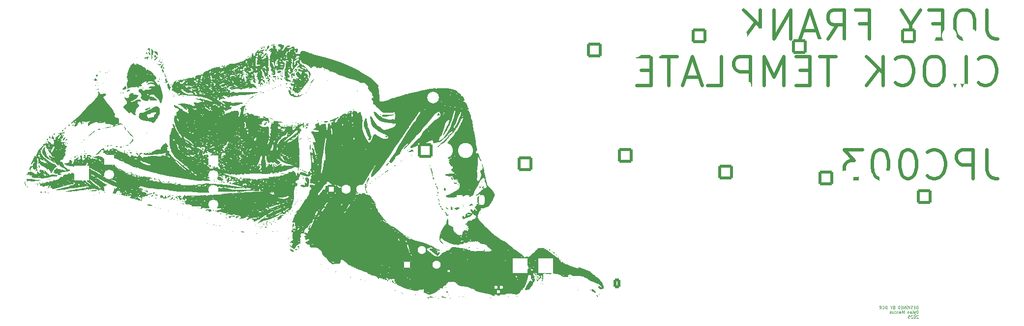
<source format=gbr>
%TF.GenerationSoftware,KiCad,Pcbnew,9.0.2*%
%TF.CreationDate,2025-05-27T01:48:19-04:00*%
%TF.ProjectId,JF-Clock_template_rpi,4a462d43-6c6f-4636-9b5f-74656d706c61,rev?*%
%TF.SameCoordinates,Original*%
%TF.FileFunction,Legend,Bot*%
%TF.FilePolarity,Positive*%
%FSLAX46Y46*%
G04 Gerber Fmt 4.6, Leading zero omitted, Abs format (unit mm)*
G04 Created by KiCad (PCBNEW 9.0.2) date 2025-05-27 01:48:19*
%MOMM*%
%LPD*%
G01*
G04 APERTURE LIST*
G04 Aperture macros list*
%AMRoundRect*
0 Rectangle with rounded corners*
0 $1 Rounding radius*
0 $2 $3 $4 $5 $6 $7 $8 $9 X,Y pos of 4 corners*
0 Add a 4 corners polygon primitive as box body*
4,1,4,$2,$3,$4,$5,$6,$7,$8,$9,$2,$3,0*
0 Add four circle primitives for the rounded corners*
1,1,$1+$1,$2,$3*
1,1,$1+$1,$4,$5*
1,1,$1+$1,$6,$7*
1,1,$1+$1,$8,$9*
0 Add four rect primitives between the rounded corners*
20,1,$1+$1,$2,$3,$4,$5,0*
20,1,$1+$1,$4,$5,$6,$7,0*
20,1,$1+$1,$6,$7,$8,$9,0*
20,1,$1+$1,$8,$9,$2,$3,0*%
G04 Aperture macros list end*
%ADD10C,0.625000*%
%ADD11C,0.062500*%
%ADD12C,0.000000*%
%ADD13R,1.700000X1.700000*%
%ADD14C,1.700000*%
%ADD15R,1.070000X1.800000*%
%ADD16O,1.070000X1.800000*%
%ADD17C,2.000000*%
%ADD18R,2.500000X2.500000*%
%ADD19RoundRect,0.250000X-1.050000X-1.050000X1.050000X-1.050000X1.050000X1.050000X-1.050000X1.050000X0*%
%ADD20C,2.600000*%
%ADD21C,2.200000*%
%ADD22RoundRect,0.102000X-0.611000X-0.611000X0.611000X-0.611000X0.611000X0.611000X-0.611000X0.611000X0*%
%ADD23C,1.426000*%
%ADD24C,1.850000*%
%ADD25RoundRect,0.200000X-0.600000X-0.600000X0.600000X-0.600000X0.600000X0.600000X-0.600000X0.600000X0*%
%ADD26C,1.600000*%
%ADD27C,4.300000*%
%ADD28RoundRect,0.250000X-0.350000X-0.625000X0.350000X-0.625000X0.350000X0.625000X-0.350000X0.625000X0*%
%ADD29O,1.200000X1.750000*%
%ADD30C,0.600000*%
%ADD31O,1.200000X1.900000*%
%ADD32C,1.450000*%
%ADD33C,1.400000*%
G04 APERTURE END LIST*
D10*
X257169768Y-80856435D02*
X257169768Y-84427863D01*
X257169768Y-84427863D02*
X257407863Y-85142149D01*
X257407863Y-85142149D02*
X257884054Y-85618340D01*
X257884054Y-85618340D02*
X258598339Y-85856435D01*
X258598339Y-85856435D02*
X259074530Y-85856435D01*
X253836434Y-80856435D02*
X252884053Y-80856435D01*
X252884053Y-80856435D02*
X252407863Y-81094530D01*
X252407863Y-81094530D02*
X251931672Y-81570720D01*
X251931672Y-81570720D02*
X251693577Y-82523101D01*
X251693577Y-82523101D02*
X251693577Y-84189768D01*
X251693577Y-84189768D02*
X251931672Y-85142149D01*
X251931672Y-85142149D02*
X252407863Y-85618340D01*
X252407863Y-85618340D02*
X252884053Y-85856435D01*
X252884053Y-85856435D02*
X253836434Y-85856435D01*
X253836434Y-85856435D02*
X254312625Y-85618340D01*
X254312625Y-85618340D02*
X254788815Y-85142149D01*
X254788815Y-85142149D02*
X255026911Y-84189768D01*
X255026911Y-84189768D02*
X255026911Y-82523101D01*
X255026911Y-82523101D02*
X254788815Y-81570720D01*
X254788815Y-81570720D02*
X254312625Y-81094530D01*
X254312625Y-81094530D02*
X253836434Y-80856435D01*
X249550720Y-83237387D02*
X247884054Y-83237387D01*
X247169768Y-85856435D02*
X249550720Y-85856435D01*
X249550720Y-85856435D02*
X249550720Y-80856435D01*
X249550720Y-80856435D02*
X247169768Y-80856435D01*
X244074529Y-83475482D02*
X244074529Y-85856435D01*
X245741196Y-80856435D02*
X244074529Y-83475482D01*
X244074529Y-83475482D02*
X242407863Y-80856435D01*
X235265006Y-83237387D02*
X236931672Y-83237387D01*
X236931672Y-85856435D02*
X236931672Y-80856435D01*
X236931672Y-80856435D02*
X234550720Y-80856435D01*
X229788815Y-85856435D02*
X231455482Y-83475482D01*
X232645958Y-85856435D02*
X232645958Y-80856435D01*
X232645958Y-80856435D02*
X230741196Y-80856435D01*
X230741196Y-80856435D02*
X230265006Y-81094530D01*
X230265006Y-81094530D02*
X230026911Y-81332625D01*
X230026911Y-81332625D02*
X229788815Y-81808816D01*
X229788815Y-81808816D02*
X229788815Y-82523101D01*
X229788815Y-82523101D02*
X230026911Y-82999292D01*
X230026911Y-82999292D02*
X230265006Y-83237387D01*
X230265006Y-83237387D02*
X230741196Y-83475482D01*
X230741196Y-83475482D02*
X232645958Y-83475482D01*
X227884054Y-84427863D02*
X225503101Y-84427863D01*
X228360244Y-85856435D02*
X226693577Y-80856435D01*
X226693577Y-80856435D02*
X225026911Y-85856435D01*
X223360244Y-85856435D02*
X223360244Y-80856435D01*
X223360244Y-80856435D02*
X220503101Y-85856435D01*
X220503101Y-85856435D02*
X220503101Y-80856435D01*
X218122149Y-85856435D02*
X218122149Y-80856435D01*
X215265006Y-85856435D02*
X217407864Y-82999292D01*
X215265006Y-80856435D02*
X218122149Y-83713578D01*
X255741196Y-93429964D02*
X255979292Y-93668060D01*
X255979292Y-93668060D02*
X256693577Y-93906155D01*
X256693577Y-93906155D02*
X257169768Y-93906155D01*
X257169768Y-93906155D02*
X257884054Y-93668060D01*
X257884054Y-93668060D02*
X258360244Y-93191869D01*
X258360244Y-93191869D02*
X258598339Y-92715679D01*
X258598339Y-92715679D02*
X258836435Y-91763298D01*
X258836435Y-91763298D02*
X258836435Y-91049012D01*
X258836435Y-91049012D02*
X258598339Y-90096631D01*
X258598339Y-90096631D02*
X258360244Y-89620440D01*
X258360244Y-89620440D02*
X257884054Y-89144250D01*
X257884054Y-89144250D02*
X257169768Y-88906155D01*
X257169768Y-88906155D02*
X256693577Y-88906155D01*
X256693577Y-88906155D02*
X255979292Y-89144250D01*
X255979292Y-89144250D02*
X255741196Y-89382345D01*
X251217387Y-93906155D02*
X253598339Y-93906155D01*
X253598339Y-93906155D02*
X253598339Y-88906155D01*
X248598339Y-88906155D02*
X247645958Y-88906155D01*
X247645958Y-88906155D02*
X247169768Y-89144250D01*
X247169768Y-89144250D02*
X246693577Y-89620440D01*
X246693577Y-89620440D02*
X246455482Y-90572821D01*
X246455482Y-90572821D02*
X246455482Y-92239488D01*
X246455482Y-92239488D02*
X246693577Y-93191869D01*
X246693577Y-93191869D02*
X247169768Y-93668060D01*
X247169768Y-93668060D02*
X247645958Y-93906155D01*
X247645958Y-93906155D02*
X248598339Y-93906155D01*
X248598339Y-93906155D02*
X249074530Y-93668060D01*
X249074530Y-93668060D02*
X249550720Y-93191869D01*
X249550720Y-93191869D02*
X249788816Y-92239488D01*
X249788816Y-92239488D02*
X249788816Y-90572821D01*
X249788816Y-90572821D02*
X249550720Y-89620440D01*
X249550720Y-89620440D02*
X249074530Y-89144250D01*
X249074530Y-89144250D02*
X248598339Y-88906155D01*
X241455482Y-93429964D02*
X241693578Y-93668060D01*
X241693578Y-93668060D02*
X242407863Y-93906155D01*
X242407863Y-93906155D02*
X242884054Y-93906155D01*
X242884054Y-93906155D02*
X243598340Y-93668060D01*
X243598340Y-93668060D02*
X244074530Y-93191869D01*
X244074530Y-93191869D02*
X244312625Y-92715679D01*
X244312625Y-92715679D02*
X244550721Y-91763298D01*
X244550721Y-91763298D02*
X244550721Y-91049012D01*
X244550721Y-91049012D02*
X244312625Y-90096631D01*
X244312625Y-90096631D02*
X244074530Y-89620440D01*
X244074530Y-89620440D02*
X243598340Y-89144250D01*
X243598340Y-89144250D02*
X242884054Y-88906155D01*
X242884054Y-88906155D02*
X242407863Y-88906155D01*
X242407863Y-88906155D02*
X241693578Y-89144250D01*
X241693578Y-89144250D02*
X241455482Y-89382345D01*
X239312625Y-93906155D02*
X239312625Y-88906155D01*
X236455482Y-93906155D02*
X238598340Y-91049012D01*
X236455482Y-88906155D02*
X239312625Y-91763298D01*
X231217387Y-88906155D02*
X228360244Y-88906155D01*
X229788816Y-93906155D02*
X229788816Y-88906155D01*
X226693577Y-91287107D02*
X225026911Y-91287107D01*
X224312625Y-93906155D02*
X226693577Y-93906155D01*
X226693577Y-93906155D02*
X226693577Y-88906155D01*
X226693577Y-88906155D02*
X224312625Y-88906155D01*
X222169767Y-93906155D02*
X222169767Y-88906155D01*
X222169767Y-88906155D02*
X220503101Y-92477583D01*
X220503101Y-92477583D02*
X218836434Y-88906155D01*
X218836434Y-88906155D02*
X218836434Y-93906155D01*
X216455481Y-93906155D02*
X216455481Y-88906155D01*
X216455481Y-88906155D02*
X214550719Y-88906155D01*
X214550719Y-88906155D02*
X214074529Y-89144250D01*
X214074529Y-89144250D02*
X213836434Y-89382345D01*
X213836434Y-89382345D02*
X213598338Y-89858536D01*
X213598338Y-89858536D02*
X213598338Y-90572821D01*
X213598338Y-90572821D02*
X213836434Y-91049012D01*
X213836434Y-91049012D02*
X214074529Y-91287107D01*
X214074529Y-91287107D02*
X214550719Y-91525202D01*
X214550719Y-91525202D02*
X216455481Y-91525202D01*
X209074529Y-93906155D02*
X211455481Y-93906155D01*
X211455481Y-93906155D02*
X211455481Y-88906155D01*
X207645958Y-92477583D02*
X205265005Y-92477583D01*
X208122148Y-93906155D02*
X206455481Y-88906155D01*
X206455481Y-88906155D02*
X204788815Y-93906155D01*
X203836434Y-88906155D02*
X200979291Y-88906155D01*
X202407863Y-93906155D02*
X202407863Y-88906155D01*
X199312624Y-91287107D02*
X197645958Y-91287107D01*
X196931672Y-93906155D02*
X199312624Y-93906155D01*
X199312624Y-93906155D02*
X199312624Y-88906155D01*
X199312624Y-88906155D02*
X196931672Y-88906155D01*
X257169768Y-105005595D02*
X257169768Y-108577023D01*
X257169768Y-108577023D02*
X257407863Y-109291309D01*
X257407863Y-109291309D02*
X257884054Y-109767500D01*
X257884054Y-109767500D02*
X258598339Y-110005595D01*
X258598339Y-110005595D02*
X259074530Y-110005595D01*
X254788815Y-110005595D02*
X254788815Y-105005595D01*
X254788815Y-105005595D02*
X252884053Y-105005595D01*
X252884053Y-105005595D02*
X252407863Y-105243690D01*
X252407863Y-105243690D02*
X252169768Y-105481785D01*
X252169768Y-105481785D02*
X251931672Y-105957976D01*
X251931672Y-105957976D02*
X251931672Y-106672261D01*
X251931672Y-106672261D02*
X252169768Y-107148452D01*
X252169768Y-107148452D02*
X252407863Y-107386547D01*
X252407863Y-107386547D02*
X252884053Y-107624642D01*
X252884053Y-107624642D02*
X254788815Y-107624642D01*
X246931672Y-109529404D02*
X247169768Y-109767500D01*
X247169768Y-109767500D02*
X247884053Y-110005595D01*
X247884053Y-110005595D02*
X248360244Y-110005595D01*
X248360244Y-110005595D02*
X249074530Y-109767500D01*
X249074530Y-109767500D02*
X249550720Y-109291309D01*
X249550720Y-109291309D02*
X249788815Y-108815119D01*
X249788815Y-108815119D02*
X250026911Y-107862738D01*
X250026911Y-107862738D02*
X250026911Y-107148452D01*
X250026911Y-107148452D02*
X249788815Y-106196071D01*
X249788815Y-106196071D02*
X249550720Y-105719880D01*
X249550720Y-105719880D02*
X249074530Y-105243690D01*
X249074530Y-105243690D02*
X248360244Y-105005595D01*
X248360244Y-105005595D02*
X247884053Y-105005595D01*
X247884053Y-105005595D02*
X247169768Y-105243690D01*
X247169768Y-105243690D02*
X246931672Y-105481785D01*
X243836434Y-105005595D02*
X243360244Y-105005595D01*
X243360244Y-105005595D02*
X242884053Y-105243690D01*
X242884053Y-105243690D02*
X242645958Y-105481785D01*
X242645958Y-105481785D02*
X242407863Y-105957976D01*
X242407863Y-105957976D02*
X242169768Y-106910357D01*
X242169768Y-106910357D02*
X242169768Y-108100833D01*
X242169768Y-108100833D02*
X242407863Y-109053214D01*
X242407863Y-109053214D02*
X242645958Y-109529404D01*
X242645958Y-109529404D02*
X242884053Y-109767500D01*
X242884053Y-109767500D02*
X243360244Y-110005595D01*
X243360244Y-110005595D02*
X243836434Y-110005595D01*
X243836434Y-110005595D02*
X244312625Y-109767500D01*
X244312625Y-109767500D02*
X244550720Y-109529404D01*
X244550720Y-109529404D02*
X244788815Y-109053214D01*
X244788815Y-109053214D02*
X245026911Y-108100833D01*
X245026911Y-108100833D02*
X245026911Y-106910357D01*
X245026911Y-106910357D02*
X244788815Y-105957976D01*
X244788815Y-105957976D02*
X244550720Y-105481785D01*
X244550720Y-105481785D02*
X244312625Y-105243690D01*
X244312625Y-105243690D02*
X243836434Y-105005595D01*
X239074529Y-105005595D02*
X238598339Y-105005595D01*
X238598339Y-105005595D02*
X238122148Y-105243690D01*
X238122148Y-105243690D02*
X237884053Y-105481785D01*
X237884053Y-105481785D02*
X237645958Y-105957976D01*
X237645958Y-105957976D02*
X237407863Y-106910357D01*
X237407863Y-106910357D02*
X237407863Y-108100833D01*
X237407863Y-108100833D02*
X237645958Y-109053214D01*
X237645958Y-109053214D02*
X237884053Y-109529404D01*
X237884053Y-109529404D02*
X238122148Y-109767500D01*
X238122148Y-109767500D02*
X238598339Y-110005595D01*
X238598339Y-110005595D02*
X239074529Y-110005595D01*
X239074529Y-110005595D02*
X239550720Y-109767500D01*
X239550720Y-109767500D02*
X239788815Y-109529404D01*
X239788815Y-109529404D02*
X240026910Y-109053214D01*
X240026910Y-109053214D02*
X240265006Y-108100833D01*
X240265006Y-108100833D02*
X240265006Y-106910357D01*
X240265006Y-106910357D02*
X240026910Y-105957976D01*
X240026910Y-105957976D02*
X239788815Y-105481785D01*
X239788815Y-105481785D02*
X239550720Y-105243690D01*
X239550720Y-105243690D02*
X239074529Y-105005595D01*
X235741196Y-105005595D02*
X232645958Y-105005595D01*
X232645958Y-105005595D02*
X234312624Y-106910357D01*
X234312624Y-106910357D02*
X233598339Y-106910357D01*
X233598339Y-106910357D02*
X233122148Y-107148452D01*
X233122148Y-107148452D02*
X232884053Y-107386547D01*
X232884053Y-107386547D02*
X232645958Y-107862738D01*
X232645958Y-107862738D02*
X232645958Y-109053214D01*
X232645958Y-109053214D02*
X232884053Y-109529404D01*
X232884053Y-109529404D02*
X233122148Y-109767500D01*
X233122148Y-109767500D02*
X233598339Y-110005595D01*
X233598339Y-110005595D02*
X235026910Y-110005595D01*
X235026910Y-110005595D02*
X235503101Y-109767500D01*
X235503101Y-109767500D02*
X235741196Y-109529404D01*
D11*
X245339834Y-132525615D02*
X245339834Y-132025615D01*
X245339834Y-132025615D02*
X245220786Y-132025615D01*
X245220786Y-132025615D02*
X245149358Y-132049425D01*
X245149358Y-132049425D02*
X245101739Y-132097044D01*
X245101739Y-132097044D02*
X245077929Y-132144663D01*
X245077929Y-132144663D02*
X245054120Y-132239901D01*
X245054120Y-132239901D02*
X245054120Y-132311329D01*
X245054120Y-132311329D02*
X245077929Y-132406567D01*
X245077929Y-132406567D02*
X245101739Y-132454186D01*
X245101739Y-132454186D02*
X245149358Y-132501806D01*
X245149358Y-132501806D02*
X245220786Y-132525615D01*
X245220786Y-132525615D02*
X245339834Y-132525615D01*
X244839834Y-132263710D02*
X244673167Y-132263710D01*
X244601739Y-132525615D02*
X244839834Y-132525615D01*
X244839834Y-132525615D02*
X244839834Y-132025615D01*
X244839834Y-132025615D02*
X244601739Y-132025615D01*
X244411262Y-132501806D02*
X244339834Y-132525615D01*
X244339834Y-132525615D02*
X244220786Y-132525615D01*
X244220786Y-132525615D02*
X244173167Y-132501806D01*
X244173167Y-132501806D02*
X244149358Y-132477996D01*
X244149358Y-132477996D02*
X244125548Y-132430377D01*
X244125548Y-132430377D02*
X244125548Y-132382758D01*
X244125548Y-132382758D02*
X244149358Y-132335139D01*
X244149358Y-132335139D02*
X244173167Y-132311329D01*
X244173167Y-132311329D02*
X244220786Y-132287520D01*
X244220786Y-132287520D02*
X244316024Y-132263710D01*
X244316024Y-132263710D02*
X244363643Y-132239901D01*
X244363643Y-132239901D02*
X244387453Y-132216091D01*
X244387453Y-132216091D02*
X244411262Y-132168472D01*
X244411262Y-132168472D02*
X244411262Y-132120853D01*
X244411262Y-132120853D02*
X244387453Y-132073234D01*
X244387453Y-132073234D02*
X244363643Y-132049425D01*
X244363643Y-132049425D02*
X244316024Y-132025615D01*
X244316024Y-132025615D02*
X244196977Y-132025615D01*
X244196977Y-132025615D02*
X244125548Y-132049425D01*
X243911263Y-132525615D02*
X243911263Y-132025615D01*
X243411263Y-132049425D02*
X243458882Y-132025615D01*
X243458882Y-132025615D02*
X243530311Y-132025615D01*
X243530311Y-132025615D02*
X243601739Y-132049425D01*
X243601739Y-132049425D02*
X243649358Y-132097044D01*
X243649358Y-132097044D02*
X243673168Y-132144663D01*
X243673168Y-132144663D02*
X243696977Y-132239901D01*
X243696977Y-132239901D02*
X243696977Y-132311329D01*
X243696977Y-132311329D02*
X243673168Y-132406567D01*
X243673168Y-132406567D02*
X243649358Y-132454186D01*
X243649358Y-132454186D02*
X243601739Y-132501806D01*
X243601739Y-132501806D02*
X243530311Y-132525615D01*
X243530311Y-132525615D02*
X243482692Y-132525615D01*
X243482692Y-132525615D02*
X243411263Y-132501806D01*
X243411263Y-132501806D02*
X243387454Y-132477996D01*
X243387454Y-132477996D02*
X243387454Y-132311329D01*
X243387454Y-132311329D02*
X243482692Y-132311329D01*
X243173168Y-132525615D02*
X243173168Y-132025615D01*
X243173168Y-132025615D02*
X242887454Y-132525615D01*
X242887454Y-132525615D02*
X242887454Y-132025615D01*
X242649358Y-132263710D02*
X242482691Y-132263710D01*
X242411263Y-132525615D02*
X242649358Y-132525615D01*
X242649358Y-132525615D02*
X242649358Y-132025615D01*
X242649358Y-132025615D02*
X242411263Y-132025615D01*
X242196977Y-132525615D02*
X242196977Y-132025615D01*
X242196977Y-132025615D02*
X242077929Y-132025615D01*
X242077929Y-132025615D02*
X242006501Y-132049425D01*
X242006501Y-132049425D02*
X241958882Y-132097044D01*
X241958882Y-132097044D02*
X241935072Y-132144663D01*
X241935072Y-132144663D02*
X241911263Y-132239901D01*
X241911263Y-132239901D02*
X241911263Y-132311329D01*
X241911263Y-132311329D02*
X241935072Y-132406567D01*
X241935072Y-132406567D02*
X241958882Y-132454186D01*
X241958882Y-132454186D02*
X242006501Y-132501806D01*
X242006501Y-132501806D02*
X242077929Y-132525615D01*
X242077929Y-132525615D02*
X242196977Y-132525615D01*
X241149358Y-132263710D02*
X241077930Y-132287520D01*
X241077930Y-132287520D02*
X241054120Y-132311329D01*
X241054120Y-132311329D02*
X241030311Y-132358948D01*
X241030311Y-132358948D02*
X241030311Y-132430377D01*
X241030311Y-132430377D02*
X241054120Y-132477996D01*
X241054120Y-132477996D02*
X241077930Y-132501806D01*
X241077930Y-132501806D02*
X241125549Y-132525615D01*
X241125549Y-132525615D02*
X241316025Y-132525615D01*
X241316025Y-132525615D02*
X241316025Y-132025615D01*
X241316025Y-132025615D02*
X241149358Y-132025615D01*
X241149358Y-132025615D02*
X241101739Y-132049425D01*
X241101739Y-132049425D02*
X241077930Y-132073234D01*
X241077930Y-132073234D02*
X241054120Y-132120853D01*
X241054120Y-132120853D02*
X241054120Y-132168472D01*
X241054120Y-132168472D02*
X241077930Y-132216091D01*
X241077930Y-132216091D02*
X241101739Y-132239901D01*
X241101739Y-132239901D02*
X241149358Y-132263710D01*
X241149358Y-132263710D02*
X241316025Y-132263710D01*
X240720787Y-132287520D02*
X240720787Y-132525615D01*
X240887453Y-132025615D02*
X240720787Y-132287520D01*
X240720787Y-132287520D02*
X240554120Y-132025615D01*
X240006502Y-132525615D02*
X240006502Y-132025615D01*
X240006502Y-132025615D02*
X239887454Y-132025615D01*
X239887454Y-132025615D02*
X239816026Y-132049425D01*
X239816026Y-132049425D02*
X239768407Y-132097044D01*
X239768407Y-132097044D02*
X239744597Y-132144663D01*
X239744597Y-132144663D02*
X239720788Y-132239901D01*
X239720788Y-132239901D02*
X239720788Y-132311329D01*
X239720788Y-132311329D02*
X239744597Y-132406567D01*
X239744597Y-132406567D02*
X239768407Y-132454186D01*
X239768407Y-132454186D02*
X239816026Y-132501806D01*
X239816026Y-132501806D02*
X239887454Y-132525615D01*
X239887454Y-132525615D02*
X240006502Y-132525615D01*
X239220788Y-132477996D02*
X239244597Y-132501806D01*
X239244597Y-132501806D02*
X239316026Y-132525615D01*
X239316026Y-132525615D02*
X239363645Y-132525615D01*
X239363645Y-132525615D02*
X239435073Y-132501806D01*
X239435073Y-132501806D02*
X239482692Y-132454186D01*
X239482692Y-132454186D02*
X239506502Y-132406567D01*
X239506502Y-132406567D02*
X239530311Y-132311329D01*
X239530311Y-132311329D02*
X239530311Y-132239901D01*
X239530311Y-132239901D02*
X239506502Y-132144663D01*
X239506502Y-132144663D02*
X239482692Y-132097044D01*
X239482692Y-132097044D02*
X239435073Y-132049425D01*
X239435073Y-132049425D02*
X239363645Y-132025615D01*
X239363645Y-132025615D02*
X239316026Y-132025615D01*
X239316026Y-132025615D02*
X239244597Y-132049425D01*
X239244597Y-132049425D02*
X239220788Y-132073234D01*
X238720788Y-132525615D02*
X238887454Y-132287520D01*
X239006502Y-132525615D02*
X239006502Y-132025615D01*
X239006502Y-132025615D02*
X238816026Y-132025615D01*
X238816026Y-132025615D02*
X238768407Y-132049425D01*
X238768407Y-132049425D02*
X238744597Y-132073234D01*
X238744597Y-132073234D02*
X238720788Y-132120853D01*
X238720788Y-132120853D02*
X238720788Y-132192282D01*
X238720788Y-132192282D02*
X238744597Y-132239901D01*
X238744597Y-132239901D02*
X238768407Y-132263710D01*
X238768407Y-132263710D02*
X238816026Y-132287520D01*
X238816026Y-132287520D02*
X239006502Y-132287520D01*
X245339834Y-133330587D02*
X245339834Y-132830587D01*
X245339834Y-132830587D02*
X245220786Y-132830587D01*
X245220786Y-132830587D02*
X245149358Y-132854397D01*
X245149358Y-132854397D02*
X245101739Y-132902016D01*
X245101739Y-132902016D02*
X245077929Y-132949635D01*
X245077929Y-132949635D02*
X245054120Y-133044873D01*
X245054120Y-133044873D02*
X245054120Y-133116301D01*
X245054120Y-133116301D02*
X245077929Y-133211539D01*
X245077929Y-133211539D02*
X245101739Y-133259158D01*
X245101739Y-133259158D02*
X245149358Y-133306778D01*
X245149358Y-133306778D02*
X245220786Y-133330587D01*
X245220786Y-133330587D02*
X245339834Y-133330587D01*
X244887453Y-132997254D02*
X244768405Y-133330587D01*
X244649358Y-132997254D02*
X244768405Y-133330587D01*
X244768405Y-133330587D02*
X244816024Y-133449635D01*
X244816024Y-133449635D02*
X244839834Y-133473444D01*
X244839834Y-133473444D02*
X244887453Y-133497254D01*
X244387453Y-133330587D02*
X244435072Y-133306778D01*
X244435072Y-133306778D02*
X244458882Y-133259158D01*
X244458882Y-133259158D02*
X244458882Y-132830587D01*
X243982691Y-133330587D02*
X243982691Y-133068682D01*
X243982691Y-133068682D02*
X244006501Y-133021063D01*
X244006501Y-133021063D02*
X244054120Y-132997254D01*
X244054120Y-132997254D02*
X244149358Y-132997254D01*
X244149358Y-132997254D02*
X244196977Y-133021063D01*
X243982691Y-133306778D02*
X244030310Y-133330587D01*
X244030310Y-133330587D02*
X244149358Y-133330587D01*
X244149358Y-133330587D02*
X244196977Y-133306778D01*
X244196977Y-133306778D02*
X244220786Y-133259158D01*
X244220786Y-133259158D02*
X244220786Y-133211539D01*
X244220786Y-133211539D02*
X244196977Y-133163920D01*
X244196977Y-133163920D02*
X244149358Y-133140111D01*
X244149358Y-133140111D02*
X244030310Y-133140111D01*
X244030310Y-133140111D02*
X243982691Y-133116301D01*
X243744596Y-132997254D02*
X243744596Y-133330587D01*
X243744596Y-133044873D02*
X243720786Y-133021063D01*
X243720786Y-133021063D02*
X243673167Y-132997254D01*
X243673167Y-132997254D02*
X243601739Y-132997254D01*
X243601739Y-132997254D02*
X243554120Y-133021063D01*
X243554120Y-133021063D02*
X243530310Y-133068682D01*
X243530310Y-133068682D02*
X243530310Y-133330587D01*
X242911263Y-133330587D02*
X242911263Y-132830587D01*
X242911263Y-132830587D02*
X242744596Y-133187730D01*
X242744596Y-133187730D02*
X242577930Y-132830587D01*
X242577930Y-132830587D02*
X242577930Y-133330587D01*
X242125548Y-133330587D02*
X242125548Y-133068682D01*
X242125548Y-133068682D02*
X242149358Y-133021063D01*
X242149358Y-133021063D02*
X242196977Y-132997254D01*
X242196977Y-132997254D02*
X242292215Y-132997254D01*
X242292215Y-132997254D02*
X242339834Y-133021063D01*
X242125548Y-133306778D02*
X242173167Y-133330587D01*
X242173167Y-133330587D02*
X242292215Y-133330587D01*
X242292215Y-133330587D02*
X242339834Y-133306778D01*
X242339834Y-133306778D02*
X242363643Y-133259158D01*
X242363643Y-133259158D02*
X242363643Y-133211539D01*
X242363643Y-133211539D02*
X242339834Y-133163920D01*
X242339834Y-133163920D02*
X242292215Y-133140111D01*
X242292215Y-133140111D02*
X242173167Y-133140111D01*
X242173167Y-133140111D02*
X242125548Y-133116301D01*
X241887453Y-133330587D02*
X241887453Y-132997254D01*
X241887453Y-133092492D02*
X241863643Y-133044873D01*
X241863643Y-133044873D02*
X241839834Y-133021063D01*
X241839834Y-133021063D02*
X241792215Y-132997254D01*
X241792215Y-132997254D02*
X241744596Y-132997254D01*
X241363643Y-133306778D02*
X241411262Y-133330587D01*
X241411262Y-133330587D02*
X241506500Y-133330587D01*
X241506500Y-133330587D02*
X241554119Y-133306778D01*
X241554119Y-133306778D02*
X241577929Y-133282968D01*
X241577929Y-133282968D02*
X241601738Y-133235349D01*
X241601738Y-133235349D02*
X241601738Y-133092492D01*
X241601738Y-133092492D02*
X241577929Y-133044873D01*
X241577929Y-133044873D02*
X241554119Y-133021063D01*
X241554119Y-133021063D02*
X241506500Y-132997254D01*
X241506500Y-132997254D02*
X241411262Y-132997254D01*
X241411262Y-132997254D02*
X241363643Y-133021063D01*
X240935072Y-132997254D02*
X240935072Y-133330587D01*
X241149358Y-132997254D02*
X241149358Y-133259158D01*
X241149358Y-133259158D02*
X241125548Y-133306778D01*
X241125548Y-133306778D02*
X241077929Y-133330587D01*
X241077929Y-133330587D02*
X241006501Y-133330587D01*
X241006501Y-133330587D02*
X240958882Y-133306778D01*
X240958882Y-133306778D02*
X240935072Y-133282968D01*
X240720786Y-133306778D02*
X240673167Y-133330587D01*
X240673167Y-133330587D02*
X240577929Y-133330587D01*
X240577929Y-133330587D02*
X240530310Y-133306778D01*
X240530310Y-133306778D02*
X240506501Y-133259158D01*
X240506501Y-133259158D02*
X240506501Y-133235349D01*
X240506501Y-133235349D02*
X240530310Y-133187730D01*
X240530310Y-133187730D02*
X240577929Y-133163920D01*
X240577929Y-133163920D02*
X240649358Y-133163920D01*
X240649358Y-133163920D02*
X240696977Y-133140111D01*
X240696977Y-133140111D02*
X240720786Y-133092492D01*
X240720786Y-133092492D02*
X240720786Y-133068682D01*
X240720786Y-133068682D02*
X240696977Y-133021063D01*
X240696977Y-133021063D02*
X240649358Y-132997254D01*
X240649358Y-132997254D02*
X240577929Y-132997254D01*
X240577929Y-132997254D02*
X240530310Y-133021063D01*
X245363643Y-133683178D02*
X245339834Y-133659369D01*
X245339834Y-133659369D02*
X245292215Y-133635559D01*
X245292215Y-133635559D02*
X245173167Y-133635559D01*
X245173167Y-133635559D02*
X245125548Y-133659369D01*
X245125548Y-133659369D02*
X245101739Y-133683178D01*
X245101739Y-133683178D02*
X245077929Y-133730797D01*
X245077929Y-133730797D02*
X245077929Y-133778416D01*
X245077929Y-133778416D02*
X245101739Y-133849845D01*
X245101739Y-133849845D02*
X245387453Y-134135559D01*
X245387453Y-134135559D02*
X245077929Y-134135559D01*
X244768406Y-133635559D02*
X244720787Y-133635559D01*
X244720787Y-133635559D02*
X244673168Y-133659369D01*
X244673168Y-133659369D02*
X244649358Y-133683178D01*
X244649358Y-133683178D02*
X244625549Y-133730797D01*
X244625549Y-133730797D02*
X244601739Y-133826035D01*
X244601739Y-133826035D02*
X244601739Y-133945083D01*
X244601739Y-133945083D02*
X244625549Y-134040321D01*
X244625549Y-134040321D02*
X244649358Y-134087940D01*
X244649358Y-134087940D02*
X244673168Y-134111750D01*
X244673168Y-134111750D02*
X244720787Y-134135559D01*
X244720787Y-134135559D02*
X244768406Y-134135559D01*
X244768406Y-134135559D02*
X244816025Y-134111750D01*
X244816025Y-134111750D02*
X244839834Y-134087940D01*
X244839834Y-134087940D02*
X244863644Y-134040321D01*
X244863644Y-134040321D02*
X244887453Y-133945083D01*
X244887453Y-133945083D02*
X244887453Y-133826035D01*
X244887453Y-133826035D02*
X244863644Y-133730797D01*
X244863644Y-133730797D02*
X244839834Y-133683178D01*
X244839834Y-133683178D02*
X244816025Y-133659369D01*
X244816025Y-133659369D02*
X244768406Y-133635559D01*
X244411263Y-133683178D02*
X244387454Y-133659369D01*
X244387454Y-133659369D02*
X244339835Y-133635559D01*
X244339835Y-133635559D02*
X244220787Y-133635559D01*
X244220787Y-133635559D02*
X244173168Y-133659369D01*
X244173168Y-133659369D02*
X244149359Y-133683178D01*
X244149359Y-133683178D02*
X244125549Y-133730797D01*
X244125549Y-133730797D02*
X244125549Y-133778416D01*
X244125549Y-133778416D02*
X244149359Y-133849845D01*
X244149359Y-133849845D02*
X244435073Y-134135559D01*
X244435073Y-134135559D02*
X244125549Y-134135559D01*
X243673169Y-133635559D02*
X243911264Y-133635559D01*
X243911264Y-133635559D02*
X243935073Y-133873654D01*
X243935073Y-133873654D02*
X243911264Y-133849845D01*
X243911264Y-133849845D02*
X243863645Y-133826035D01*
X243863645Y-133826035D02*
X243744597Y-133826035D01*
X243744597Y-133826035D02*
X243696978Y-133849845D01*
X243696978Y-133849845D02*
X243673169Y-133873654D01*
X243673169Y-133873654D02*
X243649359Y-133921273D01*
X243649359Y-133921273D02*
X243649359Y-134040321D01*
X243649359Y-134040321D02*
X243673169Y-134087940D01*
X243673169Y-134087940D02*
X243696978Y-134111750D01*
X243696978Y-134111750D02*
X243744597Y-134135559D01*
X243744597Y-134135559D02*
X243863645Y-134135559D01*
X243863645Y-134135559D02*
X243911264Y-134111750D01*
X243911264Y-134111750D02*
X243935073Y-134087940D01*
D12*
%TO.C,JF*%
G36*
X186848449Y-129302113D02*
G01*
X186780288Y-129350076D01*
X186732643Y-129281694D01*
X186800803Y-129233732D01*
X186848449Y-129302113D01*
G37*
G36*
X185419078Y-127250646D02*
G01*
X185350917Y-127298609D01*
X185303272Y-127230227D01*
X185371432Y-127182264D01*
X185419078Y-127250646D01*
G37*
G36*
X183826921Y-124090817D02*
G01*
X183758761Y-124138780D01*
X183711115Y-124070398D01*
X183779276Y-124022436D01*
X183826921Y-124090817D01*
G37*
G36*
X183445756Y-123543760D02*
G01*
X183377595Y-123591722D01*
X183329950Y-123523340D01*
X183398110Y-123475378D01*
X183445756Y-123543760D01*
G37*
G36*
X182410783Y-122641494D02*
G01*
X182342622Y-122689457D01*
X182294977Y-122621074D01*
X182363137Y-122573111D01*
X182410783Y-122641494D01*
G37*
G36*
X180826532Y-128240287D02*
G01*
X180758371Y-128288250D01*
X180710725Y-128219867D01*
X180778885Y-128171905D01*
X180826532Y-128240287D01*
G37*
G36*
X180479113Y-128179028D02*
G01*
X180410953Y-128226990D01*
X180363307Y-128158608D01*
X180431468Y-128110646D01*
X180479113Y-128179028D01*
G37*
G36*
X180527425Y-127227850D02*
G01*
X180459264Y-127275813D01*
X180411619Y-127207431D01*
X180479779Y-127159468D01*
X180527425Y-127227850D01*
G37*
G36*
X179505685Y-126927728D02*
G01*
X179437525Y-126975690D01*
X179389878Y-126907308D01*
X179458039Y-126859346D01*
X179505685Y-126927728D01*
G37*
G36*
X177317270Y-129181016D02*
G01*
X177249109Y-129228978D01*
X177201464Y-129160596D01*
X177269624Y-129112633D01*
X177317270Y-129181016D01*
G37*
G36*
X171811507Y-130609442D02*
G01*
X171743347Y-130657405D01*
X171695702Y-130589022D01*
X171763862Y-130541060D01*
X171811507Y-130609442D01*
G37*
G36*
X170533731Y-115508845D02*
G01*
X170465570Y-115556806D01*
X170417924Y-115488425D01*
X170486085Y-115440462D01*
X170533731Y-115508845D01*
G37*
G36*
X167192496Y-130394796D02*
G01*
X167124336Y-130442758D01*
X167076689Y-130374376D01*
X167144850Y-130326414D01*
X167192496Y-130394796D01*
G37*
G36*
X166940369Y-130470301D02*
G01*
X166872209Y-130518264D01*
X166824563Y-130449881D01*
X166892724Y-130401919D01*
X166940369Y-130470301D01*
G37*
G36*
X170312064Y-110671277D02*
G01*
X170243904Y-110719240D01*
X170196259Y-110650857D01*
X170264419Y-110602895D01*
X170312064Y-110671277D01*
G37*
G36*
X170230005Y-111136656D02*
G01*
X170161845Y-111184619D01*
X170114200Y-111116236D01*
X170182360Y-111068274D01*
X170230005Y-111136656D01*
G37*
G36*
X167982001Y-121176969D02*
G01*
X167913841Y-121224932D01*
X167866195Y-121156549D01*
X167934356Y-121108586D01*
X167982001Y-121176969D01*
G37*
G36*
X166340824Y-130484547D02*
G01*
X166272664Y-130532509D01*
X166225017Y-130464128D01*
X166293178Y-130416165D01*
X166340824Y-130484547D01*
G37*
G36*
X167702077Y-122087307D02*
G01*
X167633917Y-122135269D01*
X167586271Y-122066887D01*
X167654431Y-122018924D01*
X167702077Y-122087307D01*
G37*
G36*
X167897987Y-114204357D02*
G01*
X167829827Y-114252320D01*
X167782181Y-114183938D01*
X167850342Y-114135975D01*
X167897987Y-114204357D01*
G37*
G36*
X164869092Y-130704889D02*
G01*
X164800931Y-130752852D01*
X164753285Y-130684470D01*
X164821446Y-130636507D01*
X164869092Y-130704889D01*
G37*
G36*
X167352704Y-114588057D02*
G01*
X167284544Y-114636020D01*
X167236898Y-114567637D01*
X167305059Y-114519675D01*
X167352704Y-114588057D01*
G37*
G36*
X167005286Y-114526798D02*
G01*
X166937125Y-114574761D01*
X166889480Y-114506378D01*
X166957640Y-114458416D01*
X167005286Y-114526798D01*
G37*
G36*
X164188820Y-129145394D02*
G01*
X164120659Y-129193357D01*
X164073013Y-129124974D01*
X164141174Y-129077013D01*
X164188820Y-129145394D01*
G37*
G36*
X166264802Y-111277218D02*
G01*
X166196640Y-111325180D01*
X166148995Y-111256798D01*
X166217155Y-111208835D01*
X166264802Y-111277218D01*
G37*
G36*
X162838844Y-130706787D02*
G01*
X162770683Y-130754750D01*
X162723038Y-130686368D01*
X162791198Y-130638406D01*
X162838844Y-130706787D01*
G37*
G36*
X164302671Y-121727824D02*
G01*
X164234511Y-121775786D01*
X164186864Y-121707404D01*
X164255025Y-121659441D01*
X164302671Y-121727824D01*
G37*
G36*
X165356203Y-115075755D02*
G01*
X165288043Y-115123717D01*
X165240397Y-115055335D01*
X165308558Y-115007372D01*
X165356203Y-115075755D01*
G37*
G36*
X162280328Y-130488345D02*
G01*
X162212167Y-130536307D01*
X162164522Y-130467925D01*
X162232682Y-130419962D01*
X162280328Y-130488345D01*
G37*
G36*
X163621776Y-110691220D02*
G01*
X163553616Y-110739181D01*
X163505969Y-110670800D01*
X163574130Y-110622837D01*
X163621776Y-110691220D01*
G37*
G36*
X165783103Y-97756534D02*
G01*
X165714942Y-97804497D01*
X165667297Y-97736114D01*
X165735457Y-97688152D01*
X165783103Y-97756534D01*
G37*
G36*
X160994646Y-106629125D02*
G01*
X160926486Y-106677087D01*
X160878840Y-106608705D01*
X160947001Y-106560743D01*
X160994646Y-106629125D01*
G37*
G36*
X156660091Y-129857231D02*
G01*
X156591931Y-129905193D01*
X156544286Y-129836811D01*
X156612446Y-129788849D01*
X156660091Y-129857231D01*
G37*
G36*
X156448994Y-129700047D02*
G01*
X156380834Y-129748010D01*
X156333187Y-129679627D01*
X156401348Y-129631664D01*
X156448994Y-129700047D01*
G37*
G36*
X159537479Y-105412490D02*
G01*
X159469319Y-105460453D01*
X159421673Y-105392070D01*
X159489833Y-105344108D01*
X159537479Y-105412490D01*
G37*
G36*
X158624263Y-105851276D02*
G01*
X158556102Y-105899239D01*
X158508456Y-105830856D01*
X158576617Y-105782893D01*
X158624263Y-105851276D01*
G37*
G36*
X154535884Y-127683245D02*
G01*
X154467724Y-127731208D01*
X154420078Y-127662825D01*
X154488239Y-127614864D01*
X154535884Y-127683245D01*
G37*
G36*
X154494855Y-127915936D02*
G01*
X154426695Y-127963897D01*
X154379048Y-127895516D01*
X154447209Y-127847553D01*
X154494855Y-127915936D01*
G37*
G36*
X157820902Y-104989850D02*
G01*
X157752742Y-105037812D01*
X157705096Y-104969430D01*
X157773256Y-104921467D01*
X157820902Y-104989850D01*
G37*
G36*
X157159812Y-105353130D02*
G01*
X157091652Y-105401093D01*
X157044007Y-105332710D01*
X157112167Y-105284747D01*
X157159812Y-105353130D01*
G37*
G36*
X156388868Y-107016622D02*
G01*
X156320708Y-107064585D01*
X156273061Y-106996202D01*
X156341222Y-106948239D01*
X156388868Y-107016622D01*
G37*
G36*
X150223261Y-127762548D02*
G01*
X150155101Y-127810511D01*
X150107456Y-127742128D01*
X150175616Y-127694165D01*
X150223261Y-127762548D01*
G37*
G36*
X152708206Y-109606596D02*
G01*
X152640046Y-109654559D01*
X152592399Y-109586176D01*
X152660560Y-109538215D01*
X152708206Y-109606596D01*
G37*
G36*
X152435564Y-109798446D02*
G01*
X152367403Y-109846409D01*
X152319758Y-109778026D01*
X152387918Y-109730065D01*
X152435564Y-109798446D01*
G37*
G36*
X151344998Y-110565847D02*
G01*
X151276838Y-110613809D01*
X151229191Y-110545427D01*
X151297352Y-110497464D01*
X151344998Y-110565847D01*
G37*
G36*
X151051842Y-110874041D02*
G01*
X150983681Y-110922004D01*
X150936035Y-110853621D01*
X151004196Y-110805658D01*
X151051842Y-110874041D01*
G37*
G36*
X148255890Y-125376293D02*
G01*
X148187729Y-125424255D01*
X148140084Y-125355873D01*
X148208244Y-125307910D01*
X148255890Y-125376293D01*
G37*
G36*
X147792665Y-125294614D02*
G01*
X147724505Y-125342577D01*
X147676860Y-125274194D01*
X147745020Y-125226231D01*
X147792665Y-125294614D01*
G37*
G36*
X152799587Y-94867381D02*
G01*
X152731427Y-94915342D01*
X152683782Y-94846961D01*
X152751942Y-94798998D01*
X152799587Y-94867381D01*
G37*
G36*
X149259156Y-112237411D02*
G01*
X149190996Y-112285374D01*
X149143350Y-112216991D01*
X149211510Y-112169029D01*
X149259156Y-112237411D01*
G37*
G36*
X145135076Y-126145591D02*
G01*
X145066915Y-126193554D01*
X145019269Y-126125172D01*
X145087430Y-126077209D01*
X145135076Y-126145591D01*
G37*
G36*
X143806947Y-125551520D02*
G01*
X143738786Y-125599483D01*
X143691140Y-125531100D01*
X143759300Y-125483138D01*
X143806947Y-125551520D01*
G37*
G36*
X148854898Y-94891597D02*
G01*
X148786738Y-94939559D01*
X148739092Y-94871178D01*
X148807253Y-94823215D01*
X148854898Y-94891597D01*
G37*
G36*
X142615138Y-124861524D02*
G01*
X142546978Y-124909487D01*
X142499333Y-124841104D01*
X142567493Y-124793142D01*
X142615138Y-124861524D01*
G37*
G36*
X142982449Y-115329328D02*
G01*
X142914288Y-115377291D01*
X142866642Y-115308909D01*
X142934802Y-115260947D01*
X142982449Y-115329328D01*
G37*
G36*
X140681514Y-122961067D02*
G01*
X140613354Y-123009030D01*
X140565707Y-122940648D01*
X140633868Y-122892686D01*
X140681514Y-122961067D01*
G37*
G36*
X140620679Y-111793873D02*
G01*
X140552519Y-111841835D01*
X140504872Y-111773453D01*
X140573033Y-111725490D01*
X140620679Y-111793873D01*
G37*
G36*
X138794869Y-122148553D02*
G01*
X138726709Y-122196516D01*
X138679063Y-122128133D01*
X138747224Y-122080171D01*
X138794869Y-122148553D01*
G37*
G36*
X143671421Y-93137876D02*
G01*
X143603260Y-93185839D01*
X143555615Y-93117456D01*
X143623775Y-93069494D01*
X143671421Y-93137876D01*
G37*
G36*
X141102463Y-104321216D02*
G01*
X141034302Y-104369179D01*
X140986657Y-104300797D01*
X141054817Y-104252834D01*
X141102463Y-104321216D01*
G37*
G36*
X138710855Y-115175942D02*
G01*
X138642695Y-115223904D01*
X138595049Y-115155522D01*
X138663210Y-115107559D01*
X138710855Y-115175942D01*
G37*
G36*
X141159389Y-100612431D02*
G01*
X141091228Y-100660393D01*
X141043582Y-100592011D01*
X141111742Y-100544049D01*
X141159389Y-100612431D01*
G37*
G36*
X138609614Y-113718546D02*
G01*
X138541453Y-113766508D01*
X138493807Y-113698126D01*
X138561968Y-113650164D01*
X138609614Y-113718546D01*
G37*
G36*
X138568585Y-113951236D02*
G01*
X138500423Y-113999198D01*
X138452778Y-113930816D01*
X138520938Y-113882853D01*
X138568585Y-113951236D01*
G37*
G36*
X139006675Y-110789507D02*
G01*
X138938515Y-110837470D01*
X138890869Y-110769088D01*
X138959030Y-110721126D01*
X139006675Y-110789507D01*
G37*
G36*
X140326899Y-102624957D02*
G01*
X140258739Y-102672920D01*
X140211093Y-102604537D01*
X140279254Y-102556575D01*
X140326899Y-102624957D01*
G37*
G36*
X140285869Y-102857646D02*
G01*
X140217709Y-102905609D01*
X140170064Y-102837227D01*
X140238224Y-102789264D01*
X140285869Y-102857646D01*
G37*
G36*
X137229177Y-120193011D02*
G01*
X137161017Y-120240973D01*
X137113371Y-120172592D01*
X137181532Y-120124629D01*
X137229177Y-120193011D01*
G37*
G36*
X139049036Y-108517699D02*
G01*
X138980876Y-108565661D01*
X138933231Y-108497279D01*
X139001391Y-108449316D01*
X139049036Y-108517699D01*
G37*
G36*
X138317790Y-111987621D02*
G01*
X138249628Y-112035583D01*
X138201983Y-111967201D01*
X138270143Y-111919238D01*
X138317790Y-111987621D01*
G37*
G36*
X137347647Y-116135191D02*
G01*
X137279487Y-116183154D01*
X137231841Y-116114772D01*
X137300001Y-116066810D01*
X137347647Y-116135191D01*
G37*
G36*
X136576702Y-117798684D02*
G01*
X136508542Y-117846646D01*
X136460895Y-117778264D01*
X136529057Y-117730302D01*
X136576702Y-117798684D01*
G37*
G36*
X140584353Y-94392973D02*
G01*
X140516193Y-94440936D01*
X140468548Y-94372554D01*
X140536708Y-94324591D01*
X140584353Y-94392973D01*
G37*
G36*
X141083989Y-90882212D02*
G01*
X141015829Y-90930174D01*
X140968183Y-90861792D01*
X141036344Y-90813829D01*
X141083989Y-90882212D01*
G37*
G36*
X139033849Y-100477565D02*
G01*
X138965689Y-100525527D01*
X138918043Y-100457145D01*
X138986204Y-100409183D01*
X139033849Y-100477565D01*
G37*
G36*
X135963924Y-117210786D02*
G01*
X135895764Y-117258749D01*
X135848118Y-117190366D01*
X135916278Y-117142404D01*
X135963924Y-117210786D01*
G37*
G36*
X138413789Y-100608155D02*
G01*
X138345629Y-100656118D01*
X138297984Y-100587736D01*
X138366144Y-100539774D01*
X138413789Y-100608155D01*
G37*
G36*
X135036144Y-119086548D02*
G01*
X134967983Y-119134510D01*
X134920338Y-119066128D01*
X134988498Y-119018166D01*
X135036144Y-119086548D01*
G37*
G36*
X138004827Y-100895931D02*
G01*
X137936667Y-100943893D01*
X137889021Y-100875511D01*
X137957181Y-100827548D01*
X138004827Y-100895931D01*
G37*
G36*
X134703290Y-117588313D02*
G01*
X134635129Y-117636275D01*
X134587484Y-117567893D01*
X134655644Y-117519930D01*
X134703290Y-117588313D01*
G37*
G36*
X134300278Y-119196720D02*
G01*
X134232118Y-119244681D01*
X134184471Y-119176300D01*
X134252632Y-119128337D01*
X134300278Y-119196720D01*
G37*
G36*
X134376386Y-117410709D02*
G01*
X134308225Y-117458671D01*
X134260580Y-117390289D01*
X134328740Y-117342327D01*
X134376386Y-117410709D01*
G37*
G36*
X134219550Y-117622979D02*
G01*
X134151390Y-117670941D01*
X134103745Y-117602559D01*
X134171905Y-117554596D01*
X134219550Y-117622979D01*
G37*
G36*
X138166990Y-92527183D02*
G01*
X138098830Y-92575145D01*
X138051184Y-92506763D01*
X138119345Y-92458801D01*
X138166990Y-92527183D01*
G37*
G36*
X133285820Y-118178109D02*
G01*
X133217659Y-118226072D01*
X133170013Y-118157689D01*
X133238174Y-118109726D01*
X133285820Y-118178109D01*
G37*
G36*
X137390094Y-92870043D02*
G01*
X137321934Y-92918005D01*
X137274289Y-92849624D01*
X137342449Y-92801661D01*
X137390094Y-92870043D01*
G37*
G36*
X132434148Y-118267860D02*
G01*
X132365988Y-118315823D01*
X132318341Y-118247440D01*
X132386502Y-118199478D01*
X132434148Y-118267860D01*
G37*
G36*
X132393118Y-118500549D02*
G01*
X132324958Y-118548512D01*
X132277312Y-118480130D01*
X132345473Y-118432167D01*
X132393118Y-118500549D01*
G37*
G36*
X132305109Y-117645297D02*
G01*
X132236948Y-117693259D01*
X132189303Y-117624877D01*
X132257463Y-117576914D01*
X132305109Y-117645297D01*
G37*
G36*
X132140992Y-118576054D02*
G01*
X132072830Y-118624017D01*
X132025185Y-118555634D01*
X132093345Y-118507673D01*
X132140992Y-118576054D01*
G37*
G36*
X132066215Y-118322945D02*
G01*
X131998054Y-118370908D01*
X131950409Y-118302525D01*
X132018569Y-118254564D01*
X132066215Y-118322945D01*
G37*
G36*
X131773058Y-118631140D02*
G01*
X131704898Y-118679103D01*
X131657252Y-118610720D01*
X131725413Y-118562758D01*
X131773058Y-118631140D01*
G37*
G36*
X131493134Y-119541478D02*
G01*
X131424974Y-119589441D01*
X131377329Y-119521058D01*
X131445489Y-119473096D01*
X131493134Y-119541478D01*
G37*
G36*
X133312994Y-107866166D02*
G01*
X133244833Y-107914129D01*
X133197188Y-107845746D01*
X133265348Y-107797783D01*
X133312994Y-107866166D01*
G37*
G36*
X135987189Y-92022863D02*
G01*
X135919028Y-92070825D01*
X135871383Y-92002443D01*
X135939543Y-91954480D01*
X135987189Y-92022863D01*
G37*
G36*
X135658954Y-93884379D02*
G01*
X135590793Y-93932340D01*
X135543147Y-93863959D01*
X135611307Y-93815996D01*
X135658954Y-93884379D01*
G37*
G36*
X133279247Y-107380367D02*
G01*
X133211086Y-107428329D01*
X133163440Y-107359948D01*
X133231601Y-107311985D01*
X133279247Y-107380367D01*
G37*
G36*
X135953442Y-91537064D02*
G01*
X135885282Y-91585027D01*
X135837635Y-91516644D01*
X135905796Y-91468682D01*
X135953442Y-91537064D01*
G37*
G36*
X135912412Y-91769754D02*
G01*
X135844252Y-91817716D01*
X135796606Y-91749334D01*
X135864767Y-91701371D01*
X135912412Y-91769754D01*
G37*
G36*
X131276087Y-118063663D02*
G01*
X131207926Y-118111625D01*
X131160280Y-118043243D01*
X131228441Y-117995280D01*
X131276087Y-118063663D01*
G37*
G36*
X135673517Y-92447402D02*
G01*
X135605357Y-92495365D01*
X135557712Y-92426982D01*
X135625872Y-92379019D01*
X135673517Y-92447402D01*
G37*
G36*
X133150208Y-106757804D02*
G01*
X133082047Y-106805767D01*
X133034402Y-106737384D01*
X133102562Y-106689421D01*
X133150208Y-106757804D01*
G37*
G36*
X130846609Y-118467782D02*
G01*
X130778449Y-118515745D01*
X130730804Y-118447362D01*
X130798964Y-118399400D01*
X130846609Y-118467782D01*
G37*
G36*
X135203012Y-93084211D02*
G01*
X135134851Y-93132174D01*
X135087205Y-93063791D01*
X135155365Y-93015829D01*
X135203012Y-93084211D01*
G37*
G36*
X135251323Y-92133034D02*
G01*
X135183163Y-92180996D01*
X135135516Y-92112614D01*
X135203678Y-92064651D01*
X135251323Y-92133034D01*
G37*
G36*
X130294044Y-119569970D02*
G01*
X130225884Y-119617933D01*
X130178238Y-119549550D01*
X130246398Y-119501588D01*
X130294044Y-119569970D01*
G37*
G36*
X134106495Y-92530980D02*
G01*
X134038334Y-92578943D01*
X133990688Y-92510560D01*
X134058848Y-92462597D01*
X134106495Y-92530980D01*
G37*
G36*
X133580394Y-94837454D02*
G01*
X133512234Y-94885417D01*
X133464588Y-94817034D01*
X133532749Y-94769073D01*
X133580394Y-94837454D01*
G37*
G36*
X134859588Y-86905593D02*
G01*
X134791428Y-86953556D01*
X134743783Y-86885173D01*
X134811943Y-86837211D01*
X134859588Y-86905593D01*
G37*
G36*
X130784443Y-109339706D02*
G01*
X130716282Y-109387669D01*
X130668636Y-109319286D01*
X130736797Y-109271325D01*
X130784443Y-109339706D01*
G37*
G36*
X133029161Y-93900523D02*
G01*
X132961000Y-93948486D01*
X132913354Y-93880104D01*
X132981515Y-93832141D01*
X133029161Y-93900523D01*
G37*
G36*
X132047118Y-95406831D02*
G01*
X131978958Y-95454793D01*
X131931311Y-95386411D01*
X131999473Y-95338448D01*
X132047118Y-95406831D01*
G37*
G36*
X133203224Y-88173038D02*
G01*
X133135064Y-88221000D01*
X133087418Y-88152618D01*
X133155578Y-88104655D01*
X133203224Y-88173038D01*
G37*
G36*
X132902786Y-89199721D02*
G01*
X132834625Y-89247683D01*
X132786979Y-89179301D01*
X132855139Y-89131338D01*
X132902786Y-89199721D01*
G37*
G36*
X131774477Y-95598681D02*
G01*
X131706315Y-95646643D01*
X131658670Y-95578261D01*
X131726830Y-95530299D01*
X131774477Y-95598681D01*
G37*
G36*
X132951097Y-88248543D02*
G01*
X132882937Y-88296505D01*
X132835291Y-88228124D01*
X132903452Y-88180161D01*
X132951097Y-88248543D01*
G37*
G36*
X131925361Y-94065779D02*
G01*
X131857201Y-94113742D01*
X131809556Y-94045360D01*
X131877716Y-93997398D01*
X131925361Y-94065779D01*
G37*
G36*
X131542864Y-95557841D02*
G01*
X131474703Y-95605804D01*
X131427058Y-95537421D01*
X131495218Y-95489459D01*
X131542864Y-95557841D01*
G37*
G36*
X127378377Y-119175822D02*
G01*
X127310216Y-119223784D01*
X127262571Y-119155402D01*
X127330731Y-119107439D01*
X127378377Y-119175822D01*
G37*
G36*
X132616911Y-88789427D02*
G01*
X132548751Y-88837390D01*
X132501105Y-88769007D01*
X132569266Y-88721046D01*
X132616911Y-88789427D01*
G37*
G36*
X131290737Y-95633347D02*
G01*
X131222577Y-95681309D01*
X131174931Y-95612927D01*
X131243091Y-95564964D01*
X131290737Y-95633347D01*
G37*
G36*
X131510448Y-93032923D02*
G01*
X131442288Y-93080886D01*
X131394643Y-93012503D01*
X131462803Y-92964541D01*
X131510448Y-93032923D01*
G37*
G36*
X131538246Y-92198090D02*
G01*
X131470085Y-92246053D01*
X131422439Y-92177670D01*
X131490599Y-92129708D01*
X131538246Y-92198090D01*
G37*
G36*
X132058396Y-88570984D02*
G01*
X131990235Y-88618947D01*
X131942589Y-88550564D01*
X132010750Y-88502602D01*
X132058396Y-88570984D01*
G37*
G36*
X132147736Y-87387116D02*
G01*
X132079576Y-87435079D01*
X132031931Y-87366697D01*
X132100091Y-87318735D01*
X132147736Y-87387116D01*
G37*
G36*
X130179656Y-96517092D02*
G01*
X130111495Y-96565053D01*
X130063850Y-96496672D01*
X130132010Y-96448709D01*
X130179656Y-96517092D01*
G37*
G36*
X130022820Y-96729361D02*
G01*
X129954660Y-96777323D01*
X129907014Y-96708941D01*
X129975175Y-96660979D01*
X130022820Y-96729361D01*
G37*
G36*
X129599293Y-98454112D02*
G01*
X129531133Y-98502075D01*
X129483488Y-98433693D01*
X129551648Y-98385730D01*
X129599293Y-98454112D01*
G37*
G36*
X130734885Y-91336664D02*
G01*
X130666725Y-91384627D01*
X130619079Y-91316244D01*
X130687240Y-91268281D01*
X130734885Y-91336664D01*
G37*
G36*
X127282463Y-109561947D02*
G01*
X127214302Y-109609910D01*
X127166656Y-109541527D01*
X127234817Y-109493564D01*
X127282463Y-109561947D01*
G37*
G36*
X126776877Y-111752077D02*
G01*
X126708717Y-111800040D01*
X126661071Y-111731657D01*
X126729232Y-111683694D01*
X126776877Y-111752077D01*
G37*
G36*
X129991737Y-92165323D02*
G01*
X129923577Y-92213285D01*
X129875931Y-92144903D01*
X129944091Y-92096941D01*
X129991737Y-92165323D01*
G37*
G36*
X125396441Y-118226542D02*
G01*
X125328281Y-118274505D01*
X125280634Y-118206123D01*
X125348795Y-118158160D01*
X125396441Y-118226542D01*
G37*
G36*
X129732327Y-92959316D02*
G01*
X129664167Y-93007279D01*
X129616522Y-92938897D01*
X129684682Y-92890934D01*
X129732327Y-92959316D01*
G37*
G36*
X125164829Y-118185703D02*
G01*
X125096668Y-118233665D01*
X125049022Y-118165283D01*
X125117182Y-118117320D01*
X125164829Y-118185703D01*
G37*
G36*
X129528513Y-92083644D02*
G01*
X129460352Y-92131606D01*
X129412707Y-92063224D01*
X129480866Y-92015262D01*
X129528513Y-92083644D01*
G37*
G36*
X126082041Y-111629559D02*
G01*
X126013880Y-111677521D01*
X125966234Y-111609139D01*
X126034395Y-111561176D01*
X126082041Y-111629559D01*
G37*
G36*
X124565284Y-118199949D02*
G01*
X124497122Y-118247912D01*
X124449477Y-118179530D01*
X124517637Y-118131567D01*
X124565284Y-118199949D01*
G37*
G36*
X124491838Y-115907721D02*
G01*
X124423678Y-115955682D01*
X124376033Y-115887301D01*
X124444193Y-115839338D01*
X124491838Y-115907721D01*
G37*
G36*
X124122573Y-118001925D02*
G01*
X124054413Y-118049888D01*
X124006768Y-117981505D01*
X124074928Y-117933543D01*
X124122573Y-118001925D01*
G37*
G36*
X125183388Y-110631368D02*
G01*
X125115228Y-110679330D01*
X125067583Y-110610949D01*
X125135743Y-110562986D01*
X125183388Y-110631368D01*
G37*
G36*
X124144421Y-115846462D02*
G01*
X124076260Y-115894423D01*
X124028614Y-115826042D01*
X124096774Y-115778079D01*
X124144421Y-115846462D01*
G37*
G36*
X128213616Y-92091716D02*
G01*
X128145456Y-92139679D01*
X128097810Y-92071296D01*
X128165971Y-92023334D01*
X128213616Y-92091716D01*
G37*
G36*
X125792880Y-105820395D02*
G01*
X125724720Y-105868357D01*
X125677073Y-105799975D01*
X125745234Y-105752013D01*
X125792880Y-105820395D01*
G37*
G36*
X127101203Y-95014580D02*
G01*
X127033043Y-95062543D01*
X126985396Y-94994160D01*
X127053557Y-94946199D01*
X127101203Y-95014580D01*
G37*
G36*
X124413775Y-110255740D02*
G01*
X124345615Y-110303703D01*
X124297969Y-110235320D01*
X124366130Y-110187358D01*
X124413775Y-110255740D01*
G37*
G36*
X126761067Y-94234833D02*
G01*
X126692906Y-94282796D01*
X126645261Y-94214413D01*
X126713421Y-94166451D01*
X126761067Y-94234833D01*
G37*
G36*
X123909522Y-110406751D02*
G01*
X123841361Y-110454713D01*
X123793715Y-110386332D01*
X123861875Y-110338369D01*
X123909522Y-110406751D01*
G37*
G36*
X124190778Y-107457293D02*
G01*
X124122616Y-107505256D01*
X124074971Y-107436873D01*
X124143131Y-107388910D01*
X124190778Y-107457293D01*
G37*
G36*
X123972398Y-108018597D02*
G01*
X123904237Y-108066560D01*
X123856591Y-107998177D01*
X123924752Y-107950215D01*
X123972398Y-108018597D01*
G37*
G36*
X123755350Y-106540781D02*
G01*
X123687189Y-106588744D01*
X123639544Y-106520361D01*
X123707704Y-106472399D01*
X123755350Y-106540781D01*
G37*
G36*
X123346387Y-106828556D02*
G01*
X123278226Y-106876519D01*
X123230581Y-106808136D01*
X123298741Y-106760174D01*
X123346387Y-106828556D01*
G37*
G36*
X125528229Y-93777527D02*
G01*
X125460069Y-93825489D01*
X125412424Y-93757107D01*
X125480584Y-93709144D01*
X125528229Y-93777527D01*
G37*
G36*
X123415213Y-105761034D02*
G01*
X123347053Y-105808996D01*
X123299408Y-105740614D01*
X123367568Y-105692651D01*
X123415213Y-105761034D01*
G37*
G36*
X124845293Y-96296271D02*
G01*
X124777133Y-96344234D01*
X124729487Y-96275852D01*
X124797648Y-96227889D01*
X124845293Y-96296271D01*
G37*
G36*
X122419938Y-106665198D02*
G01*
X122351778Y-106713161D01*
X122304132Y-106644778D01*
X122372293Y-106596816D01*
X122419938Y-106665198D01*
G37*
G36*
X123495318Y-97857665D02*
G01*
X123427157Y-97905627D01*
X123379511Y-97837245D01*
X123447672Y-97789282D01*
X123495318Y-97857665D01*
G37*
G36*
X123584659Y-96673798D02*
G01*
X123516499Y-96721760D01*
X123468852Y-96653378D01*
X123537013Y-96605416D01*
X123584659Y-96673798D01*
G37*
G36*
X122169143Y-104701583D02*
G01*
X122100983Y-104749546D01*
X122053337Y-104681164D01*
X122121498Y-104633202D01*
X122169143Y-104701583D01*
G37*
G36*
X122895773Y-97871910D02*
G01*
X122827612Y-97919873D01*
X122779966Y-97851490D01*
X122848126Y-97803529D01*
X122895773Y-97871910D01*
G37*
G36*
X123259087Y-94457074D02*
G01*
X123190926Y-94505037D01*
X123143281Y-94436654D01*
X123211441Y-94388692D01*
X123259087Y-94457074D01*
G37*
G36*
X119129679Y-116521734D02*
G01*
X119061519Y-116569695D01*
X119013873Y-116501314D01*
X119082033Y-116453351D01*
X119129679Y-116521734D01*
G37*
G36*
X118802776Y-116344129D02*
G01*
X118734615Y-116392092D01*
X118686969Y-116323710D01*
X118755130Y-116275747D01*
X118802776Y-116344129D01*
G37*
G36*
X119281896Y-112949712D02*
G01*
X119213736Y-112997675D01*
X119166090Y-112929292D01*
X119234251Y-112881330D01*
X119281896Y-112949712D01*
G37*
G36*
X118935809Y-110849333D02*
G01*
X118867649Y-110897296D01*
X118820004Y-110828913D01*
X118888164Y-110780952D01*
X118935809Y-110849333D01*
G37*
G36*
X121671549Y-94656996D02*
G01*
X121603389Y-94704959D01*
X121555743Y-94636576D01*
X121623904Y-94588614D01*
X121671549Y-94656996D01*
G37*
G36*
X121076622Y-98030994D02*
G01*
X121008462Y-98078956D01*
X120960816Y-98010574D01*
X121028977Y-97962612D01*
X121076622Y-98030994D01*
G37*
G36*
X117876327Y-116180771D02*
G01*
X117808167Y-116228734D01*
X117760520Y-116160352D01*
X117828681Y-116112389D01*
X117876327Y-116180771D01*
G37*
G36*
X118642653Y-111157528D02*
G01*
X118574493Y-111205491D01*
X118526848Y-111137109D01*
X118595008Y-111089146D01*
X118642653Y-111157528D01*
G37*
G36*
X121795969Y-91919809D02*
G01*
X121727809Y-91967771D01*
X121680162Y-91899389D01*
X121748324Y-91851426D01*
X121795969Y-91919809D01*
G37*
G36*
X117666561Y-113984467D02*
G01*
X117598401Y-114032430D01*
X117550755Y-113964047D01*
X117618916Y-113916086D01*
X117666561Y-113984467D01*
G37*
G36*
X120874138Y-95116202D02*
G01*
X120805978Y-95164164D01*
X120758333Y-95095782D01*
X120826493Y-95047819D01*
X120874138Y-95116202D01*
G37*
G36*
X117832011Y-111014590D02*
G01*
X117763850Y-111062553D01*
X117716204Y-110994170D01*
X117784365Y-110946208D01*
X117832011Y-111014590D01*
G37*
G36*
X120349370Y-95383556D02*
G01*
X120281210Y-95431519D01*
X120233564Y-95363137D01*
X120301725Y-95315175D01*
X120349370Y-95383556D01*
G37*
G36*
X117251648Y-112951611D02*
G01*
X117183488Y-112999574D01*
X117135842Y-112931191D01*
X117204003Y-112883228D01*
X117251648Y-112951611D01*
G37*
G36*
X117210619Y-113184300D02*
G01*
X117142459Y-113232263D01*
X117094812Y-113163880D01*
X117162974Y-113115918D01*
X117210619Y-113184300D01*
G37*
G36*
X120220332Y-94760994D02*
G01*
X120152171Y-94808956D01*
X120104525Y-94740574D01*
X120172685Y-94692611D01*
X120220332Y-94760994D01*
G37*
G36*
X117020036Y-112910771D02*
G01*
X116951875Y-112958734D01*
X116904230Y-112890352D01*
X116972390Y-112842389D01*
X117020036Y-112910771D01*
G37*
G36*
X120207099Y-94158850D02*
G01*
X120138939Y-94206813D01*
X120091293Y-94138431D01*
X120159454Y-94090468D01*
X120207099Y-94158850D01*
G37*
G36*
X116296071Y-115662206D02*
G01*
X116227910Y-115710168D01*
X116180265Y-115641786D01*
X116248425Y-115593823D01*
X116296071Y-115662206D01*
G37*
G36*
X119491748Y-94152677D02*
G01*
X119423587Y-94200639D01*
X119375942Y-94132257D01*
X119444102Y-94084294D01*
X119491748Y-94152677D01*
G37*
G36*
X116558144Y-110789973D02*
G01*
X116489983Y-110837936D01*
X116442337Y-110769553D01*
X116510498Y-110721590D01*
X116558144Y-110789973D01*
G37*
G36*
X119056321Y-93236165D02*
G01*
X118988160Y-93284128D01*
X118940514Y-93215745D01*
X119008674Y-93167782D01*
X119056321Y-93236165D01*
G37*
G36*
X118558016Y-94707807D02*
G01*
X118489856Y-94755769D01*
X118442211Y-94687387D01*
X118510371Y-94639425D01*
X118558016Y-94707807D01*
G37*
G36*
X114947427Y-115184479D02*
G01*
X114879266Y-115232442D01*
X114831621Y-115164060D01*
X114899781Y-115116097D01*
X114947427Y-115184479D01*
G37*
G36*
X114600009Y-115123220D02*
G01*
X114531848Y-115171183D01*
X114484203Y-115102800D01*
X114552363Y-115054838D01*
X114600009Y-115123220D01*
G37*
G36*
X117158397Y-99259497D02*
G01*
X117090237Y-99307460D01*
X117042592Y-99239077D01*
X117110752Y-99191115D01*
X117158397Y-99259497D01*
G37*
G36*
X114020979Y-115021121D02*
G01*
X113952817Y-115069084D01*
X113905172Y-115000702D01*
X113973332Y-114952739D01*
X114020979Y-115021121D01*
G37*
G36*
X117215323Y-95550712D02*
G01*
X117147163Y-95598674D01*
X117099517Y-95530293D01*
X117167677Y-95482330D01*
X117215323Y-95550712D01*
G37*
G36*
X114568925Y-110559182D02*
G01*
X114500765Y-110607144D01*
X114453119Y-110538763D01*
X114521279Y-110490800D01*
X114568925Y-110559182D01*
G37*
G36*
X117004226Y-95393528D02*
G01*
X116936065Y-95441490D01*
X116888420Y-95373108D01*
X116956580Y-95325145D01*
X117004226Y-95393528D01*
G37*
G36*
X114283051Y-110148889D02*
G01*
X114214890Y-110196851D01*
X114167245Y-110128469D01*
X114235405Y-110080506D01*
X114283051Y-110148889D01*
G37*
G36*
X114105701Y-110477504D02*
G01*
X114037541Y-110525465D01*
X113989895Y-110457084D01*
X114058055Y-110409121D01*
X114105701Y-110477504D01*
G37*
G36*
X113874089Y-110436664D02*
G01*
X113805929Y-110484626D01*
X113758282Y-110416244D01*
X113826443Y-110368282D01*
X113874089Y-110436664D01*
G37*
G36*
X112440722Y-114502556D02*
G01*
X112372562Y-114550518D01*
X112324916Y-114482136D01*
X112393077Y-114434173D01*
X112440722Y-114502556D01*
G37*
G36*
X112291169Y-113996337D02*
G01*
X112223009Y-114044299D01*
X112175363Y-113975918D01*
X112243523Y-113927955D01*
X112291169Y-113996337D01*
G37*
G36*
X112025809Y-113469699D02*
G01*
X111957649Y-113517661D01*
X111910004Y-113449280D01*
X111978164Y-113401317D01*
X112025809Y-113469699D01*
G37*
G36*
X112156180Y-112053142D02*
G01*
X112088020Y-112101105D01*
X112040374Y-112032723D01*
X112108535Y-111984760D01*
X112156180Y-112053142D01*
G37*
G36*
X112957586Y-105476578D02*
G01*
X112889426Y-105524541D01*
X112841779Y-105456158D01*
X112909940Y-105408196D01*
X112957586Y-105476578D01*
G37*
G36*
X112834497Y-106174646D02*
G01*
X112766337Y-106222609D01*
X112718691Y-106154227D01*
X112786852Y-106106265D01*
X112834497Y-106174646D01*
G37*
G36*
X115284363Y-89572016D02*
G01*
X115216202Y-89619978D01*
X115168556Y-89551596D01*
X115236716Y-89503634D01*
X115284363Y-89572016D01*
G37*
G36*
X111858405Y-109001586D02*
G01*
X111790244Y-109049548D01*
X111742599Y-108981167D01*
X111810759Y-108933204D01*
X111858405Y-109001586D01*
G37*
G36*
X113486350Y-99091864D02*
G01*
X113418190Y-99139827D01*
X113370543Y-99071444D01*
X113438704Y-99023482D01*
X113486350Y-99091864D01*
G37*
G36*
X114841653Y-89373993D02*
G01*
X114773492Y-89421955D01*
X114725847Y-89353573D01*
X114794007Y-89305610D01*
X114841653Y-89373993D01*
G37*
G36*
X112585034Y-102171913D02*
G01*
X112516874Y-102219875D01*
X112469228Y-102151493D01*
X112537389Y-102103531D01*
X112585034Y-102171913D01*
G37*
G36*
X114486952Y-90031221D02*
G01*
X114418792Y-90079184D01*
X114371147Y-90010802D01*
X114439307Y-89962839D01*
X114486952Y-90031221D01*
G37*
G36*
X114473720Y-89429078D02*
G01*
X114405559Y-89477040D01*
X114357914Y-89408658D01*
X114426074Y-89360696D01*
X114473720Y-89429078D01*
G37*
G36*
X110556742Y-109611801D02*
G01*
X110488580Y-109659764D01*
X110440935Y-109591381D01*
X110509095Y-109543420D01*
X110556742Y-109611801D01*
G37*
G36*
X109558180Y-105117095D02*
G01*
X109490020Y-105165058D01*
X109442373Y-105096675D01*
X109510534Y-105048713D01*
X109558180Y-105117095D01*
G37*
G36*
X109244509Y-105541635D02*
G01*
X109176348Y-105589597D01*
X109128702Y-105521215D01*
X109196862Y-105473253D01*
X109244509Y-105541635D01*
G37*
G36*
X107972596Y-112755009D02*
G01*
X107904435Y-112802970D01*
X107856790Y-112734589D01*
X107924950Y-112686626D01*
X107972596Y-112755009D01*
G37*
G36*
X107488857Y-112789674D02*
G01*
X107420697Y-112837636D01*
X107373051Y-112769254D01*
X107441211Y-112721291D01*
X107488857Y-112789674D01*
G37*
G36*
X110937993Y-89165520D02*
G01*
X110869832Y-89213483D01*
X110822187Y-89145100D01*
X110890347Y-89097137D01*
X110937993Y-89165520D01*
G37*
G36*
X107403512Y-107856182D02*
G01*
X107335351Y-107904145D01*
X107287706Y-107835762D01*
X107355866Y-107787799D01*
X107403512Y-107856182D01*
G37*
G36*
X107362483Y-108088871D02*
G01*
X107294321Y-108136834D01*
X107246676Y-108068452D01*
X107314836Y-108020489D01*
X107362483Y-108088871D01*
G37*
G36*
X109759417Y-89077668D02*
G01*
X109691257Y-89125630D01*
X109643611Y-89057248D01*
X109711772Y-89009285D01*
X109759417Y-89077668D01*
G37*
G36*
X104593704Y-112279180D02*
G01*
X104525544Y-112327143D01*
X104477899Y-112258761D01*
X104546059Y-112210798D01*
X104593704Y-112279180D01*
G37*
G36*
X105504966Y-104402404D02*
G01*
X105436806Y-104450367D01*
X105389161Y-104381985D01*
X105457321Y-104334022D01*
X105504966Y-104402404D01*
G37*
G36*
X103523653Y-112930236D02*
G01*
X103455492Y-112978198D01*
X103407847Y-112909816D01*
X103476007Y-112861853D01*
X103523653Y-112930236D01*
G37*
G36*
X106590292Y-90798144D02*
G01*
X106522131Y-90846105D01*
X106474485Y-90777724D01*
X106542645Y-90729761D01*
X106590292Y-90798144D01*
G37*
G36*
X102563456Y-112281079D02*
G01*
X102495296Y-112329041D01*
X102447651Y-112260660D01*
X102515811Y-112212697D01*
X102563456Y-112281079D01*
G37*
G36*
X106119785Y-91434953D02*
G01*
X106051625Y-91482915D01*
X106003978Y-91414533D01*
X106072139Y-91366570D01*
X106119785Y-91434953D01*
G37*
G36*
X102290815Y-112472929D02*
G01*
X102222655Y-112520891D01*
X102175009Y-112452510D01*
X102243170Y-112404547D01*
X102290815Y-112472929D01*
G37*
G36*
X102113465Y-112801543D02*
G01*
X102045304Y-112849506D01*
X101997659Y-112781123D01*
X102065819Y-112733162D01*
X102113465Y-112801543D01*
G37*
G36*
X105035168Y-93522984D02*
G01*
X104967008Y-93570947D01*
X104919363Y-93502564D01*
X104987523Y-93454601D01*
X105035168Y-93522984D01*
G37*
G36*
X104995470Y-91716554D02*
G01*
X104927310Y-91764516D01*
X104879665Y-91696134D01*
X104947825Y-91648171D01*
X104995470Y-91716554D01*
G37*
G36*
X104237759Y-93982190D02*
G01*
X104169597Y-94030152D01*
X104121952Y-93961770D01*
X104190112Y-93913807D01*
X104237759Y-93982190D01*
G37*
G36*
X103862544Y-94755762D02*
G01*
X103794383Y-94803725D01*
X103746737Y-94735343D01*
X103814897Y-94687381D01*
X103862544Y-94755762D01*
G37*
G36*
X101879898Y-105322713D02*
G01*
X101811738Y-105370676D01*
X101764092Y-105302294D01*
X101832253Y-105254331D01*
X101879898Y-105322713D01*
G37*
G36*
X100566956Y-112768776D02*
G01*
X100498796Y-112816739D01*
X100451150Y-112748356D01*
X100519311Y-112700394D01*
X100566956Y-112768776D01*
G37*
G36*
X104069022Y-91553196D02*
G01*
X104000861Y-91601159D01*
X103953216Y-91532776D01*
X104021376Y-91484813D01*
X104069022Y-91553196D01*
G37*
G36*
X101314100Y-105822758D02*
G01*
X101245939Y-105870721D01*
X101198294Y-105802339D01*
X101266454Y-105754376D01*
X101314100Y-105822758D01*
G37*
G36*
X99528697Y-106467640D02*
G01*
X99460537Y-106515602D01*
X99412891Y-106447220D01*
X99481051Y-106399257D01*
X99528697Y-106467640D01*
G37*
G36*
X98896737Y-103956967D02*
G01*
X98828576Y-104004930D01*
X98780930Y-103936547D01*
X98849091Y-103888586D01*
X98896737Y-103956967D01*
G37*
G36*
X98609530Y-105585794D02*
G01*
X98541370Y-105633757D01*
X98493724Y-105565374D01*
X98561885Y-105517411D01*
X98609530Y-105585794D01*
G37*
G36*
X98052346Y-103328230D02*
G01*
X97984186Y-103376193D01*
X97936541Y-103307811D01*
X98004701Y-103259849D01*
X98052346Y-103328230D01*
G37*
G36*
X96781766Y-108502484D02*
G01*
X96713606Y-108550447D01*
X96665960Y-108482064D01*
X96734120Y-108434102D01*
X96781766Y-108502484D01*
G37*
G36*
X95600527Y-112492871D02*
G01*
X95532366Y-112540834D01*
X95484720Y-112472451D01*
X95552881Y-112424488D01*
X95600527Y-112492871D01*
G37*
G36*
X95642888Y-110221062D02*
G01*
X95574727Y-110269025D01*
X95527082Y-110200642D01*
X95595242Y-110152679D01*
X95642888Y-110221062D01*
G37*
G36*
X95376196Y-111733543D02*
G01*
X95308036Y-111781506D01*
X95260391Y-111713124D01*
X95328551Y-111665161D01*
X95376196Y-111733543D01*
G37*
G36*
X95691200Y-109269885D02*
G01*
X95623039Y-109317846D01*
X95575393Y-109249465D01*
X95643553Y-109201502D01*
X95691200Y-109269885D01*
G37*
G36*
X94955333Y-109380055D02*
G01*
X94887173Y-109428017D01*
X94839528Y-109359636D01*
X94907688Y-109311673D01*
X94955333Y-109380055D01*
G37*
G36*
X95906293Y-103309710D02*
G01*
X95838132Y-103357672D01*
X95790487Y-103289290D01*
X95858647Y-103241327D01*
X95906293Y-103309710D01*
G37*
G36*
X95475484Y-105752949D02*
G01*
X95407323Y-105800911D01*
X95359678Y-105732529D01*
X95427838Y-105684566D01*
X95475484Y-105752949D01*
G37*
G36*
X95101601Y-104487403D02*
G01*
X95033439Y-104535366D01*
X94985794Y-104466983D01*
X95053954Y-104419021D01*
X95101601Y-104487403D01*
G37*
G36*
X93775426Y-111331322D02*
G01*
X93707266Y-111379285D01*
X93659620Y-111310902D01*
X93727781Y-111262940D01*
X93775426Y-111331322D01*
G37*
G36*
X94535802Y-104987447D02*
G01*
X94467642Y-105035410D01*
X94419997Y-104967027D01*
X94488157Y-104919066D01*
X94535802Y-104987447D01*
G37*
G36*
X94433229Y-105569171D02*
G01*
X94365068Y-105617134D01*
X94317423Y-105548751D01*
X94385583Y-105500789D01*
X94433229Y-105569171D01*
G37*
G36*
X93353231Y-111016954D02*
G01*
X93285070Y-111064916D01*
X93237425Y-110996534D01*
X93305585Y-110948571D01*
X93353231Y-111016954D01*
G37*
G36*
X93750293Y-108087916D02*
G01*
X93682133Y-108135879D01*
X93634486Y-108067496D01*
X93702647Y-108019533D01*
X93750293Y-108087916D01*
G37*
G36*
X91561877Y-110341204D02*
G01*
X91493717Y-110389166D01*
X91446072Y-110320784D01*
X91514232Y-110272822D01*
X91561877Y-110341204D01*
G37*
G36*
X190498546Y-130045693D02*
G01*
X190488060Y-130186211D01*
X190471193Y-130200819D01*
X190405162Y-130172708D01*
X190407666Y-130109643D01*
X190466923Y-130021349D01*
X190498546Y-130045693D01*
G37*
G36*
X188979835Y-129178092D02*
G01*
X188969348Y-129318610D01*
X188952482Y-129333219D01*
X188886451Y-129305109D01*
X188888954Y-129242043D01*
X188948211Y-129153749D01*
X188979835Y-129178092D01*
G37*
G36*
X181496177Y-122085988D02*
G01*
X181510695Y-122102905D01*
X181482604Y-122169268D01*
X181419815Y-122166854D01*
X181331999Y-122107478D01*
X181356287Y-122075679D01*
X181496177Y-122085988D01*
G37*
G36*
X176361588Y-130312092D02*
G01*
X176351102Y-130452610D01*
X176334235Y-130467219D01*
X176268204Y-130439109D01*
X176270708Y-130376042D01*
X176329965Y-130287749D01*
X176361588Y-130312092D01*
G37*
G36*
X174895853Y-130399173D02*
G01*
X174910371Y-130416090D01*
X174882278Y-130482454D01*
X174819491Y-130480039D01*
X174731675Y-130420663D01*
X174755963Y-130388863D01*
X174895853Y-130399173D01*
G37*
G36*
X169566818Y-122021874D02*
G01*
X169581336Y-122038791D01*
X169553243Y-122105154D01*
X169490455Y-122102741D01*
X169402640Y-122043365D01*
X169426928Y-122011565D01*
X169566818Y-122021874D01*
G37*
G36*
X170069070Y-115886767D02*
G01*
X170058584Y-116027284D01*
X170041717Y-116041892D01*
X169975687Y-116013782D01*
X169978190Y-115950717D01*
X170037447Y-115862422D01*
X170069070Y-115886767D01*
G37*
G36*
X167763564Y-118704861D02*
G01*
X167778081Y-118721778D01*
X167749989Y-118788142D01*
X167687201Y-118785728D01*
X167599385Y-118726352D01*
X167623673Y-118694551D01*
X167763564Y-118704861D01*
G37*
G36*
X164589064Y-130035709D02*
G01*
X164578578Y-130176227D01*
X164561711Y-130190836D01*
X164495681Y-130162726D01*
X164498183Y-130099659D01*
X164557441Y-130011366D01*
X164589064Y-130035709D01*
G37*
G36*
X167146168Y-114757212D02*
G01*
X167160686Y-114774129D01*
X167132593Y-114840493D01*
X167069805Y-114838080D01*
X166981990Y-114778703D01*
X167006278Y-114746903D01*
X167146168Y-114757212D01*
G37*
G36*
X164215180Y-128770163D02*
G01*
X164204694Y-128910681D01*
X164187827Y-128925289D01*
X164121797Y-128897179D01*
X164124300Y-128834113D01*
X164183558Y-128745819D01*
X164215180Y-128770163D01*
G37*
G36*
X163983568Y-128729324D02*
G01*
X163973082Y-128869841D01*
X163956215Y-128884449D01*
X163890185Y-128856339D01*
X163892688Y-128793274D01*
X163951945Y-128704979D01*
X163983568Y-128729324D01*
G37*
G36*
X166256130Y-111001414D02*
G01*
X166270648Y-111018331D01*
X166242555Y-111084695D01*
X166179767Y-111082281D01*
X166091952Y-111022904D01*
X166116240Y-110991105D01*
X166256130Y-111001414D01*
G37*
G36*
X162682125Y-112888506D02*
G01*
X162719030Y-112918785D01*
X162675168Y-112965575D01*
X162556259Y-112953090D01*
X162437701Y-112902888D01*
X162498688Y-112870462D01*
X162682125Y-112888506D01*
G37*
G36*
X158831221Y-130085747D02*
G01*
X158845739Y-130102664D01*
X158817646Y-130169028D01*
X158754858Y-130166614D01*
X158667043Y-130107237D01*
X158691331Y-130075438D01*
X158831221Y-130085747D01*
G37*
G36*
X161366451Y-107691868D02*
G01*
X161348195Y-107876135D01*
X161317988Y-107913249D01*
X161271472Y-107869271D01*
X161284090Y-107749822D01*
X161334263Y-107630665D01*
X161366451Y-107691868D01*
G37*
G36*
X155377553Y-129356810D02*
G01*
X155392071Y-129373727D01*
X155363978Y-129440091D01*
X155301190Y-129437677D01*
X155213375Y-129378301D01*
X155237663Y-129346500D01*
X155377553Y-129356810D01*
G37*
G36*
X155351088Y-128152523D02*
G01*
X155365606Y-128169440D01*
X155337513Y-128235804D01*
X155274725Y-128233390D01*
X155186910Y-128174013D01*
X155211198Y-128142214D01*
X155351088Y-128152523D01*
G37*
G36*
X155168670Y-100647137D02*
G01*
X155205575Y-100677416D01*
X155161713Y-100724206D01*
X155042804Y-100711722D01*
X154924246Y-100661519D01*
X154985233Y-100629093D01*
X155168670Y-100647137D01*
G37*
G36*
X155281725Y-98749596D02*
G01*
X155296243Y-98766513D01*
X155268150Y-98832877D01*
X155205362Y-98830463D01*
X155117547Y-98771086D01*
X155141835Y-98739287D01*
X155281725Y-98749596D01*
G37*
G36*
X149499238Y-127480571D02*
G01*
X149513756Y-127497488D01*
X149485664Y-127563852D01*
X149422876Y-127561437D01*
X149335060Y-127502061D01*
X149359348Y-127470261D01*
X149499238Y-127480571D01*
G37*
G36*
X152863029Y-98922925D02*
G01*
X152877547Y-98939842D01*
X152849454Y-99006206D01*
X152786667Y-99003791D01*
X152698851Y-98944415D01*
X152723139Y-98912616D01*
X152863029Y-98922925D01*
G37*
G36*
X150607695Y-111135619D02*
G01*
X150597209Y-111276137D01*
X150580343Y-111290745D01*
X150514313Y-111262635D01*
X150516815Y-111199569D01*
X150576073Y-111111275D01*
X150607695Y-111135619D01*
G37*
G36*
X147666856Y-127037510D02*
G01*
X147681374Y-127054427D01*
X147653281Y-127120791D01*
X147590493Y-127118377D01*
X147502678Y-127059000D01*
X147526966Y-127027200D01*
X147666856Y-127037510D01*
G37*
G36*
X148230785Y-98106135D02*
G01*
X148245303Y-98123052D01*
X148217210Y-98189416D01*
X148154422Y-98187002D01*
X148066607Y-98127626D01*
X148090895Y-98095826D01*
X148230785Y-98106135D01*
G37*
G36*
X142750012Y-100257778D02*
G01*
X142799722Y-100282388D01*
X142806782Y-100327418D01*
X142644617Y-100315546D01*
X142483439Y-100268274D01*
X142510207Y-100231339D01*
X142750012Y-100257778D01*
G37*
G36*
X142439102Y-100578161D02*
G01*
X142428615Y-100718679D01*
X142411749Y-100733288D01*
X142345719Y-100705178D01*
X142348222Y-100642111D01*
X142407479Y-100553818D01*
X142439102Y-100578161D01*
G37*
G36*
X142043418Y-100014186D02*
G01*
X142057936Y-100031103D01*
X142029844Y-100097467D01*
X141967056Y-100095053D01*
X141879240Y-100035676D01*
X141903528Y-100003877D01*
X142043418Y-100014186D01*
G37*
G36*
X139238317Y-113793135D02*
G01*
X139275223Y-113823415D01*
X139231361Y-113870204D01*
X139112453Y-113857721D01*
X138993894Y-113807518D01*
X139054880Y-113775092D01*
X139238317Y-113793135D01*
G37*
G36*
X143234603Y-91227072D02*
G01*
X143249122Y-91243989D01*
X143221030Y-91310353D01*
X143158242Y-91307940D01*
X143070425Y-91248562D01*
X143094713Y-91216763D01*
X143234603Y-91227072D01*
G37*
G36*
X140719219Y-103571356D02*
G01*
X140700963Y-103755623D01*
X140670756Y-103792737D01*
X140624239Y-103748759D01*
X140636858Y-103629310D01*
X140687030Y-103510153D01*
X140719219Y-103571356D01*
G37*
G36*
X139393733Y-109623785D02*
G01*
X139408252Y-109640703D01*
X139380159Y-109707067D01*
X139317372Y-109704653D01*
X139229556Y-109645276D01*
X139253843Y-109613476D01*
X139393733Y-109623785D01*
G37*
G36*
X137677780Y-118678255D02*
G01*
X137692298Y-118695172D01*
X137664205Y-118761536D01*
X137601417Y-118759121D01*
X137513602Y-118699745D01*
X137537890Y-118667946D01*
X137677780Y-118678255D01*
G37*
G36*
X138316354Y-112447222D02*
G01*
X138305867Y-112587740D01*
X138289001Y-112602349D01*
X138222970Y-112574239D01*
X138225473Y-112511172D01*
X138284731Y-112422879D01*
X138316354Y-112447222D01*
G37*
G36*
X137495765Y-117101012D02*
G01*
X137485278Y-117241529D01*
X137468412Y-117256138D01*
X137402381Y-117228027D01*
X137404885Y-117164962D01*
X137464142Y-117076667D01*
X137495765Y-117101012D01*
G37*
G36*
X136921353Y-120358664D02*
G01*
X136910866Y-120499182D01*
X136894000Y-120513790D01*
X136827969Y-120485680D01*
X136830473Y-120422614D01*
X136889730Y-120334320D01*
X136921353Y-120358664D01*
G37*
G36*
X137659239Y-115507850D02*
G01*
X137640983Y-115692117D01*
X137610777Y-115729232D01*
X137564260Y-115685252D01*
X137576879Y-115565805D01*
X137627051Y-115446648D01*
X137659239Y-115507850D01*
G37*
G36*
X136780413Y-117094837D02*
G01*
X136769928Y-117235355D01*
X136753060Y-117249964D01*
X136687030Y-117221854D01*
X136689533Y-117158788D01*
X136748790Y-117070494D01*
X136780413Y-117094837D01*
G37*
G36*
X136712919Y-116123240D02*
G01*
X136702432Y-116263758D01*
X136685566Y-116278366D01*
X136619535Y-116250256D01*
X136622039Y-116187191D01*
X136681296Y-116098897D01*
X136712919Y-116123240D01*
G37*
G36*
X140392335Y-94579045D02*
G01*
X140381849Y-94719563D01*
X140364982Y-94734172D01*
X140298952Y-94706062D01*
X140301454Y-94642996D01*
X140360713Y-94554702D01*
X140392335Y-94579045D01*
G37*
G36*
X137704285Y-100343095D02*
G01*
X137693799Y-100483613D01*
X137676932Y-100498221D01*
X137610901Y-100470111D01*
X137613404Y-100407046D01*
X137672662Y-100318751D01*
X137704285Y-100343095D01*
G37*
G36*
X134582895Y-117170930D02*
G01*
X134619801Y-117201209D01*
X134575938Y-117247999D01*
X134457031Y-117235514D01*
X134338471Y-117185312D01*
X134399458Y-117152886D01*
X134582895Y-117170930D01*
G37*
G36*
X137239775Y-100846643D02*
G01*
X137254293Y-100863560D01*
X137226200Y-100929923D01*
X137163412Y-100927509D01*
X137075597Y-100868133D01*
X137099885Y-100836334D01*
X137239775Y-100846643D01*
G37*
G36*
X133801917Y-117634949D02*
G01*
X133816435Y-117651866D01*
X133788342Y-117718230D01*
X133725554Y-117715817D01*
X133637739Y-117656440D01*
X133662027Y-117624640D01*
X133801917Y-117634949D01*
G37*
G36*
X136687851Y-100701201D02*
G01*
X136669595Y-100885467D01*
X136639390Y-100922583D01*
X136592872Y-100878603D01*
X136605491Y-100759156D01*
X136655663Y-100639999D01*
X136687851Y-100701201D01*
G37*
G36*
X134815751Y-109176450D02*
G01*
X134830269Y-109193367D01*
X134802178Y-109259730D01*
X134739389Y-109257317D01*
X134651573Y-109197940D01*
X134675861Y-109166141D01*
X134815751Y-109176450D01*
G37*
G36*
X137533594Y-90476111D02*
G01*
X137523107Y-90616629D01*
X137506241Y-90631237D01*
X137440210Y-90603127D01*
X137442713Y-90540062D01*
X137501971Y-90451768D01*
X137533594Y-90476111D01*
G37*
G36*
X136884405Y-93480655D02*
G01*
X136873918Y-93621172D01*
X136857052Y-93635781D01*
X136791021Y-93607670D01*
X136793525Y-93544605D01*
X136852782Y-93456311D01*
X136884405Y-93480655D01*
G37*
G36*
X136726284Y-94278151D02*
G01*
X136740802Y-94295068D01*
X136712709Y-94361432D01*
X136649922Y-94359017D01*
X136562106Y-94299641D01*
X136586394Y-94267842D01*
X136726284Y-94278151D01*
G37*
G36*
X133304322Y-107590362D02*
G01*
X133318841Y-107607279D01*
X133290748Y-107673643D01*
X133227960Y-107671228D01*
X133140145Y-107611852D01*
X133164432Y-107580053D01*
X133304322Y-107590362D01*
G37*
G36*
X135689444Y-91934094D02*
G01*
X135726349Y-91964374D01*
X135682488Y-92011164D01*
X135563579Y-91998679D01*
X135445021Y-91948477D01*
X135506008Y-91916051D01*
X135689444Y-91934094D01*
G37*
G36*
X132410289Y-109951922D02*
G01*
X132424807Y-109968839D01*
X132396714Y-110035203D01*
X132333926Y-110032789D01*
X132246111Y-109973412D01*
X132270399Y-109941613D01*
X132410289Y-109951922D01*
G37*
G36*
X134696037Y-94280049D02*
G01*
X134710554Y-94296966D01*
X134682462Y-94363330D01*
X134619674Y-94360916D01*
X134531858Y-94301540D01*
X134556146Y-94269740D01*
X134696037Y-94280049D01*
G37*
G36*
X134913880Y-90237835D02*
G01*
X134950786Y-90268115D01*
X134906923Y-90314905D01*
X134788016Y-90302420D01*
X134669456Y-90252218D01*
X134730444Y-90219791D01*
X134913880Y-90237835D01*
G37*
G36*
X135437183Y-87467293D02*
G01*
X135426697Y-87607811D01*
X135409830Y-87622420D01*
X135343800Y-87594310D01*
X135346302Y-87531243D01*
X135405561Y-87442950D01*
X135437183Y-87467293D01*
G37*
G36*
X129667930Y-116800412D02*
G01*
X129657443Y-116940929D01*
X129640577Y-116955537D01*
X129574547Y-116927427D01*
X129577049Y-116864361D01*
X129636307Y-116776067D01*
X129667930Y-116800412D01*
G37*
G36*
X133600851Y-91687699D02*
G01*
X133615369Y-91704616D01*
X133587276Y-91770979D01*
X133524489Y-91768565D01*
X133436673Y-91709189D01*
X133460961Y-91677389D01*
X133600851Y-91687699D01*
G37*
G36*
X132207038Y-95039831D02*
G01*
X132256749Y-95064441D01*
X132263809Y-95109471D01*
X132101644Y-95097599D01*
X131940466Y-95050327D01*
X131967233Y-95013392D01*
X132207038Y-95039831D01*
G37*
G36*
X126291836Y-116788650D02*
G01*
X126328741Y-116818930D01*
X126284880Y-116865720D01*
X126165971Y-116853235D01*
X126047412Y-116803033D01*
X126108400Y-116770607D01*
X126291836Y-116788650D01*
G37*
G36*
X130047227Y-88916139D02*
G01*
X130036741Y-89056657D01*
X130019874Y-89071265D01*
X129953843Y-89043155D01*
X129956346Y-88980089D01*
X130015604Y-88891795D01*
X130047227Y-88916139D01*
G37*
G36*
X124589690Y-110386727D02*
G01*
X124579203Y-110527245D01*
X124562337Y-110541853D01*
X124496306Y-110513743D01*
X124498810Y-110450677D01*
X124558067Y-110362384D01*
X124589690Y-110386727D01*
G37*
G36*
X124207239Y-110424896D02*
G01*
X124221757Y-110441813D01*
X124193664Y-110508176D01*
X124130876Y-110505762D01*
X124043061Y-110446386D01*
X124067349Y-110414587D01*
X124207239Y-110424896D01*
G37*
G36*
X124467980Y-107591783D02*
G01*
X124482498Y-107608700D01*
X124454405Y-107675064D01*
X124391618Y-107672649D01*
X124303802Y-107613273D01*
X124328090Y-107581474D01*
X124467980Y-107591783D01*
G37*
G36*
X121623047Y-115021995D02*
G01*
X121612561Y-115162513D01*
X121595694Y-115177121D01*
X121529664Y-115149011D01*
X121532167Y-115085945D01*
X121591424Y-114997652D01*
X121623047Y-115021995D01*
G37*
G36*
X121391435Y-114981156D02*
G01*
X121380948Y-115121673D01*
X121364082Y-115136282D01*
X121298052Y-115108171D01*
X121300555Y-115045106D01*
X121359812Y-114956813D01*
X121391435Y-114981156D01*
G37*
G36*
X119884624Y-116754819D02*
G01*
X119874137Y-116895336D01*
X119857271Y-116909946D01*
X119791240Y-116881835D01*
X119793744Y-116818769D01*
X119853001Y-116730475D01*
X119884624Y-116754819D01*
G37*
G36*
X118799519Y-113908046D02*
G01*
X118836424Y-113938326D01*
X118792562Y-113985116D01*
X118673654Y-113972631D01*
X118555095Y-113922429D01*
X118616082Y-113890003D01*
X118799519Y-113908046D01*
G37*
G36*
X118421506Y-114217553D02*
G01*
X118411020Y-114358071D01*
X118394153Y-114372679D01*
X118328123Y-114344569D01*
X118330625Y-114281503D01*
X118389883Y-114193209D01*
X118421506Y-114217553D01*
G37*
G36*
X117889501Y-113749503D02*
G01*
X117904019Y-113766420D01*
X117875928Y-113832784D01*
X117813139Y-113830370D01*
X117725323Y-113770994D01*
X117749611Y-113739193D01*
X117889501Y-113749503D01*
G37*
G36*
X116290017Y-112762056D02*
G01*
X116279530Y-112902573D01*
X116262664Y-112917182D01*
X116196633Y-112889072D01*
X116199136Y-112826006D01*
X116258394Y-112737712D01*
X116290017Y-112762056D01*
G37*
G36*
X118934985Y-95818623D02*
G01*
X118984696Y-95843233D01*
X118991756Y-95888263D01*
X118829591Y-95876391D01*
X118668413Y-95829118D01*
X118695180Y-95792183D01*
X118934985Y-95818623D01*
G37*
G36*
X116138509Y-104817847D02*
G01*
X116128022Y-104958365D01*
X116111156Y-104972973D01*
X116045125Y-104944863D01*
X116047628Y-104881797D01*
X116106885Y-104793503D01*
X116138509Y-104817847D01*
G37*
G36*
X112999135Y-113141480D02*
G01*
X112988648Y-113281998D01*
X112971782Y-113296607D01*
X112905751Y-113268497D01*
X112908254Y-113205430D01*
X112967511Y-113117137D01*
X112999135Y-113141480D01*
G37*
G36*
X115123474Y-92868233D02*
G01*
X115137992Y-92885150D01*
X115109900Y-92951514D01*
X115047111Y-92949100D01*
X114959296Y-92889724D01*
X114983584Y-92857923D01*
X115123474Y-92868233D01*
G37*
G36*
X114803163Y-92763630D02*
G01*
X114784907Y-92947897D01*
X114754700Y-92985013D01*
X114708184Y-92941033D01*
X114720802Y-92821585D01*
X114770975Y-92702429D01*
X114803163Y-92763630D01*
G37*
G36*
X110883541Y-108209887D02*
G01*
X110873054Y-108350405D01*
X110856188Y-108365013D01*
X110790157Y-108336904D01*
X110792661Y-108273838D01*
X110851918Y-108185544D01*
X110883541Y-108209887D01*
G37*
G36*
X113722543Y-88734303D02*
G01*
X113704287Y-88918570D01*
X113674080Y-88955685D01*
X113627563Y-88911706D01*
X113640182Y-88792257D01*
X113690354Y-88673101D01*
X113722543Y-88734303D01*
G37*
G36*
X110796864Y-105315515D02*
G01*
X110786377Y-105456033D01*
X110769511Y-105470642D01*
X110703480Y-105442532D01*
X110705983Y-105379465D01*
X110765241Y-105291172D01*
X110796864Y-105315515D01*
G37*
G36*
X111995377Y-94356020D02*
G01*
X112009895Y-94372937D01*
X111981803Y-94439300D01*
X111919015Y-94436887D01*
X111831199Y-94377510D01*
X111855487Y-94345711D01*
X111995377Y-94356020D01*
G37*
G36*
X107883152Y-112359357D02*
G01*
X107872665Y-112499875D01*
X107855799Y-112514483D01*
X107789768Y-112486373D01*
X107792270Y-112423307D01*
X107851529Y-112335013D01*
X107883152Y-112359357D01*
G37*
G36*
X108533738Y-95137061D02*
G01*
X108515481Y-95321328D01*
X108485275Y-95358442D01*
X108438758Y-95314463D01*
X108451377Y-95195015D01*
X108501550Y-95075858D01*
X108533738Y-95137061D01*
G37*
G36*
X105354646Y-112379004D02*
G01*
X105369164Y-112395921D01*
X105341072Y-112462285D01*
X105278284Y-112459871D01*
X105190468Y-112400494D01*
X105214756Y-112368695D01*
X105354646Y-112379004D01*
G37*
G36*
X108138697Y-95235489D02*
G01*
X108153215Y-95252406D01*
X108125123Y-95318770D01*
X108062335Y-95316356D01*
X107974519Y-95256980D01*
X107998807Y-95225180D01*
X108138697Y-95235489D01*
G37*
G36*
X104387168Y-112448335D02*
G01*
X104401686Y-112465252D01*
X104373593Y-112531616D01*
X104310805Y-112529203D01*
X104222990Y-112469826D01*
X104247278Y-112438026D01*
X104387168Y-112448335D01*
G37*
G36*
X105424136Y-101249145D02*
G01*
X105413649Y-101389663D01*
X105396783Y-101404272D01*
X105330752Y-101376162D01*
X105333255Y-101313095D01*
X105392512Y-101224802D01*
X105424136Y-101249145D01*
G37*
G36*
X104549285Y-105533481D02*
G01*
X104538799Y-105673998D01*
X104521932Y-105688607D01*
X104455901Y-105660497D01*
X104458404Y-105597431D01*
X104517661Y-105509137D01*
X104549285Y-105533481D01*
G37*
G36*
X105056202Y-101304231D02*
G01*
X105045715Y-101444749D01*
X105028850Y-101459357D01*
X104962819Y-101431247D01*
X104965322Y-101368181D01*
X105024579Y-101279887D01*
X105056202Y-101304231D01*
G37*
G36*
X105811960Y-91600605D02*
G01*
X105801474Y-91741123D01*
X105784607Y-91755731D01*
X105718576Y-91727621D01*
X105721080Y-91664555D01*
X105780337Y-91576262D01*
X105811960Y-91600605D01*
G37*
G36*
X105524801Y-91775538D02*
G01*
X105539319Y-91792455D01*
X105511226Y-91858819D01*
X105448438Y-91856405D01*
X105360623Y-91797028D01*
X105384911Y-91765229D01*
X105524801Y-91775538D01*
G37*
G36*
X104482545Y-91591760D02*
G01*
X104497064Y-91608677D01*
X104468971Y-91675041D01*
X104406184Y-91672628D01*
X104318367Y-91613251D01*
X104342655Y-91581451D01*
X104482545Y-91591760D01*
G37*
G36*
X104053022Y-93449774D02*
G01*
X104042536Y-93590292D01*
X104025669Y-93604900D01*
X103959638Y-93576789D01*
X103962142Y-93513723D01*
X104021399Y-93425430D01*
X104053022Y-93449774D01*
G37*
G36*
X101783171Y-105645550D02*
G01*
X101772685Y-105786068D01*
X101755818Y-105800676D01*
X101689788Y-105772566D01*
X101692290Y-105709501D01*
X101751548Y-105621206D01*
X101783171Y-105645550D01*
G37*
G36*
X103751941Y-93814053D02*
G01*
X103733685Y-93998320D01*
X103703478Y-94035435D01*
X103656961Y-93991455D01*
X103669580Y-93872007D01*
X103719752Y-93752850D01*
X103751941Y-93814053D01*
G37*
G36*
X103324438Y-92841457D02*
G01*
X103313951Y-92981975D01*
X103297085Y-92996583D01*
X103231055Y-92968473D01*
X103233558Y-92905406D01*
X103292815Y-92817113D01*
X103324438Y-92841457D01*
G37*
G36*
X101416570Y-103661516D02*
G01*
X101406083Y-103802034D01*
X101389217Y-103816643D01*
X101323186Y-103788533D01*
X101325689Y-103725466D01*
X101384947Y-103637173D01*
X101416570Y-103661516D01*
G37*
G36*
X98594908Y-103989358D02*
G01*
X98609426Y-104006275D01*
X98581334Y-104072639D01*
X98518546Y-104070226D01*
X98430730Y-104010849D01*
X98455018Y-103979049D01*
X98594908Y-103989358D01*
G37*
G36*
X95859832Y-110119359D02*
G01*
X95849345Y-110259876D01*
X95832479Y-110274486D01*
X95766448Y-110246375D01*
X95768952Y-110183309D01*
X95828209Y-110095016D01*
X95859832Y-110119359D01*
G37*
G36*
X95376093Y-110154025D02*
G01*
X95365606Y-110294543D01*
X95348740Y-110309151D01*
X95282709Y-110281041D01*
X95285212Y-110217975D01*
X95344470Y-110129681D01*
X95376093Y-110154025D01*
G37*
G36*
X95210020Y-103646792D02*
G01*
X95199534Y-103787310D01*
X95182667Y-103801918D01*
X95116637Y-103773808D01*
X95119140Y-103710743D01*
X95178397Y-103622449D01*
X95210020Y-103646792D01*
G37*
G36*
X183028141Y-123098781D02*
G01*
X183131808Y-123237850D01*
X183094431Y-123300701D01*
X183078042Y-123298979D01*
X182994662Y-123199070D01*
X182968027Y-123141083D01*
X182968415Y-123059063D01*
X183028141Y-123098781D01*
G37*
G36*
X168157788Y-121890923D02*
G01*
X168107774Y-121971341D01*
X167989469Y-122010307D01*
X167847929Y-122021873D01*
X167918461Y-121946431D01*
X167936125Y-121933747D01*
X168104165Y-121868621D01*
X168157788Y-121890923D01*
G37*
G36*
X164366727Y-129561099D02*
G01*
X164398025Y-129716945D01*
X164337932Y-129759914D01*
X164182881Y-129721968D01*
X164151843Y-129672679D01*
X164153956Y-129502746D01*
X164273825Y-129478014D01*
X164366727Y-129561099D01*
G37*
G36*
X165419665Y-118674349D02*
G01*
X165523942Y-118804251D01*
X165529680Y-118832246D01*
X165466289Y-118870374D01*
X165370758Y-118743048D01*
X165359550Y-118716651D01*
X165359938Y-118634631D01*
X165419665Y-118674349D01*
G37*
G36*
X165949760Y-110250516D02*
G01*
X166053427Y-110389584D01*
X166016050Y-110452435D01*
X165999661Y-110450713D01*
X165916281Y-110350805D01*
X165889645Y-110292817D01*
X165890034Y-110210797D01*
X165949760Y-110250516D01*
G37*
G36*
X162929955Y-114306735D02*
G01*
X163023595Y-114436318D01*
X163003301Y-114493502D01*
X162885936Y-114572542D01*
X162819047Y-114441557D01*
X162808839Y-114392770D01*
X162834863Y-114275576D01*
X162929955Y-114306735D01*
G37*
G36*
X162679160Y-112343120D02*
G01*
X162772800Y-112472703D01*
X162752506Y-112529887D01*
X162635141Y-112608929D01*
X162568252Y-112477942D01*
X162558044Y-112429157D01*
X162584068Y-112311962D01*
X162679160Y-112343120D01*
G37*
G36*
X161913995Y-109887876D02*
G01*
X161983750Y-109958531D01*
X162046465Y-110129529D01*
X161952235Y-110159272D01*
X161820165Y-110073642D01*
X161741484Y-109927326D01*
X161772011Y-109869737D01*
X161913995Y-109887876D01*
G37*
G36*
X155379850Y-107698597D02*
G01*
X155343553Y-107785770D01*
X155221227Y-107933055D01*
X155165637Y-107894967D01*
X155171027Y-107828641D01*
X155282953Y-107685706D01*
X155317344Y-107668267D01*
X155379850Y-107698597D01*
G37*
G36*
X138389616Y-122222408D02*
G01*
X138437328Y-122313997D01*
X138349617Y-122403252D01*
X138233065Y-122418315D01*
X138085478Y-122358949D01*
X138087565Y-122284133D01*
X138231370Y-122185019D01*
X138389616Y-122222408D01*
G37*
G36*
X140717076Y-103063457D02*
G01*
X140707081Y-103146385D01*
X140511686Y-103198968D01*
X140341824Y-103217501D01*
X140038647Y-103243930D01*
X140357938Y-103125098D01*
X140598497Y-103057405D01*
X140717076Y-103063457D01*
G37*
G36*
X138630566Y-100425135D02*
G01*
X138724207Y-100554718D01*
X138703913Y-100611902D01*
X138586547Y-100690942D01*
X138519659Y-100559957D01*
X138509450Y-100511170D01*
X138535474Y-100393976D01*
X138630566Y-100425135D01*
G37*
G36*
X137683094Y-93286715D02*
G01*
X137765976Y-93417136D01*
X137639330Y-93451473D01*
X137580459Y-93443439D01*
X137471278Y-93365165D01*
X137493505Y-93306187D01*
X137644126Y-93263543D01*
X137683094Y-93286715D01*
G37*
G36*
X136349638Y-100849123D02*
G01*
X136432520Y-100979544D01*
X136305873Y-101013880D01*
X136247003Y-101005846D01*
X136137821Y-100927572D01*
X136160048Y-100868595D01*
X136310670Y-100825950D01*
X136349638Y-100849123D01*
G37*
G36*
X132754945Y-117849700D02*
G01*
X132837826Y-117980121D01*
X132711180Y-118014456D01*
X132652309Y-118006423D01*
X132543128Y-117928149D01*
X132565355Y-117869171D01*
X132715976Y-117826527D01*
X132754945Y-117849700D01*
G37*
G36*
X137041306Y-91357543D02*
G01*
X137145584Y-91487444D01*
X137151321Y-91515438D01*
X137087930Y-91553567D01*
X136992401Y-91426241D01*
X136981192Y-91399843D01*
X136981580Y-91317823D01*
X137041306Y-91357543D01*
G37*
G36*
X134809260Y-92802168D02*
G01*
X134828462Y-92838225D01*
X134850772Y-92950054D01*
X134748156Y-92891324D01*
X134654753Y-92807595D01*
X134582192Y-92698498D01*
X134639168Y-92686723D01*
X134809260Y-92802168D01*
G37*
G36*
X133304159Y-93398298D02*
G01*
X133303327Y-93474294D01*
X133250191Y-93627919D01*
X133177668Y-93548935D01*
X133162393Y-93512438D01*
X133194086Y-93366791D01*
X133224030Y-93348640D01*
X133304159Y-93398298D01*
G37*
G36*
X132506553Y-87278321D02*
G01*
X132466945Y-87488970D01*
X132337482Y-87662518D01*
X132226786Y-87700960D01*
X132204689Y-87605975D01*
X132302719Y-87418366D01*
X132439921Y-87267715D01*
X132506553Y-87278321D01*
G37*
G36*
X121689362Y-95128530D02*
G01*
X121793029Y-95267598D01*
X121755651Y-95330449D01*
X121739262Y-95328727D01*
X121655882Y-95228818D01*
X121629247Y-95170831D01*
X121629636Y-95088810D01*
X121689362Y-95128530D01*
G37*
G36*
X113835285Y-112366989D02*
G01*
X113930783Y-112482724D01*
X113838622Y-112603736D01*
X113663143Y-112722946D01*
X113612165Y-112648277D01*
X113630244Y-112496767D01*
X113714780Y-112340197D01*
X113835285Y-112366989D01*
G37*
G36*
X113900902Y-109980488D02*
G01*
X114023091Y-110118223D01*
X114014479Y-110241418D01*
X113917251Y-110264331D01*
X113806108Y-110149538D01*
X113779167Y-110066149D01*
X113805121Y-109949003D01*
X113900902Y-109980488D01*
G37*
G36*
X114778801Y-89599660D02*
G01*
X114744109Y-89720446D01*
X114662944Y-89794338D01*
X114552611Y-89850692D01*
X114597465Y-89738397D01*
X114609601Y-89717778D01*
X114726463Y-89591485D01*
X114778801Y-89599660D01*
G37*
G36*
X109539581Y-109181070D02*
G01*
X109643859Y-109310972D01*
X109649596Y-109338965D01*
X109586205Y-109377094D01*
X109490676Y-109249768D01*
X109479466Y-109223371D01*
X109479855Y-109141350D01*
X109539581Y-109181070D01*
G37*
G36*
X107428451Y-104441661D02*
G01*
X107587522Y-104500332D01*
X107584539Y-104552632D01*
X107397578Y-104612786D01*
X107218182Y-104587951D01*
X107158838Y-104503469D01*
X107271494Y-104436836D01*
X107428451Y-104441661D01*
G37*
G36*
X102054547Y-105581978D02*
G01*
X102158214Y-105721046D01*
X102120836Y-105783897D01*
X102104446Y-105782175D01*
X102021067Y-105682266D01*
X101994432Y-105624278D01*
X101994821Y-105542258D01*
X102054547Y-105581978D01*
G37*
G36*
X96731933Y-102301126D02*
G01*
X96680153Y-102420687D01*
X96593666Y-102454881D01*
X96443849Y-102433974D01*
X96427519Y-102385253D01*
X96527171Y-102250731D01*
X96675260Y-102239095D01*
X96731933Y-102301126D01*
G37*
G36*
X91960856Y-111359796D02*
G01*
X92064523Y-111498864D01*
X92027145Y-111561714D01*
X92010756Y-111559992D01*
X91927377Y-111460084D01*
X91900741Y-111402097D01*
X91901130Y-111320076D01*
X91960856Y-111359796D01*
G37*
G36*
X190093070Y-130174133D02*
G01*
X190233454Y-130292817D01*
X190240573Y-130380084D01*
X190198898Y-130526109D01*
X190125500Y-130481216D01*
X190034127Y-130339120D01*
X189970406Y-130189458D01*
X190073928Y-130170953D01*
X190093070Y-130174133D01*
G37*
G36*
X182625304Y-122739301D02*
G01*
X182767232Y-122851527D01*
X182785333Y-122887480D01*
X182741517Y-122982454D01*
X182655846Y-122984610D01*
X182508109Y-122895928D01*
X182495817Y-122836430D01*
X182598862Y-122738072D01*
X182625304Y-122739301D01*
G37*
G36*
X181979241Y-122352578D02*
G01*
X181978331Y-122385298D01*
X181918839Y-122491651D01*
X181906748Y-122492638D01*
X181822251Y-122393678D01*
X181804621Y-122354669D01*
X181832708Y-122249078D01*
X181876205Y-122247328D01*
X181979241Y-122352578D01*
G37*
G36*
X179840930Y-126928697D02*
G01*
X180012817Y-126999322D01*
X180016555Y-127077789D01*
X179925555Y-127163745D01*
X179833600Y-127124282D01*
X179727040Y-127026740D01*
X179652574Y-126926680D01*
X179773329Y-126918255D01*
X179840930Y-126928697D01*
G37*
G36*
X170747122Y-122417139D02*
G01*
X170743808Y-122443703D01*
X170635055Y-122539879D01*
X170600652Y-122538422D01*
X170544057Y-122454951D01*
X170570099Y-122413074D01*
X170693733Y-122320432D01*
X170713254Y-122318353D01*
X170747122Y-122417139D01*
G37*
G36*
X169947106Y-111386678D02*
G01*
X170043936Y-111495040D01*
X170042398Y-111523443D01*
X169934354Y-111620868D01*
X169906077Y-111619368D01*
X169809248Y-111511006D01*
X169810785Y-111482604D01*
X169918829Y-111385178D01*
X169947106Y-111386678D01*
G37*
G36*
X167541222Y-114168551D02*
G01*
X167540312Y-114201271D01*
X167480819Y-114307624D01*
X167468728Y-114308610D01*
X167384232Y-114209650D01*
X167366603Y-114170641D01*
X167394688Y-114065050D01*
X167438186Y-114063301D01*
X167541222Y-114168551D01*
G37*
G36*
X164288937Y-115130914D02*
G01*
X164378468Y-115203259D01*
X164454907Y-115311791D01*
X164416484Y-115326250D01*
X164236386Y-115234763D01*
X164146856Y-115162419D01*
X164070417Y-115053886D01*
X164108839Y-115039427D01*
X164288937Y-115130914D01*
G37*
G36*
X161079833Y-130550413D02*
G01*
X161102601Y-130640565D01*
X161078593Y-130790802D01*
X161026316Y-130807058D01*
X160943408Y-130695216D01*
X160944917Y-130612761D01*
X160997064Y-130461902D01*
X161021202Y-130446269D01*
X161079833Y-130550413D01*
G37*
G36*
X163381134Y-115178968D02*
G01*
X163526796Y-115293010D01*
X163619387Y-115402501D01*
X163510882Y-115407922D01*
X163484478Y-115403673D01*
X163285542Y-115307466D01*
X163237280Y-115241961D01*
X163246058Y-115137537D01*
X163381134Y-115178968D01*
G37*
G36*
X163138795Y-114744747D02*
G01*
X163280724Y-114856973D01*
X163298825Y-114892926D01*
X163255009Y-114987899D01*
X163169338Y-114990057D01*
X163021602Y-114901374D01*
X163009310Y-114841877D01*
X163112354Y-114743518D01*
X163138795Y-114744747D01*
G37*
G36*
X164534739Y-102592328D02*
G01*
X164505906Y-102629716D01*
X164377201Y-102721586D01*
X164355917Y-102723231D01*
X164361267Y-102646685D01*
X164390100Y-102609296D01*
X164518806Y-102517427D01*
X164540090Y-102515782D01*
X164534739Y-102592328D01*
G37*
G36*
X162374714Y-110984009D02*
G01*
X162371399Y-111010573D01*
X162262646Y-111106749D01*
X162228244Y-111105293D01*
X162171648Y-111021820D01*
X162197689Y-110979943D01*
X162321325Y-110887302D01*
X162340845Y-110885224D01*
X162374714Y-110984009D01*
G37*
G36*
X161347256Y-103992154D02*
G01*
X161437461Y-104099559D01*
X161435712Y-104127713D01*
X161323448Y-104213197D01*
X161234655Y-104212223D01*
X161124734Y-104134684D01*
X161146198Y-104076664D01*
X161313983Y-103990862D01*
X161347256Y-103992154D01*
G37*
G36*
X157567911Y-120063359D02*
G01*
X157715622Y-120146482D01*
X157828359Y-120245651D01*
X157755894Y-120256682D01*
X157515915Y-120168346D01*
X157368203Y-120085223D01*
X157255466Y-119986055D01*
X157327931Y-119975023D01*
X157567911Y-120063359D01*
G37*
G36*
X158196488Y-106033280D02*
G01*
X158167655Y-106070669D01*
X158038948Y-106162538D01*
X158017664Y-106164183D01*
X158023015Y-106087637D01*
X158051848Y-106050249D01*
X158180554Y-105958379D01*
X158201838Y-105956734D01*
X158196488Y-106033280D01*
G37*
G36*
X157508934Y-105192273D02*
G01*
X157480100Y-105229662D01*
X157351394Y-105321532D01*
X157330110Y-105323177D01*
X157335460Y-105246631D01*
X157364294Y-105209243D01*
X157493000Y-105117373D01*
X157514284Y-105115728D01*
X157508934Y-105192273D01*
G37*
G36*
X153216624Y-109219449D02*
G01*
X153137068Y-109292340D01*
X152936143Y-109443414D01*
X152860831Y-109429323D01*
X152862530Y-109408573D01*
X152958792Y-109325409D01*
X153101091Y-109240704D01*
X153256004Y-109164270D01*
X153216624Y-109219449D01*
G37*
G36*
X153929500Y-102754590D02*
G01*
X153966219Y-102810640D01*
X153923516Y-102906902D01*
X153843568Y-102908975D01*
X153655521Y-102805430D01*
X153618801Y-102749381D01*
X153661505Y-102653118D01*
X153741453Y-102651045D01*
X153929500Y-102754590D01*
G37*
G36*
X151987275Y-110096795D02*
G01*
X151958442Y-110134184D01*
X151829735Y-110226053D01*
X151808451Y-110227698D01*
X151813802Y-110151153D01*
X151842635Y-110113764D01*
X151971340Y-110021894D01*
X151992625Y-110020249D01*
X151987275Y-110096795D01*
G37*
G36*
X138692961Y-121710717D02*
G01*
X138835995Y-121800714D01*
X138846156Y-121857691D01*
X138734158Y-121944371D01*
X138651932Y-121943407D01*
X138508898Y-121853410D01*
X138498737Y-121796432D01*
X138610736Y-121709752D01*
X138692961Y-121710717D01*
G37*
G36*
X139535304Y-109863042D02*
G01*
X139591898Y-109946514D01*
X139565857Y-109988392D01*
X139442222Y-110081033D01*
X139422701Y-110083111D01*
X139388833Y-109984326D01*
X139392148Y-109957762D01*
X139500901Y-109861586D01*
X139535304Y-109863042D01*
G37*
G36*
X137895422Y-117877720D02*
G01*
X137846361Y-118162515D01*
X137732930Y-118451389D01*
X137648493Y-118509421D01*
X137613520Y-118340243D01*
X137625603Y-118123348D01*
X137696329Y-117834390D01*
X137813194Y-117756793D01*
X137895422Y-117877720D01*
G37*
G36*
X140271079Y-101196630D02*
G01*
X140185705Y-101300472D01*
X140000436Y-101407037D01*
X139932213Y-101415724D01*
X139892162Y-101321753D01*
X139920826Y-101253767D01*
X140099179Y-101139082D01*
X140174319Y-101138515D01*
X140271079Y-101196630D01*
G37*
G36*
X139803462Y-100853192D02*
G01*
X139895506Y-100977221D01*
X139897544Y-100996823D01*
X139799133Y-101030997D01*
X139772690Y-101027710D01*
X139677105Y-100918635D01*
X139678610Y-100884079D01*
X139761809Y-100827104D01*
X139803462Y-100853192D01*
G37*
G36*
X139163000Y-103131061D02*
G01*
X139057750Y-103208849D01*
X138899172Y-103272925D01*
X138706915Y-103316248D01*
X138655859Y-103298445D01*
X138761108Y-103220657D01*
X138919687Y-103156581D01*
X139111944Y-103113258D01*
X139163000Y-103131061D01*
G37*
G36*
X140792873Y-93835415D02*
G01*
X140794897Y-93876109D01*
X140681386Y-94025682D01*
X140645897Y-94043939D01*
X140539952Y-94019774D01*
X140537928Y-93979079D01*
X140651438Y-93829507D01*
X140686927Y-93811249D01*
X140792873Y-93835415D01*
G37*
G36*
X140054005Y-95156701D02*
G01*
X140025172Y-95194090D01*
X139896466Y-95285959D01*
X139875182Y-95287604D01*
X139880533Y-95211059D01*
X139909366Y-95173670D01*
X140038071Y-95081800D01*
X140059355Y-95080155D01*
X140054005Y-95156701D01*
G37*
G36*
X137943654Y-103061969D02*
G01*
X137914820Y-103099357D01*
X137786114Y-103191227D01*
X137764830Y-103192872D01*
X137770180Y-103116326D01*
X137799014Y-103078937D01*
X137927720Y-102987068D01*
X137949004Y-102985423D01*
X137943654Y-103061969D01*
G37*
G36*
X138299686Y-100365621D02*
G01*
X138270852Y-100403009D01*
X138142147Y-100494879D01*
X138120863Y-100496524D01*
X138126213Y-100419978D01*
X138155047Y-100382589D01*
X138283752Y-100290720D01*
X138305036Y-100289075D01*
X138299686Y-100365621D01*
G37*
G36*
X137952272Y-101164566D02*
G01*
X137943282Y-101244965D01*
X137855372Y-101389136D01*
X137800339Y-101399703D01*
X137751658Y-101303187D01*
X137785598Y-101217161D01*
X137894789Y-101078572D01*
X137928542Y-101062422D01*
X137952272Y-101164566D01*
G37*
G36*
X134079807Y-117778281D02*
G01*
X134136402Y-117861754D01*
X134110361Y-117903630D01*
X133986726Y-117996272D01*
X133967205Y-117998350D01*
X133933337Y-117899564D01*
X133936652Y-117873000D01*
X134045405Y-117776825D01*
X134079807Y-117778281D01*
G37*
G36*
X133317028Y-117403858D02*
G01*
X133367175Y-117486613D01*
X133340748Y-117528002D01*
X133167589Y-117612953D01*
X133132855Y-117611308D01*
X133082708Y-117528554D01*
X133109136Y-117487163D01*
X133282294Y-117402212D01*
X133317028Y-117403858D01*
G37*
G36*
X133261082Y-117841422D02*
G01*
X133279204Y-117877037D01*
X133254975Y-117983484D01*
X133214454Y-117985581D01*
X133065713Y-117871812D01*
X133047592Y-117836198D01*
X133071819Y-117729749D01*
X133112340Y-117727652D01*
X133261082Y-117841422D01*
G37*
G36*
X133023436Y-118311786D02*
G01*
X133120265Y-118420148D01*
X133118726Y-118448551D01*
X133010682Y-118545975D01*
X132982406Y-118544475D01*
X132885576Y-118436114D01*
X132887114Y-118407711D01*
X132995158Y-118310286D01*
X133023436Y-118311786D01*
G37*
G36*
X137299340Y-94303596D02*
G01*
X137438052Y-94475841D01*
X137448112Y-94572576D01*
X137393536Y-94711191D01*
X137288870Y-94656332D01*
X137165991Y-94495715D01*
X137063005Y-94287779D01*
X137131135Y-94229896D01*
X137299340Y-94303596D01*
G37*
G36*
X134784725Y-107645824D02*
G01*
X134876768Y-107769852D01*
X134878807Y-107789454D01*
X134780396Y-107823627D01*
X134753953Y-107820341D01*
X134658369Y-107711266D01*
X134659873Y-107676710D01*
X134743072Y-107619735D01*
X134784725Y-107645824D01*
G37*
G36*
X132854251Y-116602486D02*
G01*
X132910847Y-116685958D01*
X132884806Y-116727835D01*
X132761170Y-116820477D01*
X132741650Y-116822556D01*
X132707781Y-116723770D01*
X132711096Y-116697206D01*
X132819848Y-116601029D01*
X132854251Y-116602486D01*
G37*
G36*
X136658114Y-93607810D02*
G01*
X136657203Y-93640529D01*
X136597711Y-93746882D01*
X136585620Y-93747870D01*
X136501124Y-93648909D01*
X136483494Y-93609900D01*
X136511580Y-93504310D01*
X136555078Y-93502560D01*
X136658114Y-93607810D01*
G37*
G36*
X135650869Y-92745150D02*
G01*
X135813264Y-92828749D01*
X135833329Y-92895449D01*
X135797628Y-92993901D01*
X135702707Y-92946012D01*
X135601716Y-92854609D01*
X135511152Y-92745674D01*
X135624840Y-92740949D01*
X135650869Y-92745150D01*
G37*
G36*
X135367500Y-93970457D02*
G01*
X135338666Y-94007846D01*
X135209961Y-94099715D01*
X135188677Y-94101361D01*
X135194026Y-94024815D01*
X135222860Y-93987426D01*
X135351566Y-93895556D01*
X135372850Y-93893911D01*
X135367500Y-93970457D01*
G37*
G36*
X134317962Y-94505168D02*
G01*
X134289129Y-94542556D01*
X134160423Y-94634427D01*
X134139139Y-94636072D01*
X134144490Y-94559526D01*
X134173323Y-94522137D01*
X134302028Y-94430268D01*
X134323313Y-94428622D01*
X134317962Y-94505168D01*
G37*
G36*
X129020556Y-119173909D02*
G01*
X129309872Y-119236784D01*
X129378215Y-119298931D01*
X129227871Y-119352540D01*
X129007749Y-119318878D01*
X128858122Y-119248628D01*
X128751450Y-119165390D01*
X128837001Y-119150067D01*
X129020556Y-119173909D01*
G37*
G36*
X133632088Y-92147424D02*
G01*
X133772472Y-92266108D01*
X133779591Y-92353376D01*
X133737917Y-92499400D01*
X133664519Y-92454507D01*
X133573145Y-92312411D01*
X133509423Y-92162749D01*
X133612947Y-92144244D01*
X133632088Y-92147424D01*
G37*
G36*
X132646882Y-95092718D02*
G01*
X132756802Y-95170257D01*
X132735338Y-95228277D01*
X132567553Y-95314078D01*
X132534279Y-95312788D01*
X132444075Y-95205382D01*
X132445823Y-95177228D01*
X132558089Y-95091744D01*
X132646882Y-95092718D01*
G37*
G36*
X128690516Y-109872043D02*
G01*
X128852911Y-109955642D01*
X128872976Y-110022340D01*
X128837275Y-110120793D01*
X128742355Y-110072904D01*
X128641364Y-109981501D01*
X128550800Y-109872566D01*
X128664488Y-109867841D01*
X128690516Y-109872043D01*
G37*
G36*
X132767796Y-87256526D02*
G01*
X132859839Y-87380554D01*
X132861877Y-87400157D01*
X132763468Y-87434330D01*
X132737024Y-87431043D01*
X132641440Y-87321968D01*
X132642944Y-87287412D01*
X132726143Y-87230437D01*
X132767796Y-87256526D01*
G37*
G36*
X129662347Y-98022622D02*
G01*
X129660837Y-98105078D01*
X129608690Y-98255937D01*
X129584552Y-98271569D01*
X129525922Y-98167426D01*
X129503153Y-98077274D01*
X129527162Y-97927037D01*
X129579438Y-97910782D01*
X129662347Y-98022622D01*
G37*
G36*
X129829120Y-96938182D02*
G01*
X129749564Y-97011074D01*
X129548639Y-97162148D01*
X129473326Y-97148058D01*
X129475026Y-97127306D01*
X129571288Y-97044144D01*
X129713587Y-96959438D01*
X129868501Y-96883004D01*
X129829120Y-96938182D01*
G37*
G36*
X126303925Y-116167259D02*
G01*
X126413846Y-116244798D01*
X126392382Y-116302818D01*
X126224596Y-116388619D01*
X126191323Y-116387328D01*
X126101118Y-116279923D01*
X126102867Y-116251769D01*
X126215133Y-116166285D01*
X126303925Y-116167259D01*
G37*
G36*
X127057892Y-110759153D02*
G01*
X127056801Y-110841739D01*
X126966968Y-110985540D01*
X126910223Y-110995836D01*
X126824098Y-110883486D01*
X126825189Y-110800900D01*
X126915021Y-110657098D01*
X126971767Y-110646802D01*
X127057892Y-110759153D01*
G37*
G36*
X125312739Y-115992486D02*
G01*
X125409568Y-116100848D01*
X125408030Y-116129250D01*
X125299986Y-116226676D01*
X125271710Y-116225176D01*
X125174879Y-116116814D01*
X125176418Y-116088411D01*
X125284462Y-115990986D01*
X125312739Y-115992486D01*
G37*
G36*
X125774218Y-110507626D02*
G01*
X125926492Y-110694990D01*
X125998727Y-110747675D01*
X126053514Y-110812136D01*
X125898539Y-110807978D01*
X125694404Y-110709133D01*
X125674029Y-110567929D01*
X125728421Y-110454637D01*
X125774218Y-110507626D01*
G37*
G36*
X124083216Y-115508616D02*
G01*
X124079901Y-115535180D01*
X123971148Y-115631355D01*
X123936745Y-115629899D01*
X123880150Y-115546427D01*
X123906192Y-115504550D01*
X124029827Y-115411909D01*
X124049347Y-115409830D01*
X124083216Y-115508616D01*
G37*
G36*
X123002119Y-117624416D02*
G01*
X123058715Y-117707889D01*
X123032673Y-117749765D01*
X122909038Y-117842407D01*
X122889518Y-117844485D01*
X122855649Y-117745699D01*
X122858964Y-117719135D01*
X122967716Y-117622960D01*
X123002119Y-117624416D01*
G37*
G36*
X125607377Y-90590486D02*
G01*
X125598388Y-90670885D01*
X125510477Y-90815055D01*
X125455444Y-90825623D01*
X125406763Y-90729106D01*
X125440703Y-90643081D01*
X125549893Y-90504492D01*
X125583647Y-90488343D01*
X125607377Y-90590486D01*
G37*
G36*
X118804107Y-114305010D02*
G01*
X118896150Y-114429038D01*
X118898188Y-114448641D01*
X118799778Y-114482814D01*
X118773335Y-114479527D01*
X118677750Y-114370451D01*
X118679254Y-114335895D01*
X118762454Y-114278920D01*
X118804107Y-114305010D01*
G37*
G36*
X118996620Y-107768145D02*
G01*
X118995710Y-107800864D01*
X118936218Y-107907217D01*
X118924127Y-107908204D01*
X118839631Y-107809243D01*
X118822001Y-107770234D01*
X118850087Y-107664644D01*
X118893584Y-107662895D01*
X118996620Y-107768145D01*
G37*
G36*
X117281972Y-113496787D02*
G01*
X117338568Y-113580260D01*
X117312527Y-113622137D01*
X117188891Y-113714778D01*
X117169371Y-113716856D01*
X117135502Y-113618070D01*
X117138817Y-113591507D01*
X117247569Y-113495331D01*
X117281972Y-113496787D01*
G37*
G36*
X117457461Y-110768604D02*
G01*
X117607582Y-110820740D01*
X117623108Y-110844958D01*
X117519325Y-110904011D01*
X117429528Y-110927022D01*
X117279983Y-110903146D01*
X117263881Y-110850667D01*
X117375367Y-110767219D01*
X117457461Y-110768604D01*
G37*
G36*
X116446503Y-110533416D02*
G01*
X116366946Y-110606308D01*
X116166021Y-110757381D01*
X116090709Y-110743291D01*
X116092407Y-110722540D01*
X116188671Y-110639377D01*
X116330968Y-110554671D01*
X116485882Y-110478238D01*
X116446503Y-110533416D01*
G37*
G36*
X117482654Y-95715899D02*
G01*
X117341838Y-95809128D01*
X117099237Y-95903830D01*
X116971118Y-95919888D01*
X116969410Y-95861519D01*
X117110225Y-95768289D01*
X117352827Y-95673588D01*
X117480947Y-95657529D01*
X117482654Y-95715899D01*
G37*
G36*
X114238478Y-112797546D02*
G01*
X114409418Y-112879578D01*
X114456175Y-112965365D01*
X114300790Y-112967974D01*
X114235542Y-112957782D01*
X114006509Y-112903905D01*
X113924824Y-112857685D01*
X114033724Y-112785936D01*
X114238478Y-112797546D01*
G37*
G36*
X114086829Y-113293284D02*
G01*
X114183659Y-113401645D01*
X114182121Y-113430048D01*
X114074077Y-113527473D01*
X114045799Y-113525973D01*
X113948970Y-113417610D01*
X113950509Y-113389208D01*
X114058553Y-113291784D01*
X114086829Y-113293284D01*
G37*
G36*
X113623796Y-112916695D02*
G01*
X113585877Y-113014985D01*
X113452727Y-113142223D01*
X113331827Y-113155308D01*
X113310392Y-113053605D01*
X113327087Y-113016865D01*
X113497914Y-112876840D01*
X113543012Y-112864972D01*
X113623796Y-112916695D01*
G37*
G36*
X116800751Y-93830976D02*
G01*
X116797436Y-93857540D01*
X116688683Y-93953715D01*
X116654280Y-93952259D01*
X116597685Y-93868787D01*
X116623726Y-93826910D01*
X116747362Y-93734269D01*
X116766882Y-93732190D01*
X116800751Y-93830976D01*
G37*
G36*
X112074492Y-114335525D02*
G01*
X112045658Y-114372914D01*
X111916953Y-114464784D01*
X111895669Y-114466429D01*
X111901019Y-114389883D01*
X111929852Y-114352494D01*
X112058558Y-114260624D01*
X112079842Y-114258979D01*
X112074492Y-114335525D01*
G37*
G36*
X115426633Y-90796723D02*
G01*
X115511795Y-90965105D01*
X115510457Y-90998525D01*
X115403375Y-91089296D01*
X115375346Y-91087585D01*
X115290413Y-90974963D01*
X115291524Y-90885781D01*
X115368900Y-90775257D01*
X115426633Y-90796723D01*
G37*
G36*
X115268082Y-90588822D02*
G01*
X115158937Y-90875363D01*
X115094406Y-90988839D01*
X115032635Y-90976027D01*
X114971791Y-90919932D01*
X114961008Y-90759021D01*
X115138834Y-90506052D01*
X115415442Y-90194939D01*
X115268082Y-90588822D01*
G37*
G36*
X114473006Y-93134839D02*
G01*
X114654722Y-93231149D01*
X114709296Y-93323416D01*
X114604285Y-93350477D01*
X114585867Y-93347618D01*
X114394620Y-93254098D01*
X114353116Y-93197147D01*
X114395971Y-93123046D01*
X114473006Y-93134839D01*
G37*
G36*
X115163269Y-89941458D02*
G01*
X115252412Y-90041554D01*
X115161008Y-90079170D01*
X114966609Y-90079842D01*
X114725275Y-90061896D01*
X114688423Y-90011231D01*
X114784822Y-89930807D01*
X115017608Y-89864111D01*
X115163269Y-89941458D01*
G37*
G36*
X114105749Y-88800110D02*
G01*
X114136954Y-88995909D01*
X114084153Y-89108734D01*
X113912565Y-89147113D01*
X113842500Y-88995051D01*
X113850685Y-88899353D01*
X113927391Y-88717863D01*
X113995130Y-88684899D01*
X114105749Y-88800110D01*
G37*
G36*
X109796408Y-105459006D02*
G01*
X109939442Y-105549003D01*
X109949602Y-105605981D01*
X109837604Y-105692661D01*
X109755378Y-105691696D01*
X109612345Y-105601699D01*
X109602184Y-105544722D01*
X109714182Y-105458042D01*
X109796408Y-105459006D01*
G37*
G36*
X112617936Y-88328644D02*
G01*
X112624685Y-88403265D01*
X112573171Y-88540981D01*
X112553610Y-88550681D01*
X112466313Y-88456486D01*
X112409092Y-88365250D01*
X112370137Y-88227692D01*
X112480167Y-88217833D01*
X112617936Y-88328644D01*
G37*
G36*
X109355808Y-104233236D02*
G01*
X109250558Y-104311024D01*
X109091980Y-104375101D01*
X108899723Y-104418423D01*
X108848667Y-104400621D01*
X108953916Y-104322832D01*
X109112495Y-104258756D01*
X109304751Y-104215434D01*
X109355808Y-104233236D01*
G37*
G36*
X108615075Y-104410971D02*
G01*
X108671671Y-104494444D01*
X108645629Y-104536321D01*
X108521994Y-104628963D01*
X108502474Y-104631040D01*
X108468605Y-104532255D01*
X108471920Y-104505692D01*
X108580672Y-104409515D01*
X108615075Y-104410971D01*
G37*
G36*
X108268179Y-104547026D02*
G01*
X108269108Y-104601080D01*
X108128352Y-104658519D01*
X107948644Y-104656617D01*
X107859178Y-104598336D01*
X107859725Y-104591679D01*
X107965991Y-104547409D01*
X108110098Y-104527052D01*
X108268179Y-104547026D01*
G37*
G36*
X105926216Y-112411454D02*
G01*
X105927145Y-112465508D01*
X105786388Y-112522948D01*
X105606680Y-112521045D01*
X105517214Y-112462765D01*
X105517760Y-112456108D01*
X105624027Y-112411837D01*
X105768135Y-112391481D01*
X105926216Y-112411454D01*
G37*
G36*
X109000417Y-94216041D02*
G01*
X109016538Y-94502078D01*
X108848646Y-94656215D01*
X108607484Y-94662718D01*
X108311202Y-94610476D01*
X108618768Y-94306407D01*
X108826502Y-94120828D01*
X108936414Y-94100028D01*
X109000417Y-94216041D01*
G37*
G36*
X106581762Y-104246492D02*
G01*
X106597864Y-104298972D01*
X106486378Y-104382421D01*
X106404284Y-104381036D01*
X106254164Y-104328899D01*
X106238638Y-104304681D01*
X106342421Y-104245629D01*
X106432218Y-104222617D01*
X106581762Y-104246492D01*
G37*
G36*
X105896826Y-104291557D02*
G01*
X105946971Y-104374311D01*
X105920545Y-104415701D01*
X105747386Y-104500652D01*
X105712652Y-104499006D01*
X105662506Y-104416252D01*
X105688933Y-104374861D01*
X105862091Y-104289911D01*
X105896826Y-104291557D01*
G37*
G36*
X104552563Y-101457217D02*
G01*
X104557867Y-101463735D01*
X104496072Y-101540925D01*
X104335606Y-101611532D01*
X104142203Y-101640031D01*
X104090219Y-101590818D01*
X104201605Y-101485580D01*
X104402015Y-101428466D01*
X104552563Y-101457217D01*
G37*
G36*
X104210180Y-94517156D02*
G01*
X104320100Y-94594694D01*
X104298637Y-94652715D01*
X104130851Y-94738515D01*
X104097578Y-94737225D01*
X104007373Y-94629819D01*
X104009121Y-94601665D01*
X104121387Y-94516180D01*
X104210180Y-94517156D01*
G37*
G36*
X101841903Y-103294167D02*
G01*
X101813070Y-103331557D01*
X101684363Y-103423426D01*
X101663079Y-103425071D01*
X101668430Y-103348525D01*
X101697263Y-103311137D01*
X101825969Y-103219267D01*
X101847254Y-103217622D01*
X101841903Y-103294167D01*
G37*
G36*
X101669399Y-100394254D02*
G01*
X101668489Y-100426974D01*
X101608997Y-100533327D01*
X101596906Y-100534315D01*
X101512409Y-100435354D01*
X101494780Y-100396345D01*
X101522866Y-100290754D01*
X101566363Y-100289004D01*
X101669399Y-100394254D01*
G37*
G36*
X100634198Y-106080268D02*
G01*
X100605365Y-106117656D01*
X100476659Y-106209526D01*
X100455375Y-106211171D01*
X100460726Y-106134625D01*
X100489559Y-106097236D01*
X100618264Y-106005367D01*
X100639549Y-106003722D01*
X100634198Y-106080268D01*
G37*
G36*
X99828824Y-100702402D02*
G01*
X99925654Y-100810764D01*
X99924115Y-100839166D01*
X99816071Y-100936592D01*
X99787795Y-100935092D01*
X99690965Y-100826730D01*
X99692503Y-100798327D01*
X99800547Y-100700902D01*
X99828824Y-100702402D01*
G37*
G36*
X99242948Y-100719058D02*
G01*
X99293094Y-100801813D01*
X99266667Y-100843203D01*
X99093509Y-100928154D01*
X99058774Y-100926507D01*
X99008628Y-100843753D01*
X99035055Y-100802363D01*
X99208213Y-100717412D01*
X99242948Y-100719058D01*
G37*
G36*
X98633520Y-101281843D02*
G01*
X98561723Y-101412661D01*
X98407286Y-101500221D01*
X98396656Y-101502067D01*
X98315872Y-101450343D01*
X98353791Y-101352053D01*
X98500341Y-101212892D01*
X98569715Y-101200159D01*
X98633520Y-101281843D01*
G37*
G36*
X98204043Y-101685962D02*
G01*
X98132246Y-101816780D01*
X97977809Y-101904342D01*
X97967179Y-101906186D01*
X97886394Y-101854462D01*
X97924313Y-101756172D01*
X98070864Y-101617012D01*
X98140238Y-101604279D01*
X98204043Y-101685962D01*
G37*
G36*
X97631855Y-102791746D02*
G01*
X97603021Y-102829135D01*
X97474315Y-102921005D01*
X97453031Y-102922650D01*
X97458381Y-102846104D01*
X97487215Y-102808716D01*
X97615920Y-102716845D01*
X97637204Y-102715200D01*
X97631855Y-102791746D01*
G37*
G36*
X95150874Y-112326455D02*
G01*
X95147560Y-112353019D01*
X95038807Y-112449196D01*
X95004404Y-112447740D01*
X94947809Y-112364267D01*
X94973851Y-112322390D01*
X95097485Y-112229748D01*
X95117005Y-112227670D01*
X95150874Y-112326455D01*
G37*
G36*
X94366383Y-112286601D02*
G01*
X94491659Y-112361031D01*
X94492341Y-112362688D01*
X94438760Y-112443637D01*
X94302722Y-112443975D01*
X94113845Y-112391351D01*
X94072337Y-112356206D01*
X94179224Y-112284262D01*
X94366383Y-112286601D01*
G37*
G36*
X95862393Y-102719919D02*
G01*
X95882803Y-102765739D01*
X95948109Y-103025500D01*
X95860675Y-103118011D01*
X95821259Y-103114773D01*
X95748934Y-103000418D01*
X95753384Y-102832890D01*
X95801645Y-102666112D01*
X95862393Y-102719919D01*
G37*
G36*
X95453325Y-103169858D02*
G01*
X95550156Y-103278220D01*
X95548617Y-103306623D01*
X95440573Y-103404047D01*
X95412296Y-103402547D01*
X95315467Y-103294186D01*
X95317005Y-103265784D01*
X95425049Y-103168358D01*
X95453325Y-103169858D01*
G37*
G36*
X94070285Y-110801012D02*
G01*
X94041452Y-110838400D01*
X93912745Y-110930270D01*
X93891461Y-110931915D01*
X93896811Y-110855369D01*
X93925645Y-110817980D01*
X94054351Y-110726111D01*
X94075635Y-110724466D01*
X94070285Y-110801012D01*
G37*
G36*
X93715848Y-110840969D02*
G01*
X93849856Y-111051751D01*
X93871184Y-111078292D01*
X93859395Y-111151037D01*
X93767596Y-111149998D01*
X93621630Y-111026574D01*
X93612259Y-110912675D01*
X93670387Y-110800208D01*
X93715848Y-110840969D01*
G37*
G36*
X163980424Y-111731626D02*
G01*
X164077524Y-111904777D01*
X164053601Y-112013550D01*
X163903640Y-112098189D01*
X163758282Y-112097543D01*
X163729543Y-112059794D01*
X163724249Y-111800601D01*
X163766065Y-111639141D01*
X163796315Y-111623547D01*
X163980424Y-111731626D01*
G37*
G36*
X138275581Y-114071901D02*
G01*
X138237477Y-114243487D01*
X138123348Y-114495684D01*
X137977163Y-114596596D01*
X137877636Y-114585333D01*
X137945212Y-114540232D01*
X138101472Y-114381372D01*
X138205526Y-114187124D01*
X138274497Y-114023467D01*
X138275581Y-114071901D01*
G37*
G36*
X136129217Y-109162884D02*
G01*
X136254506Y-109199792D01*
X136163598Y-109232616D01*
X136054286Y-109249244D01*
X135768807Y-109272989D01*
X135574591Y-109263180D01*
X135519833Y-109228314D01*
X135648965Y-109177775D01*
X135967768Y-109148464D01*
X136129217Y-109162884D01*
G37*
G36*
X133566560Y-87083259D02*
G01*
X133598323Y-87129491D01*
X133619800Y-87310355D01*
X133457695Y-87524795D01*
X133425921Y-87554628D01*
X133154112Y-87804491D01*
X133204597Y-87513489D01*
X133300354Y-87196171D01*
X133431580Y-87042452D01*
X133566560Y-87083259D01*
G37*
G36*
X122294851Y-104887664D02*
G01*
X122318310Y-104984270D01*
X122288033Y-105122819D01*
X122282143Y-105132944D01*
X122189804Y-105072532D01*
X122064150Y-104994699D01*
X121918609Y-104893270D01*
X121988062Y-104856613D01*
X122100316Y-104846023D01*
X122294851Y-104887664D01*
G37*
G36*
X115534485Y-110620741D02*
G01*
X115547441Y-110768875D01*
X115457103Y-110845999D01*
X115372371Y-110847159D01*
X115405121Y-110795388D01*
X115417003Y-110647225D01*
X115368481Y-110599920D01*
X115300888Y-110532454D01*
X115372935Y-110530478D01*
X115534485Y-110620741D01*
G37*
G36*
X115307690Y-91171810D02*
G01*
X115378065Y-91241859D01*
X115459060Y-91485978D01*
X115412170Y-91618452D01*
X115319975Y-91738173D01*
X115241835Y-91684090D01*
X115150082Y-91488523D01*
X115084414Y-91222147D01*
X115147546Y-91105113D01*
X115307690Y-91171810D01*
G37*
G36*
X110829990Y-105657409D02*
G01*
X111018275Y-105797198D01*
X111063380Y-105892341D01*
X111028900Y-106019310D01*
X110904705Y-105986206D01*
X110753526Y-105812627D01*
X110741269Y-105791717D01*
X110674566Y-105637086D01*
X110769515Y-105635433D01*
X110829990Y-105657409D01*
G37*
G36*
X112952816Y-88254540D02*
G01*
X112984368Y-88282103D01*
X113125966Y-88486913D01*
X113145219Y-88611387D01*
X113112050Y-88742497D01*
X113051665Y-88714061D01*
X112921797Y-88516185D01*
X112797450Y-88271296D01*
X112809924Y-88176093D01*
X112952816Y-88254540D01*
G37*
G36*
X108667933Y-101034484D02*
G01*
X108789870Y-101204904D01*
X108819351Y-101258137D01*
X108935768Y-101525528D01*
X108945125Y-101651821D01*
X108861714Y-101606490D01*
X108739404Y-101428880D01*
X108628921Y-101180820D01*
X108606624Y-101032996D01*
X108667933Y-101034484D01*
G37*
G36*
X100339780Y-106327329D02*
G01*
X100340799Y-106412430D01*
X100289305Y-106379619D01*
X100141806Y-106367919D01*
X100094629Y-106416729D01*
X100027351Y-106484724D01*
X100025496Y-106412366D01*
X100115624Y-106249965D01*
X100263134Y-106236718D01*
X100339780Y-106327329D01*
G37*
G36*
X161583204Y-130387958D02*
G01*
X161805450Y-130472755D01*
X161983615Y-130568474D01*
X161953407Y-130590060D01*
X161826799Y-130576360D01*
X161524296Y-130566506D01*
X161378030Y-130582004D01*
X161222345Y-130560106D01*
X161202911Y-130503978D01*
X161324500Y-130377795D01*
X161583204Y-130387958D01*
G37*
G36*
X165105530Y-109756632D02*
G01*
X165157523Y-109880637D01*
X165201411Y-110087921D01*
X165217498Y-110264295D01*
X165200607Y-110307982D01*
X165114316Y-110236207D01*
X165070642Y-110195093D01*
X165005401Y-110049929D01*
X164999394Y-109867972D01*
X165044747Y-109748176D01*
X165105530Y-109756632D01*
G37*
G36*
X143461572Y-100095645D02*
G01*
X143743417Y-100147273D01*
X143812804Y-100232277D01*
X143682002Y-100313895D01*
X143375012Y-100355070D01*
X143096953Y-100331069D01*
X143018341Y-100230557D01*
X143019915Y-100218693D01*
X143141631Y-100126918D01*
X143408774Y-100093753D01*
X143461572Y-100095645D01*
G37*
G36*
X141377696Y-92832311D02*
G01*
X141274908Y-93014960D01*
X141059407Y-93277832D01*
X140840582Y-93514855D01*
X140752625Y-93582954D01*
X140770534Y-93490385D01*
X140823984Y-93355568D01*
X140986327Y-93065676D01*
X141154460Y-92881151D01*
X141339545Y-92779369D01*
X141377696Y-92832311D01*
G37*
G36*
X135628736Y-92153517D02*
G01*
X135818947Y-92240600D01*
X135905466Y-92393632D01*
X135854039Y-92507208D01*
X135792029Y-92478683D01*
X135794658Y-92437571D01*
X135722478Y-92287714D01*
X135623809Y-92221425D01*
X135494818Y-92153128D01*
X135584622Y-92149036D01*
X135628736Y-92153517D01*
G37*
G36*
X135529112Y-91404099D02*
G01*
X135692615Y-91493868D01*
X135670546Y-91635911D01*
X135485242Y-91771684D01*
X135374199Y-91810120D01*
X135141570Y-91843283D01*
X135045425Y-91751565D01*
X135032379Y-91699458D01*
X135089406Y-91498552D01*
X135314527Y-91398254D01*
X135529112Y-91404099D01*
G37*
G36*
X134182677Y-92831402D02*
G01*
X134300313Y-92975943D01*
X134504816Y-93254394D01*
X134555434Y-93376195D01*
X134523541Y-93382433D01*
X134429438Y-93305388D01*
X134394171Y-93269649D01*
X134265577Y-93085868D01*
X134164261Y-92901051D01*
X134113737Y-92773810D01*
X134182677Y-92831402D01*
G37*
G36*
X130915638Y-95859184D02*
G01*
X130699037Y-96031387D01*
X130679665Y-96045901D01*
X130380972Y-96261654D01*
X130249470Y-96332368D01*
X130269801Y-96262286D01*
X130365373Y-96132721D01*
X130608003Y-95929171D01*
X130809356Y-95831595D01*
X130948650Y-95798801D01*
X130915638Y-95859184D01*
G37*
G36*
X114461550Y-89054904D02*
G01*
X114357873Y-89207501D01*
X114173145Y-89405237D01*
X113943854Y-89602139D01*
X113828978Y-89605071D01*
X113814362Y-89565674D01*
X113882872Y-89393919D01*
X114093973Y-89206146D01*
X114117802Y-89191269D01*
X114381568Y-89049651D01*
X114461550Y-89054904D01*
G37*
G36*
X109639738Y-94724446D02*
G01*
X109574402Y-94839451D01*
X109364599Y-94980564D01*
X109362854Y-94981454D01*
X109144878Y-95075781D01*
X109074162Y-95042081D01*
X109079421Y-94965688D01*
X109185095Y-94814032D01*
X109380677Y-94702145D01*
X109567233Y-94672620D01*
X109639738Y-94724446D01*
G37*
G36*
X103780145Y-92786693D02*
G01*
X103958334Y-92888877D01*
X104018655Y-92998575D01*
X103939781Y-93106348D01*
X103746322Y-93161612D01*
X103557084Y-93140900D01*
X103504656Y-93100111D01*
X103473382Y-92927383D01*
X103480273Y-92860591D01*
X103586274Y-92768418D01*
X103780145Y-92786693D01*
G37*
G36*
X98894483Y-103292558D02*
G01*
X98782335Y-103384644D01*
X98709188Y-103384069D01*
X98507715Y-103439246D01*
X98461075Y-103490272D01*
X98393950Y-103561862D01*
X98392800Y-103482454D01*
X98504424Y-103336555D01*
X98662149Y-103255812D01*
X98863872Y-103226179D01*
X98894483Y-103292558D01*
G37*
G36*
X163586786Y-130386885D02*
G01*
X163846325Y-130479170D01*
X163944539Y-130543026D01*
X164077259Y-130658833D01*
X164050740Y-130694805D01*
X163835215Y-130662751D01*
X163707290Y-130637174D01*
X163414078Y-130560732D01*
X163251960Y-130485716D01*
X163239937Y-130463638D01*
X163353970Y-130378250D01*
X163586786Y-130386885D01*
G37*
G36*
X165004118Y-114833729D02*
G01*
X165107670Y-115085342D01*
X165174158Y-115177814D01*
X165255003Y-115325783D01*
X165132819Y-115439637D01*
X165127678Y-115442596D01*
X164967030Y-115482192D01*
X164904016Y-115349158D01*
X164896293Y-115066956D01*
X164919186Y-114898914D01*
X164968943Y-114756355D01*
X165004118Y-114833729D01*
G37*
G36*
X162862514Y-113612317D02*
G01*
X162883704Y-113671479D01*
X162906588Y-113914509D01*
X162874834Y-114012941D01*
X162820450Y-114031980D01*
X162820976Y-113931864D01*
X162789210Y-113779662D01*
X162721932Y-113770678D01*
X162660830Y-113739943D01*
X162702832Y-113641297D01*
X162796950Y-113520937D01*
X162862514Y-113612317D01*
G37*
G36*
X154971156Y-127646768D02*
G01*
X154950407Y-127697730D01*
X154942122Y-127805821D01*
X154982016Y-127821892D01*
X155085052Y-127927141D01*
X155084143Y-127959862D01*
X155001856Y-128055164D01*
X154857050Y-127960177D01*
X154780028Y-127852477D01*
X154730956Y-127693855D01*
X154855008Y-127631712D01*
X154971156Y-127646768D01*
G37*
G36*
X154115352Y-108605845D02*
G01*
X154047174Y-108700771D01*
X153846806Y-108858245D01*
X153829182Y-108870262D01*
X153622909Y-108987673D01*
X153533713Y-108994395D01*
X153533941Y-108986749D01*
X153626195Y-108870322D01*
X153813451Y-108728381D01*
X154005922Y-108619752D01*
X154113816Y-108603257D01*
X154115352Y-108605845D01*
G37*
G36*
X140713947Y-104184215D02*
G01*
X140744097Y-104419859D01*
X140753252Y-104753094D01*
X140716999Y-105004142D01*
X140713251Y-105014230D01*
X140653283Y-105087409D01*
X140614410Y-104934727D01*
X140610160Y-104894201D01*
X140611123Y-104530703D01*
X140641006Y-104299830D01*
X140683408Y-104140334D01*
X140713947Y-104184215D01*
G37*
G36*
X135082028Y-92357564D02*
G01*
X135094566Y-92374093D01*
X135184024Y-92564710D01*
X135220327Y-92772292D01*
X135189451Y-92893493D01*
X135165633Y-92897677D01*
X135113759Y-92828549D01*
X135108677Y-92677701D01*
X135070834Y-92498563D01*
X135036516Y-92395063D01*
X135003591Y-92274507D01*
X135082028Y-92357564D01*
G37*
G36*
X134547128Y-86805700D02*
G01*
X134599975Y-86848863D01*
X134559044Y-86901913D01*
X134469065Y-86896714D01*
X134244327Y-86951019D01*
X134127870Y-87046486D01*
X134011343Y-87167668D01*
X133995657Y-87097200D01*
X134004927Y-87032892D01*
X134122360Y-86880755D01*
X134342161Y-86792943D01*
X134547128Y-86805700D01*
G37*
G36*
X128225840Y-116506145D02*
G01*
X128393069Y-116548512D01*
X128372358Y-116624098D01*
X128224765Y-116745879D01*
X127983229Y-116892324D01*
X127835341Y-116906133D01*
X127826507Y-116789128D01*
X127856377Y-116731092D01*
X127950395Y-116556437D01*
X127967699Y-116510797D01*
X128072627Y-116489490D01*
X128225840Y-116506145D01*
G37*
G36*
X132891253Y-87613317D02*
G01*
X132986187Y-87710946D01*
X133150910Y-87881121D01*
X133218379Y-87947001D01*
X133149115Y-87985702D01*
X133031052Y-88014238D01*
X132895444Y-88020925D01*
X132909954Y-87988752D01*
X132942094Y-87844743D01*
X132895763Y-87709995D01*
X132832157Y-87574556D01*
X132891253Y-87613317D01*
G37*
G36*
X103976658Y-112018618D02*
G01*
X104022091Y-112069934D01*
X103885244Y-112148604D01*
X103837639Y-112165314D01*
X103553891Y-112217857D01*
X103180004Y-112239336D01*
X103108268Y-112238652D01*
X102632554Y-112227804D01*
X103187512Y-112083956D01*
X103515283Y-112020112D01*
X103793026Y-112000171D01*
X103976658Y-112018618D01*
G37*
G36*
X94050575Y-107786100D02*
G01*
X94119355Y-107947640D01*
X94085538Y-108122025D01*
X93975282Y-108187569D01*
X93930279Y-108090315D01*
X93971196Y-107987226D01*
X94013643Y-107860073D01*
X93909111Y-107874851D01*
X93804723Y-107889580D01*
X93846757Y-107821599D01*
X94000285Y-107761315D01*
X94050575Y-107786100D01*
G37*
G36*
X91607094Y-110590282D02*
G01*
X91571958Y-110745091D01*
X91631785Y-110973755D01*
X91710551Y-111202007D01*
X91696631Y-111263878D01*
X91601575Y-111131545D01*
X91581677Y-111094458D01*
X91451193Y-110792083D01*
X91462483Y-110626925D01*
X91549782Y-110568051D01*
X91637556Y-110557042D01*
X91607094Y-110590282D01*
G37*
G36*
X189569261Y-129298393D02*
G01*
X189787604Y-129468573D01*
X189890095Y-129637574D01*
X189889457Y-129662604D01*
X189840042Y-129732612D01*
X189693748Y-129720354D01*
X189395872Y-129619247D01*
X189334063Y-129595753D01*
X189159276Y-129461610D01*
X189119620Y-129301116D01*
X189217603Y-129199736D01*
X189322403Y-129198509D01*
X189569261Y-129298393D01*
G37*
G36*
X154189666Y-107434705D02*
G01*
X154170377Y-107521612D01*
X154031530Y-107736280D01*
X153886210Y-107788995D01*
X153834003Y-107747756D01*
X153783789Y-107592961D01*
X153828571Y-107503105D01*
X153896984Y-107528560D01*
X153985443Y-107517700D01*
X153998015Y-107463483D01*
X154079673Y-107337883D01*
X154123973Y-107333487D01*
X154189666Y-107434705D01*
G37*
G36*
X112921068Y-114529516D02*
G01*
X113023175Y-114545277D01*
X113311274Y-114622321D01*
X113464457Y-114715000D01*
X113472720Y-114744506D01*
X113357390Y-114804000D01*
X113101183Y-114798109D01*
X113053719Y-114790586D01*
X112770702Y-114708896D01*
X112610227Y-114603008D01*
X112604174Y-114591358D01*
X112669766Y-114524165D01*
X112921068Y-114529516D01*
G37*
G36*
X115693788Y-91927183D02*
G01*
X115688130Y-92022458D01*
X115715726Y-92199401D01*
X115769745Y-92236785D01*
X115866575Y-92345148D01*
X115865036Y-92373550D01*
X115789478Y-92479333D01*
X115678867Y-92414484D01*
X115598671Y-92221800D01*
X115594812Y-92196900D01*
X115600310Y-91969845D01*
X115641714Y-91885272D01*
X115693788Y-91927183D01*
G37*
G36*
X114451225Y-90241613D02*
G01*
X114491134Y-90262636D01*
X114748631Y-90306409D01*
X114878338Y-90267557D01*
X115024069Y-90227729D01*
X115039918Y-90281144D01*
X114922609Y-90403266D01*
X114823453Y-90437607D01*
X114647066Y-90466949D01*
X114546881Y-90420258D01*
X114437915Y-90309326D01*
X114353040Y-90206138D01*
X114451225Y-90241613D01*
G37*
G36*
X113183264Y-97806438D02*
G01*
X113126527Y-97896860D01*
X112928727Y-98023432D01*
X112671348Y-98145468D01*
X112435880Y-98222280D01*
X112336388Y-98229304D01*
X112226219Y-98144014D01*
X112225357Y-98117044D01*
X112336147Y-98023556D01*
X112579829Y-97917615D01*
X112864261Y-97829097D01*
X113097306Y-97787880D01*
X113183264Y-97806438D01*
G37*
G36*
X112943771Y-87483820D02*
G01*
X113051104Y-87703380D01*
X113070099Y-87796567D01*
X113091146Y-88048753D01*
X113068011Y-88165989D01*
X113019248Y-88109390D01*
X112985164Y-87974560D01*
X112868295Y-87834859D01*
X112785046Y-87828595D01*
X112671684Y-87779686D01*
X112685817Y-87660074D01*
X112808181Y-87464474D01*
X112943771Y-87483820D01*
G37*
G36*
X106407526Y-101089921D02*
G01*
X106282795Y-101166026D01*
X106259623Y-101178182D01*
X106076076Y-101236087D01*
X105848533Y-101266289D01*
X105653852Y-101266427D01*
X105568886Y-101234139D01*
X105602244Y-101198391D01*
X105744602Y-101162160D01*
X106024153Y-101114485D01*
X106086308Y-101105450D01*
X106350418Y-101073249D01*
X106407526Y-101089921D01*
G37*
G36*
X103976706Y-92076747D02*
G01*
X104061641Y-92189368D01*
X104060529Y-92278550D01*
X103987016Y-92392987D01*
X103934227Y-92375494D01*
X103797815Y-92351339D01*
X103775580Y-92370432D01*
X103753847Y-92362324D01*
X103777497Y-92301725D01*
X103844264Y-92134030D01*
X103852320Y-92104984D01*
X103950312Y-92073394D01*
X103976706Y-92076747D01*
G37*
G36*
X165527733Y-110727386D02*
G01*
X165620237Y-110858889D01*
X165740158Y-110782025D01*
X165875471Y-110718747D01*
X165920480Y-110771260D01*
X165871602Y-110899085D01*
X165776716Y-110938661D01*
X165583879Y-110968785D01*
X165500264Y-110930076D01*
X165460005Y-110875393D01*
X165417099Y-110683737D01*
X165420475Y-110658489D01*
X165475108Y-110638120D01*
X165527733Y-110727386D01*
G37*
G36*
X162508977Y-111348551D02*
G01*
X162615991Y-111547693D01*
X162670340Y-111781429D01*
X162572551Y-111919487D01*
X162560130Y-111927719D01*
X162453129Y-111971155D01*
X162500461Y-111845913D01*
X162504220Y-111839195D01*
X162529356Y-111629149D01*
X162453811Y-111547558D01*
X162321938Y-111406445D01*
X162312049Y-111347159D01*
X162386099Y-111254688D01*
X162508977Y-111348551D01*
G37*
G36*
X137278373Y-122219319D02*
G01*
X137537998Y-122297550D01*
X137554345Y-122303864D01*
X137797740Y-122449364D01*
X137875021Y-122593926D01*
X137783994Y-122681818D01*
X137568746Y-122669427D01*
X137361943Y-122568479D01*
X137307833Y-122456168D01*
X137246616Y-122306200D01*
X137198287Y-122286900D01*
X137116290Y-122234412D01*
X137132287Y-122214448D01*
X137278373Y-122219319D01*
G37*
G36*
X114129395Y-88108763D02*
G01*
X114354613Y-88168555D01*
X114416185Y-88228422D01*
X114410030Y-88234000D01*
X114372374Y-88379791D01*
X114401420Y-88532387D01*
X114450458Y-88704466D01*
X114419409Y-88740274D01*
X114273282Y-88632083D01*
X114077277Y-88460774D01*
X113830365Y-88222862D01*
X113777505Y-88102438D01*
X113921653Y-88079554D01*
X114129395Y-88108763D01*
G37*
G36*
X158392624Y-105126233D02*
G01*
X158423960Y-105229504D01*
X158409401Y-105364493D01*
X158299385Y-105331264D01*
X158150816Y-105295287D01*
X158118782Y-105332053D01*
X158003827Y-105420706D01*
X157858963Y-105451187D01*
X157669369Y-105441950D01*
X157627680Y-105408477D01*
X157730503Y-105302656D01*
X157946564Y-105162172D01*
X158173469Y-105047082D01*
X158299713Y-105014296D01*
X158392624Y-105126233D01*
G37*
G36*
X140419042Y-100552297D02*
G01*
X140384608Y-100612715D01*
X140242946Y-100691055D01*
X140082785Y-100785333D01*
X140127466Y-100801749D01*
X140202492Y-100791050D01*
X140370560Y-100817449D01*
X140394945Y-100884671D01*
X140288338Y-100979188D01*
X140106334Y-100954374D01*
X139999892Y-100867834D01*
X139954145Y-100656975D01*
X140087475Y-100520771D01*
X140244816Y-100511148D01*
X140419042Y-100552297D01*
G37*
G36*
X116937328Y-113248026D02*
G01*
X117027537Y-113434470D01*
X116939072Y-113613043D01*
X116717745Y-113704972D01*
X116670796Y-113706330D01*
X116471863Y-113656592D01*
X116424805Y-113577737D01*
X116506254Y-113516921D01*
X116537845Y-113537119D01*
X116685261Y-113546663D01*
X116833827Y-113430394D01*
X116883852Y-113276093D01*
X116870680Y-113244042D01*
X116876609Y-113204632D01*
X116937328Y-113248026D01*
G37*
G36*
X110230374Y-103285306D02*
G01*
X110213319Y-103433184D01*
X110136377Y-103645083D01*
X110049925Y-103704278D01*
X109903483Y-103772031D01*
X109704095Y-103963045D01*
X109696622Y-103971877D01*
X109569549Y-104106041D01*
X109562294Y-104072107D01*
X109578847Y-104041081D01*
X109723042Y-103782273D01*
X109895966Y-103467198D01*
X110072265Y-103204241D01*
X110191124Y-103142818D01*
X110230374Y-103285306D01*
G37*
G36*
X96237211Y-102468344D02*
G01*
X96290759Y-102563372D01*
X96409524Y-102796273D01*
X96443522Y-102864608D01*
X96564082Y-103121353D01*
X96572141Y-103223538D01*
X96461380Y-103227242D01*
X96403756Y-103217483D01*
X96210977Y-103170933D01*
X96164397Y-103145287D01*
X96171110Y-103018836D01*
X96193532Y-102788858D01*
X96219562Y-102567859D01*
X96237100Y-102468342D01*
X96237211Y-102468344D01*
G37*
G36*
X161475501Y-108213830D02*
G01*
X161560379Y-108397603D01*
X161642899Y-108645736D01*
X161724650Y-108974787D01*
X161791356Y-109311033D01*
X161828738Y-109580753D01*
X161822516Y-109710224D01*
X161815115Y-109712865D01*
X161765732Y-109605058D01*
X161673488Y-109328429D01*
X161557946Y-108941830D01*
X161552905Y-108924173D01*
X161435792Y-108477292D01*
X161384004Y-108199300D01*
X161397316Y-108106157D01*
X161475501Y-108213830D01*
G37*
G36*
X162871112Y-98752510D02*
G01*
X162916262Y-98837004D01*
X163005244Y-99074019D01*
X163017483Y-99188274D01*
X162967621Y-99200973D01*
X162917390Y-99110643D01*
X162840442Y-98999471D01*
X162808486Y-99061450D01*
X162709713Y-99183455D01*
X162665264Y-99186149D01*
X162567134Y-99084757D01*
X162568295Y-99058900D01*
X162640777Y-98871210D01*
X162691783Y-98777243D01*
X162784361Y-98668696D01*
X162871112Y-98752510D01*
G37*
G36*
X139385359Y-108484033D02*
G01*
X139411791Y-108554195D01*
X139523112Y-108719244D01*
X139603583Y-108737732D01*
X139776905Y-108760087D01*
X139964539Y-108849895D01*
X140112155Y-108949602D01*
X140071863Y-108966907D01*
X139846184Y-108919230D01*
X139553710Y-108841287D01*
X139365802Y-108773970D01*
X139364446Y-108773250D01*
X139286857Y-108622557D01*
X139291008Y-108520377D01*
X139329807Y-108396830D01*
X139385359Y-108484033D01*
G37*
G36*
X112445508Y-112076285D02*
G01*
X112430874Y-112101578D01*
X112360046Y-112252020D01*
X112447018Y-112237350D01*
X112511432Y-112202692D01*
X112683504Y-112140753D01*
X112749943Y-112244694D01*
X112751070Y-112250402D01*
X112692824Y-112366305D01*
X112524909Y-112388320D01*
X112352195Y-112319082D01*
X112291420Y-112238846D01*
X112327479Y-112066849D01*
X112398755Y-111995491D01*
X112495932Y-111952098D01*
X112445508Y-112076285D01*
G37*
G36*
X103574576Y-101806413D02*
G01*
X103487816Y-101926595D01*
X103288828Y-102117523D01*
X103032461Y-102335161D01*
X102773563Y-102535476D01*
X102566976Y-102674435D01*
X102467551Y-102708003D01*
X102465510Y-102696837D01*
X102560014Y-102567280D01*
X102717904Y-102432418D01*
X102974373Y-102228240D01*
X103265503Y-101976517D01*
X103277897Y-101965292D01*
X103475844Y-101810877D01*
X103572743Y-101785954D01*
X103574576Y-101806413D01*
G37*
G36*
X163984594Y-115806693D02*
G01*
X164036666Y-115829978D01*
X164198436Y-116017944D01*
X164208602Y-116176985D01*
X164203468Y-116337793D01*
X164287997Y-116291742D01*
X164294001Y-116285205D01*
X164427770Y-116221970D01*
X164472114Y-116273029D01*
X164431269Y-116433452D01*
X164356486Y-116496501D01*
X164216465Y-116499137D01*
X164077117Y-116313859D01*
X164006435Y-116161672D01*
X163896980Y-115890556D01*
X163888275Y-115787859D01*
X163984594Y-115806693D01*
G37*
G36*
X150842478Y-109753840D02*
G01*
X150867161Y-109874419D01*
X150827251Y-110136471D01*
X150677477Y-110424153D01*
X150531333Y-110654233D01*
X150529363Y-110792177D01*
X150590424Y-110864186D01*
X150658248Y-110965358D01*
X150593945Y-110971408D01*
X150436599Y-110881477D01*
X150420474Y-110852686D01*
X150423908Y-110636189D01*
X150510258Y-110306649D01*
X150653057Y-109960348D01*
X150679951Y-109908752D01*
X150789947Y-109729161D01*
X150842478Y-109753840D01*
G37*
G36*
X138363317Y-91155601D02*
G01*
X138367252Y-91165429D01*
X138398827Y-91419311D01*
X138308987Y-91598090D01*
X138183004Y-91630291D01*
X138128812Y-91533069D01*
X138161889Y-91446625D01*
X138195330Y-91297812D01*
X138156798Y-91265784D01*
X138009386Y-91333369D01*
X137970223Y-91382839D01*
X137903956Y-91452413D01*
X137904135Y-91362616D01*
X138007962Y-91166970D01*
X138102653Y-91080213D01*
X138262782Y-91016542D01*
X138363317Y-91155601D01*
G37*
G36*
X134751835Y-92351326D02*
G01*
X134803613Y-92428693D01*
X134731531Y-92541696D01*
X134544002Y-92587400D01*
X134354109Y-92554080D01*
X134282270Y-92482749D01*
X134279637Y-92455474D01*
X134358622Y-92455474D01*
X134406267Y-92523857D01*
X134474427Y-92475894D01*
X134426782Y-92407511D01*
X134358622Y-92455474D01*
X134279637Y-92455474D01*
X134278269Y-92441306D01*
X134269240Y-92347771D01*
X134413771Y-92296701D01*
X134554266Y-92291444D01*
X134751835Y-92351326D01*
G37*
G36*
X115911667Y-92779390D02*
G01*
X115922479Y-92961746D01*
X115967149Y-93079238D01*
X116031898Y-93081963D01*
X116124460Y-93133700D01*
X116083044Y-93322658D01*
X115926619Y-93527549D01*
X115734685Y-93541755D01*
X115565286Y-93497949D01*
X115625755Y-93463416D01*
X115731232Y-93440951D01*
X115903288Y-93389806D01*
X115862287Y-93303048D01*
X115784739Y-93237217D01*
X115662383Y-93014167D01*
X115677548Y-92868654D01*
X115797585Y-92734308D01*
X115911667Y-92779390D01*
G37*
G36*
X112847572Y-88920047D02*
G01*
X112794850Y-89098449D01*
X112781758Y-89130739D01*
X112645687Y-89424352D01*
X112573416Y-89499830D01*
X112568572Y-89353830D01*
X112572360Y-89323744D01*
X112563699Y-89198758D01*
X112518483Y-89234270D01*
X112349262Y-89322975D01*
X112184337Y-89320500D01*
X112045206Y-89279121D01*
X112094833Y-89225724D01*
X112314596Y-89146087D01*
X112608844Y-89028011D01*
X112802368Y-88913315D01*
X112807981Y-88907992D01*
X112847572Y-88920047D01*
G37*
G36*
X127653725Y-116417872D02*
G01*
X127725185Y-116530496D01*
X127724152Y-116537645D01*
X127640571Y-116629368D01*
X127619002Y-116626093D01*
X127409493Y-116614869D01*
X127160456Y-116663081D01*
X126987291Y-116743956D01*
X126965378Y-116777731D01*
X126870570Y-116861107D01*
X126720653Y-116791632D01*
X126690719Y-116755297D01*
X126644555Y-116605393D01*
X126797103Y-116554634D01*
X126969356Y-116565559D01*
X127225166Y-116553865D01*
X127351986Y-116483075D01*
X127487945Y-116395997D01*
X127653725Y-116417872D01*
G37*
G36*
X123169185Y-115376161D02*
G01*
X123353942Y-115362877D01*
X123581029Y-115391258D01*
X123690869Y-115509112D01*
X123640484Y-115647028D01*
X123559553Y-115694927D01*
X123330323Y-115747393D01*
X123174168Y-115716966D01*
X123166004Y-115620686D01*
X123176484Y-115607783D01*
X123175555Y-115524200D01*
X123036449Y-115496776D01*
X122850090Y-115527770D01*
X122727569Y-115596632D01*
X122654060Y-115596965D01*
X122654826Y-115501289D01*
X122773533Y-115355201D01*
X122888097Y-115353051D01*
X123169185Y-115376161D01*
G37*
G36*
X109161904Y-101718275D02*
G01*
X109291225Y-101878757D01*
X109358730Y-101902934D01*
X109496156Y-101988448D01*
X109504357Y-102036392D01*
X109575363Y-102167820D01*
X109776635Y-102384170D01*
X109916156Y-102510732D01*
X110142086Y-102730888D01*
X110244153Y-102884892D01*
X110231349Y-102924045D01*
X110098136Y-102866833D01*
X109861920Y-102674800D01*
X109588656Y-102404798D01*
X109323014Y-102096424D01*
X109145375Y-101841470D01*
X109095068Y-101702295D01*
X109134362Y-101630654D01*
X109161904Y-101718275D01*
G37*
G36*
X155048730Y-98982988D02*
G01*
X155048526Y-99042733D01*
X154938548Y-99136174D01*
X154890865Y-99134894D01*
X154699987Y-99148802D01*
X154382394Y-99212389D01*
X154244158Y-99247312D01*
X153686779Y-99369932D01*
X153306357Y-99387330D01*
X153116798Y-99332386D01*
X153006627Y-99168768D01*
X153006764Y-99109932D01*
X153139312Y-99028185D01*
X153494005Y-99007745D01*
X153819136Y-99025755D01*
X154240236Y-99044522D01*
X154574951Y-99031381D01*
X154744582Y-98991646D01*
X154945346Y-98912013D01*
X155048730Y-98982988D01*
G37*
G36*
X133253978Y-100339542D02*
G01*
X133124670Y-100537270D01*
X132861923Y-100805519D01*
X132721992Y-100917669D01*
X132685652Y-100844554D01*
X132695870Y-100692213D01*
X132760409Y-100527880D01*
X132815832Y-100527880D01*
X132834408Y-100640153D01*
X132936065Y-100562990D01*
X132988358Y-100485009D01*
X133017628Y-100366337D01*
X132962149Y-100367506D01*
X132825519Y-100497005D01*
X132815832Y-100527880D01*
X132760409Y-100527880D01*
X132763999Y-100518740D01*
X132811754Y-100397147D01*
X133088267Y-100274330D01*
X133187964Y-100270742D01*
X133253978Y-100339542D01*
G37*
G36*
X116402578Y-93753783D02*
G01*
X116445336Y-93904769D01*
X116539682Y-94151016D01*
X116643983Y-94161892D01*
X116650170Y-94155459D01*
X116739805Y-94090057D01*
X116740457Y-94170308D01*
X116634599Y-94337402D01*
X116601375Y-94355838D01*
X116514928Y-94495752D01*
X116504482Y-94645737D01*
X116489370Y-94850918D01*
X116408418Y-94834341D01*
X116332970Y-94705347D01*
X116244051Y-94485810D01*
X116130525Y-94171085D01*
X116120487Y-94141686D01*
X116044429Y-93859578D01*
X116076340Y-93708630D01*
X116169016Y-93635765D01*
X116308813Y-93607743D01*
X116402578Y-93753783D01*
G37*
G36*
X92333302Y-110102657D02*
G01*
X92598637Y-110141538D01*
X93078816Y-110203973D01*
X93522396Y-110246236D01*
X93815266Y-110258888D01*
X94074856Y-110271163D01*
X94192802Y-110309074D01*
X94193475Y-110314823D01*
X94078497Y-110367587D01*
X93797778Y-110419574D01*
X93420727Y-110463961D01*
X93016753Y-110493928D01*
X92655267Y-110502651D01*
X92431544Y-110488001D01*
X92157508Y-110472571D01*
X92000268Y-110511880D01*
X91914860Y-110475838D01*
X91844331Y-110304441D01*
X91816402Y-110157497D01*
X91858089Y-110081471D01*
X92015140Y-110066484D01*
X92333302Y-110102657D01*
G37*
G36*
X113374432Y-87640725D02*
G01*
X113556901Y-87853908D01*
X113639387Y-88176481D01*
X113602577Y-88495786D01*
X113540599Y-88610129D01*
X113428152Y-88869441D01*
X113453963Y-88987021D01*
X113461532Y-89221292D01*
X113394262Y-89358702D01*
X113294037Y-89497380D01*
X113303067Y-89433628D01*
X113344957Y-89320018D01*
X113380338Y-89118017D01*
X113335590Y-89048452D01*
X113288516Y-88933587D01*
X113297395Y-88668463D01*
X113314032Y-88556916D01*
X113347739Y-88184517D01*
X113324530Y-87868767D01*
X113312443Y-87822984D01*
X113272976Y-87638599D01*
X113348664Y-87627842D01*
X113374432Y-87640725D01*
G37*
G36*
X166362891Y-115041169D02*
G01*
X166440757Y-115098185D01*
X166513156Y-115195353D01*
X166380079Y-115194473D01*
X166195173Y-115239816D01*
X166149276Y-115318340D01*
X166024780Y-115418490D01*
X165776478Y-115402558D01*
X165540704Y-115312534D01*
X165454274Y-115198425D01*
X165454495Y-115197049D01*
X165530661Y-115119681D01*
X165945491Y-115119681D01*
X165970977Y-115222917D01*
X166009018Y-115210857D01*
X166047225Y-115075227D01*
X166036371Y-115055730D01*
X165964709Y-115059562D01*
X165945491Y-115119681D01*
X165530661Y-115119681D01*
X165563530Y-115086294D01*
X165643158Y-115066371D01*
X165862746Y-115011432D01*
X166163294Y-114978787D01*
X166362891Y-115041169D01*
G37*
G36*
X137962625Y-91815003D02*
G01*
X137982457Y-91867688D01*
X138045953Y-92160798D01*
X138007714Y-92340233D01*
X137890217Y-92361270D01*
X137781259Y-92267955D01*
X137730836Y-92233234D01*
X137860601Y-92233234D01*
X137908247Y-92301616D01*
X137976408Y-92253654D01*
X137928761Y-92185271D01*
X137860601Y-92233234D01*
X137730836Y-92233234D01*
X137686172Y-92202478D01*
X137612035Y-92151427D01*
X137528285Y-92222437D01*
X137583591Y-92417381D01*
X137644420Y-92648004D01*
X137622609Y-92752545D01*
X137547015Y-92746991D01*
X137453604Y-92560098D01*
X137433967Y-92498533D01*
X137393072Y-92167291D01*
X137463834Y-91927439D01*
X137619239Y-91832577D01*
X137749676Y-91872127D01*
X137870273Y-91892064D01*
X137881543Y-91740444D01*
X137894485Y-91678101D01*
X137962625Y-91815003D01*
G37*
G36*
X140258209Y-109881641D02*
G01*
X140319747Y-109902786D01*
X140438100Y-110012146D01*
X140493115Y-110255431D01*
X140495983Y-110681670D01*
X140447064Y-111164911D01*
X140338657Y-111429831D01*
X140163121Y-111488464D01*
X140021335Y-111428991D01*
X139837167Y-111422859D01*
X139789183Y-111459136D01*
X139591687Y-111529727D01*
X139307938Y-111488159D01*
X139048038Y-111352027D01*
X139032213Y-111338163D01*
X138962044Y-111229725D01*
X139084721Y-111164261D01*
X139186039Y-111142964D01*
X139468708Y-111129746D01*
X139632123Y-111170652D01*
X139732257Y-111169498D01*
X139761431Y-110976389D01*
X139759942Y-110907512D01*
X139758631Y-110678076D01*
X139798114Y-110664922D01*
X139888147Y-110816216D01*
X140021353Y-110989681D01*
X140108348Y-111016399D01*
X140117440Y-110886545D01*
X140042580Y-110713655D01*
X139933576Y-110476130D01*
X139909096Y-110348819D01*
X139866417Y-110148853D01*
X139827110Y-110065868D01*
X139827622Y-109917594D01*
X139992449Y-109849191D01*
X140258209Y-109881641D01*
G37*
G36*
X150285728Y-99642467D02*
G01*
X150366195Y-99759365D01*
X150448626Y-100028734D01*
X150515875Y-100367613D01*
X150550794Y-100693039D01*
X150543575Y-100889980D01*
X150555070Y-101085688D01*
X150608435Y-101138914D01*
X150696095Y-101253773D01*
X150806986Y-101528269D01*
X150876249Y-101755955D01*
X150995108Y-102145597D01*
X151115971Y-102467622D01*
X151169049Y-102576729D01*
X151228808Y-102818955D01*
X151202659Y-103107728D01*
X151110841Y-103345799D01*
X150990146Y-103436259D01*
X150784336Y-103386905D01*
X150734839Y-103360506D01*
X150623251Y-103208141D01*
X150621339Y-103157711D01*
X150718627Y-103105213D01*
X150813588Y-103141848D01*
X150847790Y-103107092D01*
X150771020Y-102915898D01*
X150606826Y-102621488D01*
X150411036Y-102269204D01*
X150284425Y-101984217D01*
X150255123Y-101848683D01*
X150216923Y-101657540D01*
X150089263Y-101369344D01*
X150045787Y-101290463D01*
X149894530Y-100933581D01*
X149890945Y-100572055D01*
X149927683Y-100390710D01*
X150049912Y-99947639D01*
X150160556Y-99708158D01*
X150274543Y-99641070D01*
X150285728Y-99642467D01*
G37*
G36*
X135957703Y-116269240D02*
G01*
X136074960Y-116365694D01*
X135973642Y-116434379D01*
X135937447Y-116447411D01*
X135782979Y-116581044D01*
X135768479Y-116676350D01*
X135704987Y-116822361D01*
X135518299Y-116996076D01*
X135281371Y-117150256D01*
X135067166Y-117237665D01*
X134948640Y-117211064D01*
X134947323Y-117208004D01*
X134978208Y-117105425D01*
X135020384Y-117104396D01*
X135153142Y-117035077D01*
X135165734Y-116997228D01*
X135091837Y-116905922D01*
X134973278Y-116903617D01*
X134919636Y-116883008D01*
X135017027Y-116813628D01*
X135217356Y-116813628D01*
X135234069Y-116883614D01*
X135328649Y-117029077D01*
X135400203Y-117015275D01*
X135404198Y-116999209D01*
X135339295Y-116886300D01*
X135294183Y-116841314D01*
X135217356Y-116813628D01*
X135017027Y-116813628D01*
X135052757Y-116788174D01*
X135057750Y-116785485D01*
X135120046Y-116751933D01*
X135349122Y-116597436D01*
X135438347Y-116462500D01*
X135435372Y-116447341D01*
X135491648Y-116371681D01*
X135634046Y-116372866D01*
X135806401Y-116358654D01*
X135828854Y-116288629D01*
X135859552Y-116227211D01*
X135957703Y-116269240D01*
G37*
G36*
X115092613Y-112965711D02*
G01*
X115091982Y-113020661D01*
X115110931Y-113098985D01*
X115197838Y-113023476D01*
X115302864Y-112961027D01*
X115356768Y-113104827D01*
X115362427Y-113144211D01*
X115436268Y-113329039D01*
X115525285Y-113356586D01*
X115621227Y-113214417D01*
X115619811Y-113131588D01*
X115673516Y-112994975D01*
X115756420Y-112987867D01*
X115888654Y-113107841D01*
X115894511Y-113199239D01*
X115930359Y-113329116D01*
X115993109Y-113328298D01*
X116084501Y-113200644D01*
X116076160Y-113155918D01*
X116123437Y-113068456D01*
X116209175Y-113067700D01*
X116378334Y-113034895D01*
X116410234Y-112983190D01*
X116504071Y-112883121D01*
X116527254Y-112883862D01*
X116597050Y-112993254D01*
X116593888Y-113070277D01*
X116526363Y-113182103D01*
X116485135Y-113169056D01*
X116352064Y-113184793D01*
X116215576Y-113286994D01*
X116004819Y-113409380D01*
X115726934Y-113475771D01*
X115462614Y-113480897D01*
X115292552Y-113419483D01*
X115269273Y-113348829D01*
X115248941Y-113267549D01*
X115184982Y-113318977D01*
X114999988Y-113376149D01*
X114941467Y-113356014D01*
X114853478Y-113212665D01*
X114855579Y-113012306D01*
X114934452Y-112868933D01*
X115000046Y-112854498D01*
X115092613Y-112965711D01*
G37*
G36*
X137087687Y-94774104D02*
G01*
X137248705Y-94880838D01*
X137323365Y-94870257D01*
X137352655Y-94894889D01*
X137297923Y-95006453D01*
X137242464Y-95152734D01*
X137324427Y-95151191D01*
X137413601Y-95161783D01*
X137380852Y-95245943D01*
X137383472Y-95427677D01*
X137456534Y-95501678D01*
X137608675Y-95534374D01*
X137644509Y-95490322D01*
X137752043Y-95396435D01*
X137780185Y-95398048D01*
X137869813Y-95509467D01*
X137868648Y-95573541D01*
X137945352Y-95704413D01*
X138106987Y-95745526D01*
X138358171Y-95761738D01*
X138466311Y-95768951D01*
X138547425Y-95681981D01*
X138552173Y-95620596D01*
X138613084Y-95491617D01*
X138660201Y-95486147D01*
X138727062Y-95589506D01*
X138709574Y-95664025D01*
X138737082Y-95735503D01*
X138944281Y-95658406D01*
X139000535Y-95628904D01*
X139278290Y-95504930D01*
X139475623Y-95461185D01*
X139486445Y-95462632D01*
X139495905Y-95513956D01*
X139359819Y-95581548D01*
X139090730Y-95712103D01*
X138962557Y-95802971D01*
X138783807Y-95876586D01*
X138483603Y-95932695D01*
X138153109Y-95962480D01*
X137883488Y-95957128D01*
X137770201Y-95918275D01*
X137641479Y-95836613D01*
X137470175Y-95761890D01*
X137156097Y-95553173D01*
X136997898Y-95204554D01*
X136968476Y-94964058D01*
X136969050Y-94734887D01*
X137022008Y-94707204D01*
X137087687Y-94774104D01*
G37*
G36*
X114454689Y-97602757D02*
G01*
X114686801Y-97849565D01*
X114733603Y-97971361D01*
X114792451Y-98296015D01*
X114805531Y-98627222D01*
X114775849Y-98888807D01*
X114706412Y-99004596D01*
X114692802Y-99004689D01*
X114588031Y-99088151D01*
X114532525Y-99253405D01*
X114407787Y-99551080D01*
X114275312Y-99717889D01*
X114092874Y-99952625D01*
X114026602Y-100112610D01*
X113934334Y-100252185D01*
X113762455Y-100377382D01*
X113590352Y-100447015D01*
X113497418Y-100419899D01*
X113496707Y-100387503D01*
X113398387Y-100323098D01*
X113123639Y-100235947D01*
X112727841Y-100143042D01*
X112647119Y-100126844D01*
X112015322Y-99992308D01*
X111583804Y-99863456D01*
X111319508Y-99716505D01*
X111189376Y-99527680D01*
X111160351Y-99273200D01*
X111170261Y-99164471D01*
X112581201Y-99164471D01*
X112628674Y-99355620D01*
X112715208Y-99554820D01*
X112809554Y-99609914D01*
X113000409Y-99545868D01*
X113120212Y-99493963D01*
X113403101Y-99425468D01*
X113602129Y-99455896D01*
X113724155Y-99478318D01*
X113764448Y-99313262D01*
X113765246Y-99251554D01*
X113829197Y-98988148D01*
X113942539Y-98913174D01*
X114111495Y-98804437D01*
X114139375Y-98640305D01*
X114012853Y-98525776D01*
X113992268Y-98521280D01*
X113774409Y-98556049D01*
X113473925Y-98683705D01*
X113410968Y-98718687D01*
X113115824Y-98861578D01*
X112888283Y-98922501D01*
X112857623Y-98921021D01*
X112645239Y-98964391D01*
X112581201Y-99164471D01*
X111170261Y-99164471D01*
X111178810Y-99070670D01*
X111214736Y-98923526D01*
X111243172Y-98807056D01*
X111382508Y-98711122D01*
X111524573Y-98705443D01*
X111862506Y-98653147D01*
X112087761Y-98558800D01*
X112351571Y-98419908D01*
X112725018Y-98243391D01*
X112935986Y-98150004D01*
X113331373Y-97960168D01*
X113680573Y-97760035D01*
X113806371Y-97672417D01*
X114136984Y-97535897D01*
X114454689Y-97602757D01*
G37*
G36*
X110219172Y-95283723D02*
G01*
X110296955Y-95350887D01*
X110208247Y-95449692D01*
X110167378Y-95470461D01*
X110109142Y-95522508D01*
X110279108Y-95519322D01*
X110295595Y-95517492D01*
X110676815Y-95516058D01*
X110976341Y-95589454D01*
X111085056Y-95669768D01*
X111067203Y-95828572D01*
X110893452Y-96050814D01*
X110614742Y-96287115D01*
X110282020Y-96488095D01*
X110204005Y-96523792D01*
X109924431Y-96658057D01*
X109772911Y-96760055D01*
X109763297Y-96785698D01*
X109896542Y-96797155D01*
X110156177Y-96727851D01*
X110458782Y-96604166D01*
X110633282Y-96510593D01*
X111000087Y-96382180D01*
X111339457Y-96422220D01*
X111513472Y-96546490D01*
X111586929Y-96679973D01*
X111472212Y-96748460D01*
X111378566Y-96768025D01*
X111115908Y-96750361D01*
X111031878Y-96653463D01*
X110967287Y-96592641D01*
X110916252Y-96748268D01*
X110959842Y-97029266D01*
X111074482Y-97194901D01*
X111238457Y-97389539D01*
X111213276Y-97556910D01*
X110988585Y-97763814D01*
X110985985Y-97765786D01*
X110729575Y-98063978D01*
X110578453Y-98440767D01*
X110572271Y-98792135D01*
X110582215Y-98824980D01*
X110606659Y-99057204D01*
X110496536Y-99134619D01*
X110297526Y-99053912D01*
X110094145Y-98860371D01*
X109854076Y-98591803D01*
X109714937Y-98502257D01*
X109642103Y-98577895D01*
X109620144Y-98670983D01*
X109578067Y-98784343D01*
X109485834Y-98731703D01*
X109365922Y-98589070D01*
X109091549Y-98308108D01*
X108848584Y-98118090D01*
X108593520Y-97882938D01*
X108512162Y-97652693D01*
X108616235Y-97477931D01*
X108691727Y-97441594D01*
X108929072Y-97280368D01*
X109051598Y-97130023D01*
X109111189Y-96944021D01*
X109050707Y-96718250D01*
X108852525Y-96385394D01*
X108653185Y-96061194D01*
X108601611Y-95910266D01*
X108697613Y-95936506D01*
X108867596Y-96075919D01*
X109045769Y-96173867D01*
X109251032Y-96106431D01*
X109344791Y-96044475D01*
X109517953Y-95877215D01*
X109535330Y-95754899D01*
X109533280Y-95752962D01*
X109453607Y-95591561D01*
X109594436Y-95432984D01*
X109794574Y-95330703D01*
X110032508Y-95269796D01*
X110219172Y-95283723D01*
G37*
G36*
X104231771Y-95000811D02*
G01*
X104377794Y-95126431D01*
X104427663Y-95275186D01*
X104484085Y-95447565D01*
X104636964Y-95456577D01*
X104737618Y-95425249D01*
X105108736Y-95344958D01*
X105379474Y-95368581D01*
X105517454Y-95469039D01*
X105490300Y-95619251D01*
X105265631Y-95792137D01*
X105209518Y-95819939D01*
X105071356Y-95895174D01*
X105024504Y-95984841D01*
X105082100Y-96137439D01*
X105257282Y-96401464D01*
X105433290Y-96645952D01*
X105689148Y-96986679D01*
X105895601Y-97238852D01*
X106011906Y-97353018D01*
X106017491Y-97355036D01*
X106142623Y-97457466D01*
X106334584Y-97689608D01*
X106541467Y-97978110D01*
X106711372Y-98249616D01*
X106792392Y-98430771D01*
X106793131Y-98451236D01*
X106839675Y-98577083D01*
X106859266Y-98584057D01*
X106949530Y-98697021D01*
X107028737Y-98913992D01*
X107058760Y-99113629D01*
X107007741Y-99134802D01*
X106957059Y-99149692D01*
X106990698Y-99308120D01*
X107116464Y-99508171D01*
X107363382Y-99566550D01*
X107419392Y-99566217D01*
X107622897Y-99576061D01*
X107721869Y-99658606D01*
X107751167Y-99874310D01*
X107748874Y-100137623D01*
X107751774Y-100464759D01*
X107785413Y-100583291D01*
X107858742Y-100519881D01*
X107870864Y-100500943D01*
X107967920Y-100385219D01*
X107989261Y-100423505D01*
X108072240Y-100568752D01*
X108224857Y-100658643D01*
X108476531Y-100755008D01*
X108211418Y-100724599D01*
X107964276Y-100746759D01*
X107585847Y-100834853D01*
X107216373Y-100950269D01*
X106880005Y-101055737D01*
X106681397Y-101092420D01*
X106660340Y-101053291D01*
X106666788Y-101047315D01*
X106769723Y-100908776D01*
X106727325Y-100845367D01*
X107021891Y-100845367D01*
X107033360Y-100893098D01*
X107219783Y-100859619D01*
X107404081Y-100782338D01*
X107554659Y-100678470D01*
X107543189Y-100630739D01*
X107356767Y-100664217D01*
X107172469Y-100741499D01*
X107021891Y-100845367D01*
X106727325Y-100845367D01*
X106701016Y-100806021D01*
X106561642Y-100764213D01*
X106439579Y-100727598D01*
X105964323Y-100662051D01*
X105955692Y-100661133D01*
X105594317Y-100611402D01*
X105416207Y-100546011D01*
X105369572Y-100440913D01*
X105374558Y-100391294D01*
X105371316Y-100260744D01*
X105288164Y-100319456D01*
X105108769Y-100393420D01*
X104782867Y-100436634D01*
X104556397Y-100441725D01*
X104180745Y-100417853D01*
X104028902Y-100363747D01*
X104037285Y-100327659D01*
X104053271Y-100259075D01*
X104013569Y-100267877D01*
X103840319Y-100320399D01*
X103523667Y-100406786D01*
X103297532Y-100465785D01*
X102916199Y-100600908D01*
X102636985Y-100768891D01*
X102561354Y-100853150D01*
X102465307Y-100995774D01*
X102421797Y-100948799D01*
X102400648Y-100733821D01*
X102430181Y-100432809D01*
X102581446Y-100279525D01*
X102721175Y-100191694D01*
X104456328Y-100191694D01*
X104519503Y-100324993D01*
X104550409Y-100335324D01*
X104670203Y-100315518D01*
X104675261Y-100304438D01*
X104611627Y-100190798D01*
X104581181Y-100160807D01*
X104472841Y-100151215D01*
X104456328Y-100191694D01*
X102721175Y-100191694D01*
X102781888Y-100153531D01*
X102782891Y-100091524D01*
X102614946Y-100107319D01*
X102376208Y-100186546D01*
X101958021Y-100290656D01*
X101635135Y-100228238D01*
X101422906Y-100152465D01*
X101353543Y-100229033D01*
X101358072Y-100428055D01*
X101381627Y-100762673D01*
X101144860Y-100377832D01*
X101002896Y-100179267D01*
X100940979Y-100163525D01*
X100943005Y-100209080D01*
X100920229Y-100377691D01*
X100858923Y-100404188D01*
X100734920Y-100485620D01*
X100606751Y-100707410D01*
X100461404Y-100922085D01*
X100279156Y-101041694D01*
X100126312Y-101044949D01*
X100069179Y-100910556D01*
X100072693Y-100878896D01*
X100182973Y-100632244D01*
X100242108Y-100565341D01*
X100313888Y-100446654D01*
X100261616Y-100418829D01*
X100097264Y-100483922D01*
X100057228Y-100532742D01*
X99999049Y-100564562D01*
X99999931Y-100462658D01*
X99964100Y-100279974D01*
X99854888Y-100243534D01*
X99766063Y-100381806D01*
X99764305Y-100391120D01*
X99643951Y-100525644D01*
X99546348Y-100532632D01*
X99482807Y-100471613D01*
X99591993Y-100325320D01*
X99814635Y-100132328D01*
X100121957Y-100132328D01*
X100140985Y-100224982D01*
X100212331Y-100250189D01*
X100366733Y-100259007D01*
X100386573Y-100248005D01*
X100316329Y-100141987D01*
X100169481Y-100107519D01*
X100121957Y-100132328D01*
X99814635Y-100132328D01*
X99827926Y-100120807D01*
X99866772Y-100087332D01*
X99888417Y-100068680D01*
X100657006Y-100068680D01*
X100704652Y-100137061D01*
X100772812Y-100089100D01*
X100725167Y-100020717D01*
X100657006Y-100068680D01*
X99888417Y-100068680D01*
X100018971Y-99956177D01*
X100310607Y-99704863D01*
X100529978Y-99499373D01*
X100852705Y-99197067D01*
X101388187Y-98662662D01*
X101851013Y-98166898D01*
X102089986Y-97885833D01*
X102422140Y-97509703D01*
X102818688Y-97113498D01*
X103007129Y-96943454D01*
X103590175Y-96390750D01*
X103972660Y-95908650D01*
X104148770Y-95505641D01*
X104147008Y-95278457D01*
X104112805Y-95056466D01*
X104186674Y-94995990D01*
X104231771Y-95000811D01*
G37*
G36*
X110357496Y-90149589D02*
G01*
X110336727Y-90200514D01*
X110366377Y-90288883D01*
X110572438Y-90352233D01*
X110785443Y-90375163D01*
X110791197Y-90332794D01*
X110686247Y-90254642D01*
X110598342Y-90176557D01*
X110706163Y-90191970D01*
X110867106Y-90244727D01*
X111369284Y-90424655D01*
X111679862Y-90551158D01*
X111832221Y-90639379D01*
X111862172Y-90696128D01*
X111948122Y-90783043D01*
X112095157Y-90837546D01*
X112336420Y-90974508D01*
X112432460Y-91180348D01*
X112381100Y-91333644D01*
X112383354Y-91374206D01*
X112473955Y-91325754D01*
X112668352Y-91238389D01*
X112795065Y-91239427D01*
X112779414Y-91327413D01*
X112775730Y-91331645D01*
X112812106Y-91396317D01*
X112980925Y-91416066D01*
X113208911Y-91492456D01*
X113444715Y-91680751D01*
X113622213Y-91910424D01*
X113675281Y-92110948D01*
X113663634Y-92144253D01*
X113697667Y-92195180D01*
X113747557Y-92181393D01*
X113912495Y-92221640D01*
X114062777Y-92404984D01*
X114135878Y-92643293D01*
X114131742Y-92722911D01*
X114003634Y-92907835D01*
X113916049Y-92945199D01*
X113845900Y-93016599D01*
X113915416Y-93197594D01*
X114136224Y-93518355D01*
X114137720Y-93520349D01*
X114389850Y-93852218D01*
X114529234Y-94016483D01*
X114582453Y-94035659D01*
X114576087Y-93932263D01*
X114567196Y-93884155D01*
X114591990Y-93734099D01*
X114645161Y-93717960D01*
X114731276Y-93832182D01*
X114859589Y-94118043D01*
X115006306Y-94520531D01*
X115049034Y-94651637D01*
X115201575Y-95186377D01*
X115269535Y-95610280D01*
X115263767Y-96028289D01*
X115224849Y-96351862D01*
X115136901Y-96811021D01*
X115036278Y-97036290D01*
X114916564Y-97029934D01*
X114771340Y-96794216D01*
X114670659Y-96547308D01*
X114462876Y-96195343D01*
X114203982Y-95987932D01*
X113941086Y-95818546D01*
X113797083Y-95650933D01*
X113685613Y-95517629D01*
X113489610Y-95511765D01*
X113361262Y-95541313D01*
X113080579Y-95650856D01*
X113025031Y-95762363D01*
X113197243Y-95856684D01*
X113314475Y-95882565D01*
X113622520Y-95990206D01*
X113972560Y-96183918D01*
X114046119Y-96234826D01*
X114451024Y-96529476D01*
X113985159Y-96532173D01*
X113600990Y-96538564D01*
X113269531Y-96550699D01*
X113234271Y-96552739D01*
X113037093Y-96541141D01*
X113027330Y-96426327D01*
X113081928Y-96307753D01*
X113147711Y-96132301D01*
X113076511Y-96140509D01*
X112921073Y-96326567D01*
X112855516Y-96461429D01*
X112691674Y-96610236D01*
X112404941Y-96639225D01*
X112068068Y-96559417D01*
X111753804Y-96381835D01*
X111643405Y-96277783D01*
X111488637Y-96054620D01*
X111513714Y-95904392D01*
X111550889Y-95867270D01*
X111630671Y-95714310D01*
X111535351Y-95490942D01*
X111514758Y-95460577D01*
X112600105Y-95460577D01*
X112692636Y-95611310D01*
X112788038Y-95669777D01*
X112830085Y-95608277D01*
X112780955Y-95500684D01*
X112660372Y-95358148D01*
X112612963Y-95343120D01*
X112600105Y-95460577D01*
X111514758Y-95460577D01*
X111509146Y-95452301D01*
X111334976Y-95242351D01*
X111209888Y-95151583D01*
X111137805Y-95083010D01*
X111094579Y-95041888D01*
X111103327Y-94865701D01*
X114350943Y-94865701D01*
X114376429Y-94968937D01*
X114414471Y-94956878D01*
X114452676Y-94821248D01*
X114441824Y-94801752D01*
X114370161Y-94805583D01*
X114350943Y-94865701D01*
X111103327Y-94865701D01*
X111104480Y-94842482D01*
X111220424Y-94650387D01*
X111322207Y-94583100D01*
X111549344Y-94542160D01*
X111761621Y-94661737D01*
X111820233Y-94714886D01*
X111999426Y-94863807D01*
X112077525Y-94850117D01*
X112097495Y-94779052D01*
X112222598Y-94665001D01*
X112449118Y-94675892D01*
X112780691Y-94692818D01*
X113060683Y-94638193D01*
X113096976Y-94631113D01*
X113310399Y-94513576D01*
X113351161Y-94441047D01*
X113280235Y-94373413D01*
X113125800Y-94405855D01*
X112896249Y-94424287D01*
X112830902Y-94363186D01*
X112888525Y-94246757D01*
X113095828Y-94144377D01*
X113367486Y-94080398D01*
X113618169Y-94079170D01*
X113712306Y-94111653D01*
X113853423Y-94145221D01*
X113885721Y-93991430D01*
X113832342Y-93831354D01*
X113643025Y-93744918D01*
X113429814Y-93711808D01*
X113088248Y-93704163D01*
X112827403Y-93751222D01*
X112798143Y-93765069D01*
X112653073Y-93813538D01*
X112645441Y-93741923D01*
X112753806Y-93604604D01*
X112908746Y-93484530D01*
X113236269Y-93396083D01*
X113451344Y-93454655D01*
X113685439Y-93515561D01*
X113763739Y-93455584D01*
X113684112Y-93327289D01*
X113450475Y-93243761D01*
X113267188Y-93230487D01*
X113050946Y-93222150D01*
X112950056Y-93213678D01*
X112798660Y-93237938D01*
X112786424Y-93281562D01*
X112726227Y-93400343D01*
X112599013Y-93493528D01*
X112443295Y-93565854D01*
X112452218Y-93492208D01*
X112485473Y-93433229D01*
X112504362Y-93300952D01*
X112362306Y-93285299D01*
X112100201Y-93381273D01*
X111873839Y-93508012D01*
X111618634Y-93701264D01*
X111575801Y-93842650D01*
X111734440Y-93959987D01*
X111794920Y-94024150D01*
X111627120Y-94062288D01*
X111536148Y-94068776D01*
X111249342Y-94132135D01*
X111114337Y-94260598D01*
X111113553Y-94264565D01*
X111067417Y-94372281D01*
X110960224Y-94293144D01*
X110918447Y-94245158D01*
X110772918Y-94120191D01*
X110679957Y-94187894D01*
X110679697Y-94188371D01*
X110523490Y-94267161D01*
X110256490Y-94263701D01*
X109911483Y-94272196D01*
X109534420Y-94374887D01*
X109497709Y-94390965D01*
X109263830Y-94491393D01*
X109173980Y-94514576D01*
X109185424Y-94501562D01*
X109206832Y-94356984D01*
X109142578Y-94221737D01*
X109072663Y-94020981D01*
X109106320Y-93720194D01*
X109183527Y-93445369D01*
X109279572Y-93109703D01*
X109280640Y-93094648D01*
X109409336Y-93094648D01*
X109456981Y-93163029D01*
X109525141Y-93115067D01*
X109477496Y-93046685D01*
X109409336Y-93094648D01*
X109280640Y-93094648D01*
X109282229Y-93072235D01*
X109290762Y-92951938D01*
X109217282Y-92929571D01*
X109185686Y-92940161D01*
X109075019Y-92971099D01*
X109142694Y-92891730D01*
X109202861Y-92838445D01*
X109259103Y-92766033D01*
X109586685Y-92766033D01*
X109634331Y-92834415D01*
X109702492Y-92786453D01*
X109654845Y-92718070D01*
X109586685Y-92766033D01*
X109259103Y-92766033D01*
X109298563Y-92715229D01*
X109334066Y-92669519D01*
X109338102Y-92579347D01*
X109267534Y-92583231D01*
X109251732Y-92634077D01*
X109172052Y-92713332D01*
X109130577Y-92690725D01*
X109107885Y-92541451D01*
X109122433Y-92386608D01*
X112877568Y-92386608D01*
X112925213Y-92454991D01*
X112993374Y-92407028D01*
X112945728Y-92338645D01*
X112877568Y-92386608D01*
X109122433Y-92386608D01*
X109137023Y-92231323D01*
X110636223Y-92231323D01*
X110683868Y-92299705D01*
X110752029Y-92251742D01*
X110704383Y-92183360D01*
X110636223Y-92231323D01*
X109137023Y-92231323D01*
X109137349Y-92227850D01*
X109156401Y-92123049D01*
X109341840Y-92123049D01*
X109389487Y-92191432D01*
X109457647Y-92143469D01*
X109410001Y-92075088D01*
X109341840Y-92123049D01*
X109156401Y-92123049D01*
X109162160Y-92091367D01*
X109183075Y-91976314D01*
X112591693Y-91976314D01*
X112639340Y-92044697D01*
X112707500Y-91996734D01*
X112695423Y-91979401D01*
X112949369Y-91979401D01*
X112974854Y-92082638D01*
X112988182Y-92078413D01*
X113170724Y-92078413D01*
X113218370Y-92146796D01*
X113286530Y-92098833D01*
X113238885Y-92030450D01*
X113170724Y-92078413D01*
X112988182Y-92078413D01*
X113012897Y-92070578D01*
X113018263Y-92051530D01*
X113051103Y-91934947D01*
X113040249Y-91915452D01*
X112968587Y-91919283D01*
X112949369Y-91979401D01*
X112695423Y-91979401D01*
X112659854Y-91928352D01*
X112591693Y-91976314D01*
X109183075Y-91976314D01*
X109183290Y-91975131D01*
X109209277Y-91832188D01*
X109393127Y-91832188D01*
X109418613Y-91935425D01*
X109456655Y-91923364D01*
X109494214Y-91790032D01*
X109494861Y-91787734D01*
X109484008Y-91768238D01*
X109412346Y-91772069D01*
X109393127Y-91832188D01*
X109209277Y-91832188D01*
X109212496Y-91814481D01*
X109215503Y-91800869D01*
X109223344Y-91765373D01*
X109240617Y-91708960D01*
X113116462Y-91708960D01*
X113164108Y-91777341D01*
X113232268Y-91729379D01*
X113184622Y-91660997D01*
X113116462Y-91708960D01*
X109240617Y-91708960D01*
X109327571Y-91424981D01*
X109464929Y-91424981D01*
X109512575Y-91493364D01*
X109580735Y-91445401D01*
X109533090Y-91377019D01*
X109464929Y-91424981D01*
X109327571Y-91424981D01*
X109334607Y-91402002D01*
X109399713Y-91189374D01*
X109544091Y-91189374D01*
X109587784Y-91176729D01*
X109608772Y-91090459D01*
X109631135Y-90998543D01*
X111808848Y-90998543D01*
X111856494Y-91066926D01*
X111924654Y-91018963D01*
X111877008Y-90950581D01*
X111808848Y-90998543D01*
X109631135Y-90998543D01*
X109645079Y-90941229D01*
X109639070Y-90885867D01*
X109599379Y-90863799D01*
X109555016Y-91020999D01*
X109544091Y-91189374D01*
X109399713Y-91189374D01*
X109412600Y-91147286D01*
X109482197Y-91008160D01*
X109568727Y-90835185D01*
X110882399Y-90835185D01*
X110930045Y-90903568D01*
X110998206Y-90855605D01*
X110950559Y-90787223D01*
X110882399Y-90835185D01*
X109568727Y-90835185D01*
X109644270Y-90684175D01*
X111386653Y-90684175D01*
X111434299Y-90752557D01*
X111502459Y-90704594D01*
X111454814Y-90636213D01*
X111386653Y-90684175D01*
X109644270Y-90684175D01*
X109666013Y-90640710D01*
X109672605Y-90632724D01*
X110949479Y-90632724D01*
X110988693Y-90641495D01*
X110998128Y-90615667D01*
X111030521Y-90526991D01*
X111175555Y-90526991D01*
X111223201Y-90595373D01*
X111291362Y-90547411D01*
X111243715Y-90479028D01*
X111175555Y-90526991D01*
X111030521Y-90526991D01*
X111039298Y-90502965D01*
X111043795Y-90490655D01*
X111037156Y-90420113D01*
X110993505Y-90366977D01*
X110954796Y-90478068D01*
X110949479Y-90632724D01*
X109672605Y-90632724D01*
X109680429Y-90623245D01*
X109946936Y-90300355D01*
X109957169Y-90287957D01*
X110241518Y-90134458D01*
X110357496Y-90149589D01*
G37*
G36*
X98422888Y-102050503D02*
G01*
X98417750Y-102122349D01*
X98225709Y-102193862D01*
X98160451Y-102207247D01*
X97850309Y-102292038D01*
X97757936Y-102382230D01*
X97888689Y-102459875D01*
X98075242Y-102492833D01*
X98292706Y-102546171D01*
X98343372Y-102620382D01*
X98340622Y-102623773D01*
X98184127Y-102652169D01*
X98020952Y-102602798D01*
X97868196Y-102537764D01*
X97894624Y-102584135D01*
X98027726Y-102700838D01*
X98183293Y-102855486D01*
X98155161Y-102927688D01*
X98065500Y-102951580D01*
X97916680Y-103053038D01*
X97917725Y-103144089D01*
X97907538Y-103232260D01*
X97769956Y-103178567D01*
X97627332Y-103104479D01*
X97650855Y-103157168D01*
X97756064Y-103275693D01*
X97979867Y-103473605D01*
X98106715Y-103476326D01*
X98124338Y-103309240D01*
X98200483Y-103085420D01*
X98344163Y-102991641D01*
X98500083Y-102938800D01*
X98515649Y-102992739D01*
X98394789Y-103195064D01*
X98367366Y-103237350D01*
X98171044Y-103472159D01*
X97960112Y-103529902D01*
X97819657Y-103506574D01*
X97651896Y-103479158D01*
X97678942Y-103516919D01*
X97691101Y-103522975D01*
X97807640Y-103649010D01*
X97785638Y-103728684D01*
X97766398Y-103800504D01*
X97813321Y-103789684D01*
X98010696Y-103756774D01*
X98319434Y-103745377D01*
X98346999Y-103745729D01*
X98605599Y-103754731D01*
X98646919Y-103782086D01*
X98488889Y-103847450D01*
X98451918Y-103860739D01*
X98254527Y-103950423D01*
X98259814Y-104028713D01*
X98325754Y-104074638D01*
X98449860Y-104227061D01*
X98447646Y-104309305D01*
X98486601Y-104465992D01*
X98558425Y-104521253D01*
X98668924Y-104566796D01*
X98602637Y-104482702D01*
X98570932Y-104450318D01*
X98498152Y-104332367D01*
X98557223Y-104318806D01*
X98723500Y-104425867D01*
X98740875Y-104595709D01*
X98631491Y-104701526D01*
X98535266Y-104774172D01*
X98569167Y-104798923D01*
X98580830Y-104853562D01*
X98490749Y-104905058D01*
X98367513Y-104976378D01*
X98470607Y-105019237D01*
X98496633Y-105024221D01*
X98622455Y-105087160D01*
X98585606Y-105242332D01*
X98537039Y-105328840D01*
X98442805Y-105588288D01*
X98484180Y-105691540D01*
X98522385Y-105857334D01*
X98480805Y-105965106D01*
X98336801Y-106240237D01*
X98295014Y-106337312D01*
X98153871Y-106534634D01*
X97906648Y-106766638D01*
X97862747Y-106800921D01*
X97506676Y-107070799D01*
X97859354Y-107171296D01*
X98100707Y-107277674D01*
X98128892Y-107408789D01*
X98119105Y-107427031D01*
X98095298Y-107572149D01*
X98138351Y-107602048D01*
X98220105Y-107714161D01*
X98218540Y-107803210D01*
X98253448Y-107933532D01*
X98315043Y-107933108D01*
X98420129Y-107961149D01*
X98421802Y-108004834D01*
X98495354Y-108131967D01*
X98565514Y-108157216D01*
X98762733Y-108271001D01*
X98880694Y-108401303D01*
X99004950Y-108522257D01*
X99053629Y-108484697D01*
X99137702Y-108419910D01*
X99179947Y-108445500D01*
X99266839Y-108602886D01*
X99266259Y-108633188D01*
X99146713Y-108724722D01*
X98872082Y-108810450D01*
X98522056Y-108869736D01*
X98296756Y-108884250D01*
X97977590Y-108938533D01*
X97738055Y-109024070D01*
X97549811Y-109124526D01*
X97563111Y-109175036D01*
X97662214Y-109197560D01*
X97799596Y-109255009D01*
X97716176Y-109371329D01*
X97712973Y-109374069D01*
X97518459Y-109436213D01*
X97294620Y-109395975D01*
X97147035Y-109283214D01*
X97134552Y-109210490D01*
X97062608Y-109095818D01*
X97030033Y-109086089D01*
X96946081Y-109143585D01*
X96954922Y-109184519D01*
X96914052Y-109331383D01*
X96871871Y-109356897D01*
X96777896Y-109311934D01*
X96775468Y-109215391D01*
X96731032Y-109065058D01*
X96628089Y-109057123D01*
X96437746Y-109012424D01*
X96419773Y-108988801D01*
X97202918Y-108988801D01*
X97217423Y-108999170D01*
X97337547Y-108935900D01*
X97367413Y-108905655D01*
X97380362Y-108878112D01*
X97551380Y-108878112D01*
X97599025Y-108946494D01*
X97667185Y-108898531D01*
X97619540Y-108830150D01*
X97551380Y-108878112D01*
X97380362Y-108878112D01*
X97393453Y-108850265D01*
X97416102Y-108802089D01*
X97401597Y-108791721D01*
X97281471Y-108854990D01*
X97251607Y-108885235D01*
X97202918Y-108988801D01*
X96419773Y-108988801D01*
X96389816Y-108949428D01*
X96394831Y-108872865D01*
X96442544Y-108904149D01*
X96523438Y-108899252D01*
X96525201Y-108869302D01*
X96532019Y-108753409D01*
X96563371Y-108570181D01*
X96665603Y-108566863D01*
X96804604Y-108528228D01*
X96838898Y-108429842D01*
X96949424Y-108238461D01*
X97042940Y-108194545D01*
X97163390Y-108216064D01*
X97125699Y-108328074D01*
X97092699Y-108446901D01*
X97183446Y-108433060D01*
X97436795Y-108378964D01*
X97566956Y-108372785D01*
X97714637Y-108397028D01*
X97662910Y-108495133D01*
X97601023Y-108555265D01*
X97478741Y-108675307D01*
X97531958Y-108655236D01*
X97650814Y-108580788D01*
X97913306Y-108496508D01*
X98243063Y-108576156D01*
X98261261Y-108583695D01*
X98526272Y-108665802D01*
X98623431Y-108635801D01*
X98570749Y-108526086D01*
X98386228Y-108369054D01*
X98087875Y-108197099D01*
X98031774Y-108170819D01*
X97732843Y-108012401D01*
X97557354Y-107874935D01*
X97535955Y-107819826D01*
X97533970Y-107813677D01*
X97977881Y-107813677D01*
X98003367Y-107916913D01*
X98041409Y-107904853D01*
X98079614Y-107769223D01*
X98068762Y-107749726D01*
X97997099Y-107753557D01*
X97977881Y-107813677D01*
X97533970Y-107813677D01*
X97507169Y-107730677D01*
X97489384Y-107675597D01*
X97427166Y-107626031D01*
X97322933Y-107611905D01*
X97339350Y-107715513D01*
X97363078Y-107821623D01*
X97279190Y-107729844D01*
X97101195Y-107602723D01*
X97016087Y-107595070D01*
X96894083Y-107512046D01*
X96744056Y-107270179D01*
X96673133Y-107110502D01*
X96662193Y-107085928D01*
X96912137Y-107085928D01*
X96959782Y-107154310D01*
X97027942Y-107106347D01*
X96980297Y-107037965D01*
X96912137Y-107085928D01*
X96662193Y-107085928D01*
X96640900Y-107038101D01*
X96628577Y-107010422D01*
X97164263Y-107010422D01*
X97211909Y-107078805D01*
X97280070Y-107030842D01*
X97232423Y-106962460D01*
X97164263Y-107010422D01*
X96628577Y-107010422D01*
X96582940Y-106907919D01*
X96549504Y-106832819D01*
X96837360Y-106832819D01*
X96885006Y-106901201D01*
X96953166Y-106853238D01*
X96905521Y-106784856D01*
X96837360Y-106832819D01*
X96549504Y-106832819D01*
X96543112Y-106818461D01*
X96517045Y-106776339D01*
X96441531Y-106654314D01*
X96411399Y-106639995D01*
X96405232Y-106762932D01*
X96440572Y-106849927D01*
X96531759Y-107108149D01*
X96563898Y-107264448D01*
X96582984Y-107434017D01*
X96543760Y-107401268D01*
X96463127Y-107250498D01*
X96234494Y-107022486D01*
X95956141Y-106907450D01*
X95618126Y-106761301D01*
X95245336Y-106495087D01*
X94896503Y-106165190D01*
X94630358Y-105827998D01*
X94629219Y-105825367D01*
X94865682Y-105825367D01*
X94891167Y-105928604D01*
X94929209Y-105916543D01*
X94967414Y-105780913D01*
X94956562Y-105761418D01*
X94884899Y-105765249D01*
X94865682Y-105825367D01*
X94629219Y-105825367D01*
X94609677Y-105780226D01*
X94505632Y-105539897D01*
X94503005Y-105512343D01*
X94543895Y-105210399D01*
X94664721Y-104912364D01*
X94823568Y-104698220D01*
X94958990Y-104642200D01*
X95019847Y-104725555D01*
X94996156Y-104763835D01*
X94971254Y-104931926D01*
X95022515Y-105198720D01*
X95123686Y-105450408D01*
X95170425Y-105519216D01*
X95229798Y-105674963D01*
X95290863Y-105953017D01*
X95292141Y-105960544D01*
X95342602Y-106171074D01*
X95384740Y-106202869D01*
X95389224Y-106188689D01*
X95465767Y-106186662D01*
X95618696Y-106347675D01*
X95698209Y-106459410D01*
X95897971Y-106706610D01*
X96042627Y-106779774D01*
X96069695Y-106763520D01*
X96054260Y-106633470D01*
X95890279Y-106488624D01*
X95696613Y-106307031D01*
X95645766Y-106141609D01*
X95697053Y-106030613D01*
X95825100Y-106084000D01*
X95912520Y-106152442D01*
X96143397Y-106297982D01*
X96384079Y-106390789D01*
X96562372Y-106411392D01*
X96606085Y-106340321D01*
X96605725Y-106339400D01*
X96470464Y-106259664D01*
X96382080Y-106263183D01*
X96267315Y-106210255D01*
X96708321Y-106210255D01*
X96755967Y-106278638D01*
X96824128Y-106230675D01*
X96776481Y-106162292D01*
X96708321Y-106210255D01*
X96267315Y-106210255D01*
X96210784Y-106184184D01*
X96174429Y-106116116D01*
X96144055Y-106059245D01*
X97212575Y-106059245D01*
X97260221Y-106127627D01*
X97299363Y-106100084D01*
X97444188Y-106100084D01*
X97491833Y-106168467D01*
X97501957Y-106161343D01*
X97791605Y-106161343D01*
X97839252Y-106229726D01*
X97907412Y-106181763D01*
X97859766Y-106113381D01*
X97791605Y-106161343D01*
X97501957Y-106161343D01*
X97559993Y-106120504D01*
X97512348Y-106052122D01*
X97444188Y-106100084D01*
X97299363Y-106100084D01*
X97328381Y-106079665D01*
X97280736Y-106011282D01*
X97212575Y-106059245D01*
X96144055Y-106059245D01*
X96067365Y-105915655D01*
X96035440Y-105851684D01*
X95982135Y-105744876D01*
X96790380Y-105744876D01*
X96838025Y-105813259D01*
X96906187Y-105765296D01*
X96872106Y-105716384D01*
X97989471Y-105716384D01*
X98037116Y-105784767D01*
X98105277Y-105736804D01*
X98057631Y-105668422D01*
X97989471Y-105716384D01*
X96872106Y-105716384D01*
X96858540Y-105696914D01*
X96790380Y-105744876D01*
X95982135Y-105744876D01*
X95921825Y-105624033D01*
X95886882Y-105585565D01*
X95753025Y-105438208D01*
X95743344Y-105432674D01*
X95595971Y-105311897D01*
X95594906Y-105308053D01*
X96072964Y-105308053D01*
X96075268Y-105413797D01*
X96128385Y-105514659D01*
X96226834Y-105433105D01*
X96242559Y-105408357D01*
X96250511Y-105395842D01*
X96851924Y-105395842D01*
X96899570Y-105464224D01*
X96958957Y-105422436D01*
X97683081Y-105422436D01*
X97730727Y-105490818D01*
X97798888Y-105442856D01*
X97751242Y-105374473D01*
X97683081Y-105422436D01*
X96958957Y-105422436D01*
X96967731Y-105416262D01*
X96920084Y-105347880D01*
X96851924Y-105395842D01*
X96250511Y-105395842D01*
X96311103Y-105300481D01*
X96345375Y-105246543D01*
X96364474Y-105210166D01*
X97839917Y-105210166D01*
X97887563Y-105278549D01*
X97955723Y-105230586D01*
X97908077Y-105162203D01*
X97839917Y-105210166D01*
X96364474Y-105210166D01*
X96374198Y-105191644D01*
X96450242Y-105046808D01*
X96913468Y-105046808D01*
X96961114Y-105115191D01*
X97029275Y-105067228D01*
X97005121Y-105032562D01*
X97513014Y-105032562D01*
X97560659Y-105100944D01*
X97595413Y-105076489D01*
X98102301Y-105076489D01*
X98127787Y-105179725D01*
X98165829Y-105167665D01*
X98204035Y-105032034D01*
X98193182Y-105012539D01*
X98121519Y-105016370D01*
X98102301Y-105076489D01*
X97595413Y-105076489D01*
X97628820Y-105052982D01*
X97581174Y-104984600D01*
X97513014Y-105032562D01*
X97005121Y-105032562D01*
X96981628Y-104998845D01*
X96913468Y-105046808D01*
X96450242Y-105046808D01*
X96489492Y-104972050D01*
X96507184Y-104938352D01*
X96538264Y-104860687D01*
X96538737Y-104859505D01*
X97714724Y-104859505D01*
X97825270Y-104898207D01*
X97979243Y-104903302D01*
X97988040Y-104863902D01*
X97837944Y-104808799D01*
X97767699Y-104815579D01*
X97714724Y-104859505D01*
X96538737Y-104859505D01*
X96603458Y-104697774D01*
X96975013Y-104697774D01*
X97022658Y-104766156D01*
X97061801Y-104738613D01*
X97206625Y-104738613D01*
X97254271Y-104806996D01*
X97284638Y-104785627D01*
X98153588Y-104785627D01*
X98201234Y-104854008D01*
X98269395Y-104806047D01*
X98221748Y-104737664D01*
X98153588Y-104785627D01*
X97284638Y-104785627D01*
X97286862Y-104784062D01*
X97322431Y-104759033D01*
X97274786Y-104690651D01*
X97206625Y-104738613D01*
X97061801Y-104738613D01*
X97090819Y-104718194D01*
X97043173Y-104649811D01*
X96975013Y-104697774D01*
X96603458Y-104697774D01*
X96607968Y-104686504D01*
X96613655Y-104664047D01*
X96611578Y-104633690D01*
X96608425Y-104587603D01*
X97710879Y-104587603D01*
X97758524Y-104655985D01*
X97826684Y-104608022D01*
X97788304Y-104552938D01*
X98194618Y-104552938D01*
X98242263Y-104621319D01*
X98310424Y-104573357D01*
X98262778Y-104504975D01*
X98194618Y-104552938D01*
X97788304Y-104552938D01*
X97779039Y-104539640D01*
X97710879Y-104587603D01*
X96608425Y-104587603D01*
X96603270Y-104512264D01*
X96601345Y-104484118D01*
X96551541Y-104443161D01*
X96421917Y-104524759D01*
X96271775Y-104751482D01*
X96141872Y-105040268D01*
X96072964Y-105308053D01*
X95594906Y-105308053D01*
X95579988Y-105254227D01*
X95583725Y-105221787D01*
X95607302Y-105017128D01*
X95724635Y-105017128D01*
X95792842Y-105145631D01*
X95819927Y-105153893D01*
X95947979Y-105085183D01*
X95956247Y-105057967D01*
X95888040Y-104929465D01*
X95860956Y-104921203D01*
X95732904Y-104989912D01*
X95724635Y-105017128D01*
X95607302Y-105017128D01*
X95608706Y-105004940D01*
X95594463Y-104994175D01*
X95492937Y-104917441D01*
X95453771Y-104921805D01*
X95305304Y-104840229D01*
X95217037Y-104564283D01*
X95336380Y-104564283D01*
X95362674Y-104566067D01*
X95486734Y-104504063D01*
X95659175Y-104442307D01*
X95696983Y-104543256D01*
X95691447Y-104606710D01*
X95680516Y-104762173D01*
X95690844Y-104746685D01*
X95891729Y-104746685D01*
X95939374Y-104815068D01*
X96007534Y-104767105D01*
X95959889Y-104698724D01*
X95891729Y-104746685D01*
X95690844Y-104746685D01*
X95711979Y-104714991D01*
X95727489Y-104691732D01*
X95758682Y-104623865D01*
X95780272Y-104534416D01*
X96048563Y-104534416D01*
X96096210Y-104602798D01*
X96164370Y-104554836D01*
X96116725Y-104486453D01*
X96048563Y-104534416D01*
X95780272Y-104534416D01*
X95791224Y-104489040D01*
X95809363Y-104413895D01*
X95792556Y-104337073D01*
X95669243Y-104336329D01*
X95495630Y-104437489D01*
X95336380Y-104564283D01*
X95217037Y-104564283D01*
X95209904Y-104541982D01*
X95205818Y-104529205D01*
X95204825Y-104523501D01*
X95163011Y-104281307D01*
X95973787Y-104281307D01*
X96021433Y-104349689D01*
X96089593Y-104301726D01*
X96041948Y-104233344D01*
X95973787Y-104281307D01*
X95163011Y-104281307D01*
X95137554Y-104133856D01*
X95130165Y-104091059D01*
X94739513Y-104522772D01*
X94414052Y-104902036D01*
X94227204Y-105163668D01*
X94189744Y-105290295D01*
X94265952Y-105286303D01*
X94353780Y-105297118D01*
X94315336Y-105392819D01*
X94313374Y-105590198D01*
X94426518Y-105875140D01*
X94606854Y-106165160D01*
X94806469Y-106377777D01*
X94920638Y-106434868D01*
X95088443Y-106516312D01*
X95114441Y-106559012D01*
X95223201Y-106676485D01*
X95482394Y-106875853D01*
X95839055Y-107120679D01*
X96240219Y-107374526D01*
X96614158Y-107590766D01*
X96867452Y-107766740D01*
X96993014Y-107929556D01*
X96996024Y-107964553D01*
X96917724Y-108095727D01*
X96882200Y-108102192D01*
X96770688Y-108182300D01*
X96574818Y-108403067D01*
X96409285Y-108618822D01*
X96023543Y-109148958D01*
X95865027Y-108760913D01*
X95837483Y-108708580D01*
X95909579Y-108708580D01*
X95957225Y-108776963D01*
X96025385Y-108729000D01*
X95977740Y-108660618D01*
X95909579Y-108708580D01*
X95837483Y-108708580D01*
X95830108Y-108694567D01*
X95715015Y-108475891D01*
X95950608Y-108475891D01*
X95998255Y-108544273D01*
X96066415Y-108496311D01*
X96018769Y-108427928D01*
X95950608Y-108475891D01*
X95715015Y-108475891D01*
X95710632Y-108467563D01*
X95659034Y-108424478D01*
X95573366Y-108352944D01*
X95481170Y-108436854D01*
X95470225Y-108481158D01*
X95419636Y-108549911D01*
X95379407Y-108488324D01*
X95258564Y-108353771D01*
X95037900Y-108182594D01*
X94792827Y-108024600D01*
X94598762Y-107929600D01*
X94532456Y-107928941D01*
X94451161Y-107876371D01*
X94281785Y-107683906D01*
X94227882Y-107614465D01*
X95147249Y-107614465D01*
X95194894Y-107682846D01*
X95263054Y-107634885D01*
X95215409Y-107566502D01*
X95147249Y-107614465D01*
X94227882Y-107614465D01*
X94189978Y-107565634D01*
X94102143Y-107457798D01*
X95323555Y-107457798D01*
X95338060Y-107468166D01*
X95424077Y-107422862D01*
X95692485Y-107422862D01*
X95696227Y-107543726D01*
X95700580Y-107567253D01*
X95767200Y-107725898D01*
X95819177Y-107736118D01*
X95827888Y-107610751D01*
X95776891Y-107513554D01*
X95692485Y-107422862D01*
X95424077Y-107422862D01*
X95458186Y-107404897D01*
X95477821Y-107385011D01*
X95488050Y-107374652D01*
X95536739Y-107271086D01*
X95522234Y-107260717D01*
X95402109Y-107323987D01*
X95372244Y-107354232D01*
X95323555Y-107457798D01*
X94102143Y-107457798D01*
X94075880Y-107425554D01*
X94020580Y-107357660D01*
X93939590Y-107294744D01*
X93943482Y-107330772D01*
X93956563Y-107443831D01*
X93890755Y-107405402D01*
X93830028Y-107221949D01*
X93834194Y-107195184D01*
X93856197Y-107053815D01*
X93872556Y-106779187D01*
X93854993Y-106732356D01*
X94174781Y-106732356D01*
X94192484Y-106890945D01*
X94204966Y-106930638D01*
X94362543Y-107137833D01*
X94506604Y-107167625D01*
X94766468Y-107216428D01*
X94865049Y-107277667D01*
X95063155Y-107410015D01*
X95201223Y-107345622D01*
X95249892Y-107274116D01*
X95291265Y-107133997D01*
X95261673Y-107110456D01*
X95022155Y-107062964D01*
X94953506Y-106958470D01*
X94979751Y-106913171D01*
X94999543Y-106844340D01*
X94828825Y-106882337D01*
X94605986Y-106913074D01*
X94513691Y-106875255D01*
X94354816Y-106758466D01*
X94286320Y-106730269D01*
X94174781Y-106732356D01*
X93854993Y-106732356D01*
X93842090Y-106697953D01*
X94711821Y-106697953D01*
X94759466Y-106766335D01*
X94827627Y-106718372D01*
X94779981Y-106649990D01*
X94711821Y-106697953D01*
X93842090Y-106697953D01*
X93832348Y-106671976D01*
X93817814Y-106633224D01*
X93722136Y-106523445D01*
X93674269Y-106468524D01*
X93597043Y-106514188D01*
X93571847Y-106616906D01*
X93586412Y-106779387D01*
X93618279Y-106805037D01*
X93664291Y-106846412D01*
X93678452Y-106980385D01*
X93660388Y-107254427D01*
X93611191Y-107703502D01*
X93622149Y-108123626D01*
X93718707Y-108572069D01*
X93751806Y-108664247D01*
X93880042Y-108961143D01*
X93980886Y-109076408D01*
X94108481Y-109049882D01*
X94201003Y-108994775D01*
X94290854Y-108919438D01*
X94602369Y-108919438D01*
X94609831Y-108998948D01*
X94639726Y-109109334D01*
X94770561Y-109375354D01*
X94968129Y-109612759D01*
X95100134Y-109701845D01*
X95127440Y-109609983D01*
X95143451Y-109487411D01*
X95128526Y-109441315D01*
X95302752Y-109441315D01*
X95350397Y-109509696D01*
X95418557Y-109461734D01*
X95370912Y-109393352D01*
X95302752Y-109441315D01*
X95128526Y-109441315D01*
X95117977Y-109408734D01*
X95082684Y-109299731D01*
X94981912Y-109260552D01*
X94777908Y-109163010D01*
X94686596Y-109051441D01*
X95132684Y-109051441D01*
X95180329Y-109119823D01*
X95248490Y-109071860D01*
X95200844Y-109003478D01*
X95132684Y-109051441D01*
X94686596Y-109051441D01*
X94679788Y-109043123D01*
X94629453Y-108962708D01*
X94602369Y-108919438D01*
X94290854Y-108919438D01*
X94344981Y-108874054D01*
X94401643Y-108826544D01*
X94429417Y-108780148D01*
X94765810Y-108780148D01*
X94766644Y-108826949D01*
X94844801Y-108939076D01*
X94853426Y-108942219D01*
X94959916Y-108878960D01*
X94974399Y-108863582D01*
X94955003Y-108771823D01*
X94887617Y-108748311D01*
X94765810Y-108780148D01*
X94429417Y-108780148D01*
X94461535Y-108726496D01*
X94473406Y-108706666D01*
X94429671Y-108675906D01*
X94338409Y-108761436D01*
X94150984Y-108916154D01*
X94045008Y-108864259D01*
X94034742Y-108703270D01*
X94064866Y-108634974D01*
X94131458Y-108634974D01*
X94179104Y-108703356D01*
X94247264Y-108655393D01*
X94199619Y-108587011D01*
X94131458Y-108634974D01*
X94064866Y-108634974D01*
X94069671Y-108624079D01*
X94090727Y-108576340D01*
X94261920Y-108540065D01*
X94570063Y-108574642D01*
X94971125Y-108682877D01*
X95249658Y-108888996D01*
X95349627Y-109010261D01*
X95586140Y-109262241D01*
X95816476Y-109410797D01*
X95984757Y-109427839D01*
X96034490Y-109354554D01*
X96146810Y-109314575D01*
X96408680Y-109357814D01*
X96506496Y-109386433D01*
X96799757Y-109453780D01*
X96964426Y-109439474D01*
X96978487Y-109418392D01*
X97060961Y-109373544D01*
X97106395Y-109403060D01*
X97153988Y-109539421D01*
X97022987Y-109652311D01*
X96770004Y-109715780D01*
X96451654Y-109703877D01*
X96450556Y-109703684D01*
X96102459Y-109690700D01*
X95850935Y-109768345D01*
X95837934Y-109778505D01*
X95672601Y-109872144D01*
X95611056Y-109859502D01*
X95484267Y-109850073D01*
X95369859Y-109899098D01*
X95113289Y-109961502D01*
X94650202Y-109982486D01*
X94005597Y-109962015D01*
X93229516Y-109902413D01*
X92877136Y-109859347D01*
X92715778Y-109803968D01*
X92701374Y-109716542D01*
X92722510Y-109675364D01*
X92728470Y-109649072D01*
X93873041Y-109649072D01*
X93876741Y-109721042D01*
X93936568Y-109740249D01*
X94039396Y-109714487D01*
X94027449Y-109676299D01*
X93892470Y-109638141D01*
X93873041Y-109649072D01*
X92728470Y-109649072D01*
X92738356Y-109605460D01*
X94337804Y-109605460D01*
X94354516Y-109675446D01*
X94449097Y-109820909D01*
X94520651Y-109807108D01*
X94524645Y-109791041D01*
X94459743Y-109678132D01*
X94414631Y-109633146D01*
X94337804Y-109605460D01*
X92738356Y-109605460D01*
X92751075Y-109549353D01*
X92590860Y-109525087D01*
X92561390Y-109527234D01*
X92357780Y-109494938D01*
X92327411Y-109428967D01*
X93872049Y-109428967D01*
X93919695Y-109497350D01*
X93958836Y-109469807D01*
X94103661Y-109469807D01*
X94151307Y-109538189D01*
X94219468Y-109490227D01*
X94171822Y-109421844D01*
X94103661Y-109469807D01*
X93958836Y-109469807D01*
X93987855Y-109449387D01*
X93940210Y-109381004D01*
X93872049Y-109428967D01*
X92327411Y-109428967D01*
X92320559Y-109414082D01*
X92302853Y-109372206D01*
X92290130Y-109342115D01*
X92236913Y-109380573D01*
X92054084Y-109467469D01*
X91852433Y-109467563D01*
X91738259Y-109387242D01*
X91736564Y-109350507D01*
X91821027Y-109291802D01*
X91870708Y-109322033D01*
X91961096Y-109312868D01*
X91983267Y-109190292D01*
X91992252Y-109140612D01*
X92002765Y-109099362D01*
X92045184Y-108932920D01*
X92202089Y-108911245D01*
X92379255Y-108908464D01*
X92419492Y-108863373D01*
X92467330Y-108813761D01*
X92610600Y-108857188D01*
X92896974Y-109009624D01*
X92955040Y-109042776D01*
X93210286Y-109156581D01*
X93469890Y-109227773D01*
X93644448Y-109235284D01*
X93671558Y-109211635D01*
X93625941Y-109067123D01*
X93566388Y-108961597D01*
X93498662Y-108837939D01*
X93574430Y-108882817D01*
X93579537Y-108887022D01*
X93704290Y-108926836D01*
X93728124Y-108890833D01*
X93685494Y-108704764D01*
X93506331Y-108682874D01*
X93421190Y-108720708D01*
X93296322Y-108779085D01*
X93325741Y-108704389D01*
X93416306Y-108584368D01*
X93535914Y-108413032D01*
X93502435Y-108382063D01*
X93437663Y-108404818D01*
X93135964Y-108466846D01*
X92974359Y-108344567D01*
X92943885Y-108228037D01*
X92913339Y-108139914D01*
X93024684Y-108139914D01*
X93050170Y-108243150D01*
X93063495Y-108238926D01*
X93246039Y-108238926D01*
X93293685Y-108307309D01*
X93361845Y-108259346D01*
X93314199Y-108190964D01*
X93246039Y-108238926D01*
X93063495Y-108238926D01*
X93088211Y-108231091D01*
X93093577Y-108212043D01*
X93126418Y-108095461D01*
X93115564Y-108075964D01*
X93043902Y-108079795D01*
X93024684Y-108139914D01*
X92913339Y-108139914D01*
X92906091Y-108119003D01*
X92885209Y-108058756D01*
X92738485Y-108087342D01*
X92714763Y-108100561D01*
X92556585Y-108298842D01*
X92535230Y-108435107D01*
X92507326Y-108609820D01*
X92454879Y-108639253D01*
X92316430Y-108514805D01*
X92316301Y-108253018D01*
X92387164Y-108050675D01*
X92491893Y-107885801D01*
X92552424Y-107902863D01*
X92552968Y-107905714D01*
X92622174Y-107995396D01*
X92782656Y-107917144D01*
X92804997Y-107889892D01*
X93307584Y-107889892D01*
X93355229Y-107958274D01*
X93423389Y-107910311D01*
X93375744Y-107841930D01*
X93307584Y-107889892D01*
X92804997Y-107889892D01*
X92868471Y-107812464D01*
X92923390Y-107745470D01*
X92930208Y-107636769D01*
X92961683Y-107500019D01*
X93137515Y-107500019D01*
X93185161Y-107568401D01*
X93253321Y-107520438D01*
X93205676Y-107452056D01*
X93137515Y-107500019D01*
X92961683Y-107500019D01*
X92968541Y-107470224D01*
X92969406Y-107466465D01*
X93097394Y-107325435D01*
X93115994Y-107308169D01*
X93410157Y-107308169D01*
X93457803Y-107376550D01*
X93525963Y-107328588D01*
X93478317Y-107260206D01*
X93410157Y-107308169D01*
X93115994Y-107308169D01*
X93162951Y-107264580D01*
X93241492Y-107191670D01*
X93199928Y-107133332D01*
X93150151Y-107122366D01*
X93024123Y-107152023D01*
X93023602Y-107200021D01*
X92981647Y-107286945D01*
X92943509Y-107285866D01*
X92817046Y-107360099D01*
X92791308Y-107431892D01*
X92687064Y-107616985D01*
X92635196Y-107650253D01*
X92586528Y-107598288D01*
X92621652Y-107412877D01*
X92713887Y-107169321D01*
X92836546Y-106942917D01*
X92923166Y-106837677D01*
X93022193Y-106672810D01*
X93019399Y-106614721D01*
X93044469Y-106445437D01*
X93133276Y-106255967D01*
X93263475Y-106086043D01*
X93383970Y-106116872D01*
X93458660Y-106193379D01*
X93577107Y-106316714D01*
X93561384Y-106255172D01*
X93521084Y-106177051D01*
X93518097Y-106166391D01*
X93803273Y-106166391D01*
X93845435Y-106186154D01*
X93952466Y-106243236D01*
X93984223Y-106330422D01*
X94059362Y-106509947D01*
X94189064Y-106463975D01*
X94235694Y-106415520D01*
X94264282Y-106339649D01*
X94171837Y-106363958D01*
X94060621Y-106371122D01*
X94093855Y-106278141D01*
X94111960Y-106062194D01*
X94063049Y-105959827D01*
X93946110Y-105873602D01*
X93843694Y-106006119D01*
X93841225Y-106011482D01*
X93803273Y-106166391D01*
X93518097Y-106166391D01*
X93503275Y-106113494D01*
X93466100Y-105980825D01*
X93494213Y-105907217D01*
X93584597Y-105761838D01*
X93643334Y-105603837D01*
X93949490Y-105603837D01*
X93997135Y-105672219D01*
X94065295Y-105624257D01*
X94017650Y-105555875D01*
X93949490Y-105603837D01*
X93643334Y-105603837D01*
X93662168Y-105553175D01*
X93683445Y-105495943D01*
X93838330Y-105201369D01*
X94110761Y-104852882D01*
X94426919Y-104534243D01*
X94710692Y-104330340D01*
X94745809Y-104259530D01*
X94669179Y-104231028D01*
X94653882Y-104172104D01*
X94820087Y-104064587D01*
X94927259Y-104015881D01*
X95216613Y-103912697D01*
X95366542Y-103923118D01*
X95432702Y-104017053D01*
X95499766Y-104126353D01*
X95507859Y-104103703D01*
X95646883Y-104103703D01*
X95694529Y-104172085D01*
X95762690Y-104124123D01*
X95715044Y-104055740D01*
X95646883Y-104103703D01*
X95507859Y-104103703D01*
X95516099Y-104080642D01*
X95542981Y-104005407D01*
X95504418Y-103796132D01*
X95443346Y-103734348D01*
X95368222Y-103627772D01*
X95390459Y-103593222D01*
X95534351Y-103607672D01*
X95777382Y-103726986D01*
X95812714Y-103749224D01*
X96010092Y-103914621D01*
X96057453Y-104038047D01*
X96046189Y-104051271D01*
X96049654Y-104101532D01*
X96162085Y-104095072D01*
X96307642Y-104102543D01*
X96293020Y-104159027D01*
X96284733Y-104267117D01*
X96324629Y-104283188D01*
X96380998Y-104233147D01*
X96423712Y-104195228D01*
X96453181Y-104110395D01*
X96749640Y-104110395D01*
X96764145Y-104120763D01*
X96778631Y-104113133D01*
X97115719Y-104113133D01*
X97159411Y-104100488D01*
X97163929Y-104081919D01*
X97951659Y-104081919D01*
X97973131Y-104250194D01*
X98025095Y-104270970D01*
X98091324Y-104140324D01*
X98086176Y-104050126D01*
X98027975Y-103876287D01*
X97975071Y-103935192D01*
X97951659Y-104081919D01*
X97163929Y-104081919D01*
X97197333Y-103944620D01*
X97466034Y-103944620D01*
X97513679Y-104013002D01*
X97581840Y-103965039D01*
X97534194Y-103896658D01*
X97466034Y-103944620D01*
X97197333Y-103944620D01*
X97208386Y-103899189D01*
X97216707Y-103864987D01*
X97210697Y-103809626D01*
X97186430Y-103796133D01*
X97171006Y-103787557D01*
X97126643Y-103944757D01*
X97115719Y-104113133D01*
X96778631Y-104113133D01*
X96884269Y-104057493D01*
X96914134Y-104027248D01*
X96962823Y-103923682D01*
X96948318Y-103913314D01*
X96828193Y-103976583D01*
X96798329Y-104006829D01*
X96749640Y-104110395D01*
X96453181Y-104110395D01*
X96470291Y-104061138D01*
X96508573Y-103950933D01*
X96519070Y-103897607D01*
X96532842Y-103599165D01*
X96515138Y-103569511D01*
X97083825Y-103569511D01*
X97098330Y-103579879D01*
X97218455Y-103516609D01*
X97248320Y-103486364D01*
X97297008Y-103382798D01*
X97282504Y-103372430D01*
X97162379Y-103435699D01*
X97132514Y-103465944D01*
X97083825Y-103569511D01*
X96515138Y-103569511D01*
X96452443Y-103464497D01*
X96446428Y-103463094D01*
X96437142Y-103455483D01*
X96387925Y-103415144D01*
X96489012Y-103358556D01*
X96698380Y-103333418D01*
X96768597Y-103364187D01*
X96810754Y-103339739D01*
X96781074Y-103201234D01*
X96779644Y-103185597D01*
X97256967Y-103185597D01*
X97336674Y-103166165D01*
X97492981Y-103036872D01*
X97673540Y-102816155D01*
X97725018Y-102627799D01*
X97667402Y-102522990D01*
X97533176Y-102604027D01*
X97498319Y-102636829D01*
X97322853Y-102886202D01*
X97266282Y-103045901D01*
X97256967Y-103185597D01*
X96779644Y-103185597D01*
X96764972Y-103025117D01*
X96810140Y-102965471D01*
X96880654Y-102872354D01*
X96909513Y-102853591D01*
X97061379Y-102853591D01*
X97086864Y-102956828D01*
X97124906Y-102944767D01*
X97163111Y-102809137D01*
X97152259Y-102789641D01*
X97080596Y-102793472D01*
X97061379Y-102853591D01*
X96909513Y-102853591D01*
X96941913Y-102832526D01*
X97157393Y-102692426D01*
X97496725Y-102473705D01*
X97615431Y-102335378D01*
X97513910Y-102276667D01*
X97371921Y-102277500D01*
X97191363Y-102271451D01*
X97172542Y-102238408D01*
X97332206Y-102195799D01*
X97581458Y-102178894D01*
X97896407Y-102141645D01*
X98101090Y-102071941D01*
X98328109Y-102022795D01*
X98422888Y-102050503D01*
G37*
G36*
X135722270Y-86842424D02*
G01*
X135814021Y-86910184D01*
X135813900Y-86910933D01*
X135890297Y-86974233D01*
X135972283Y-86969256D01*
X136123050Y-87033948D01*
X136155643Y-87155305D01*
X136104313Y-87412540D01*
X135969374Y-87665076D01*
X135806509Y-87823356D01*
X135730608Y-87838931D01*
X135654401Y-87869456D01*
X135663978Y-87889987D01*
X135799142Y-87938536D01*
X135976872Y-87896803D01*
X136076641Y-87801072D01*
X136073178Y-87766802D01*
X136113112Y-87673804D01*
X136156946Y-87674181D01*
X136244960Y-87616626D01*
X136235363Y-87568046D01*
X136255780Y-87460756D01*
X136293440Y-87458325D01*
X136426076Y-87382331D01*
X136497449Y-87270247D01*
X136690957Y-87110181D01*
X136951692Y-87073039D01*
X137199447Y-87108607D01*
X137238383Y-87202703D01*
X137229663Y-87219128D01*
X137058432Y-87326311D01*
X136890748Y-87349159D01*
X136712371Y-87351732D01*
X136747329Y-87396300D01*
X136888862Y-87466877D01*
X137177737Y-87508732D01*
X137374936Y-87400172D01*
X137650653Y-87251074D01*
X137858655Y-87286021D01*
X137942625Y-87439941D01*
X138067285Y-87657320D01*
X138135823Y-87712557D01*
X138247277Y-87735372D01*
X138244511Y-87681015D01*
X138294738Y-87594403D01*
X138416426Y-87592741D01*
X138564227Y-87666033D01*
X138554137Y-87849009D01*
X138525844Y-87929768D01*
X138471979Y-88136474D01*
X138545417Y-88172536D01*
X138579839Y-88160678D01*
X138681129Y-88148053D01*
X138640490Y-88213524D01*
X138457937Y-88298806D01*
X138248840Y-88270251D01*
X138119502Y-88153545D01*
X138114181Y-88086356D01*
X138099218Y-87983564D01*
X138251712Y-87983564D01*
X138299359Y-88051947D01*
X138367519Y-88003984D01*
X138319874Y-87935601D01*
X138251712Y-87983564D01*
X138099218Y-87983564D01*
X138095201Y-87955967D01*
X138084335Y-87881321D01*
X138049668Y-87834485D01*
X137973156Y-87840073D01*
X137971322Y-88036089D01*
X138014903Y-88263764D01*
X138170501Y-88446413D01*
X138380782Y-88491910D01*
X138668903Y-88508705D01*
X138832616Y-88519538D01*
X138938216Y-88432624D01*
X138944315Y-88379611D01*
X139137132Y-88379611D01*
X139184777Y-88447994D01*
X139252938Y-88400031D01*
X139205292Y-88331650D01*
X139137132Y-88379611D01*
X138944315Y-88379611D01*
X138948149Y-88346289D01*
X138951672Y-88315673D01*
X139029855Y-88117865D01*
X139274549Y-88026739D01*
X139640780Y-88045903D01*
X140083570Y-88178970D01*
X140173042Y-88217608D01*
X140504863Y-88351846D01*
X140750855Y-88421933D01*
X140823378Y-88423209D01*
X140995010Y-88451552D01*
X141048687Y-88489420D01*
X141221869Y-88572805D01*
X141547319Y-88678405D01*
X141866362Y-88761772D01*
X143250635Y-89119330D01*
X144611176Y-89530202D01*
X145909426Y-89979699D01*
X147106822Y-90453133D01*
X148164806Y-90935814D01*
X149044816Y-91413055D01*
X149368739Y-91619588D01*
X149850644Y-91941995D01*
X150214915Y-92177615D01*
X150389506Y-92283101D01*
X151050093Y-92692386D01*
X151655438Y-93143146D01*
X152139347Y-93583905D01*
X152307177Y-93774437D01*
X152479204Y-94026873D01*
X152490027Y-94141935D01*
X152449208Y-94145728D01*
X152345542Y-94170291D01*
X152375591Y-94224636D01*
X152457507Y-94421849D01*
X152471067Y-94569529D01*
X152487770Y-94837108D01*
X152535807Y-95204488D01*
X152552245Y-95303615D01*
X152602829Y-95718551D01*
X152616803Y-96107308D01*
X152614127Y-96166995D01*
X152613229Y-96542601D01*
X152701719Y-96726635D01*
X152919453Y-96758551D01*
X153165328Y-96712638D01*
X153194781Y-96705157D01*
X163222136Y-96705157D01*
X163269782Y-96773539D01*
X163337942Y-96725577D01*
X163312466Y-96689012D01*
X165851930Y-96689012D01*
X165899575Y-96757394D01*
X165967735Y-96709431D01*
X165920090Y-96641050D01*
X165851930Y-96689012D01*
X163312466Y-96689012D01*
X163290297Y-96657194D01*
X163222136Y-96705157D01*
X153194781Y-96705157D01*
X153512341Y-96624497D01*
X153782680Y-96544893D01*
X153819559Y-96531912D01*
X153848891Y-96522567D01*
X164567805Y-96522567D01*
X164593291Y-96625803D01*
X164631332Y-96613744D01*
X164668892Y-96480410D01*
X164669538Y-96478114D01*
X164658685Y-96458617D01*
X164587023Y-96462448D01*
X164567805Y-96522567D01*
X153848891Y-96522567D01*
X154091575Y-96445248D01*
X154279857Y-96395106D01*
X154281667Y-96394422D01*
X161994835Y-96394422D01*
X162034049Y-96403195D01*
X162056535Y-96341639D01*
X165355949Y-96341639D01*
X165359650Y-96413609D01*
X165419477Y-96432816D01*
X165488663Y-96415483D01*
X165661347Y-96415483D01*
X165708992Y-96483865D01*
X165748134Y-96456322D01*
X165892959Y-96456322D01*
X165940604Y-96524705D01*
X165968611Y-96504997D01*
X166282398Y-96504997D01*
X166286099Y-96576967D01*
X166345926Y-96596174D01*
X166448753Y-96570413D01*
X166447453Y-96566256D01*
X166629817Y-96566256D01*
X166633517Y-96638226D01*
X166693344Y-96657433D01*
X166796172Y-96631673D01*
X166784225Y-96593483D01*
X166649245Y-96555325D01*
X166629817Y-96566256D01*
X166447453Y-96566256D01*
X166436806Y-96532224D01*
X166301827Y-96494066D01*
X166282398Y-96504997D01*
X165968611Y-96504997D01*
X166008764Y-96476742D01*
X165992882Y-96453948D01*
X165961119Y-96408361D01*
X165892959Y-96456322D01*
X165748134Y-96456322D01*
X165777152Y-96435903D01*
X165729507Y-96367521D01*
X165661347Y-96415483D01*
X165488663Y-96415483D01*
X165522304Y-96407055D01*
X165516977Y-96390027D01*
X165510358Y-96368866D01*
X165375378Y-96330708D01*
X165355949Y-96341639D01*
X162056535Y-96341639D01*
X162077265Y-96284892D01*
X166281407Y-96284892D01*
X166329052Y-96353275D01*
X166397212Y-96305312D01*
X166349567Y-96236929D01*
X166281407Y-96284892D01*
X162077265Y-96284892D01*
X162088085Y-96255271D01*
X162089150Y-96252354D01*
X162082511Y-96181813D01*
X162082341Y-96181606D01*
X163314453Y-96181606D01*
X163339938Y-96284842D01*
X163377980Y-96272781D01*
X163405937Y-96173534D01*
X164629349Y-96173534D01*
X164654835Y-96276770D01*
X164692876Y-96264709D01*
X164703608Y-96226614D01*
X164731083Y-96129079D01*
X164720229Y-96109583D01*
X164648567Y-96113414D01*
X164629349Y-96173534D01*
X163405937Y-96173534D01*
X163416186Y-96137151D01*
X163405333Y-96117656D01*
X163333670Y-96121487D01*
X163314453Y-96181606D01*
X162082341Y-96181606D01*
X162038861Y-96128676D01*
X162000151Y-96239766D01*
X161994835Y-96394422D01*
X154281667Y-96394422D01*
X154400903Y-96349356D01*
X154532950Y-96299447D01*
X154597624Y-96254084D01*
X154646139Y-96220054D01*
X154837059Y-96138463D01*
X154921855Y-96141308D01*
X155122915Y-96116779D01*
X155143327Y-96114289D01*
X155259244Y-96073027D01*
X155446098Y-96006514D01*
X155478574Y-95991380D01*
X155569916Y-95955674D01*
X155720750Y-95896712D01*
X155839659Y-95892349D01*
X155842335Y-95905569D01*
X155890007Y-95932449D01*
X155931349Y-95899443D01*
X155933236Y-95897935D01*
X155982640Y-95874599D01*
X165995532Y-95874599D01*
X166043178Y-95942981D01*
X166111338Y-95895019D01*
X166063693Y-95826637D01*
X165995532Y-95874599D01*
X155982640Y-95874599D01*
X156078469Y-95829334D01*
X156123278Y-95813322D01*
X156209618Y-95782471D01*
X162071357Y-95782471D01*
X162119004Y-95850853D01*
X162187164Y-95802891D01*
X162161687Y-95766326D01*
X164701150Y-95766326D01*
X164748797Y-95834709D01*
X164816957Y-95786746D01*
X164769311Y-95718364D01*
X164701150Y-95766326D01*
X162161687Y-95766326D01*
X162139518Y-95734509D01*
X162071357Y-95782471D01*
X156209618Y-95782471D01*
X156348074Y-95732998D01*
X156385469Y-95719636D01*
X156788688Y-95588849D01*
X156826341Y-95577406D01*
X156844339Y-95571936D01*
X163453335Y-95571936D01*
X163492548Y-95580709D01*
X163501983Y-95554881D01*
X163509743Y-95533637D01*
X164742180Y-95533637D01*
X164789826Y-95602020D01*
X164857986Y-95554057D01*
X164810341Y-95485674D01*
X164742180Y-95533637D01*
X163509743Y-95533637D01*
X163543153Y-95442179D01*
X163547650Y-95429869D01*
X163541863Y-95368380D01*
X165845979Y-95368380D01*
X165893625Y-95436763D01*
X165961785Y-95388800D01*
X165914139Y-95320418D01*
X165845979Y-95368380D01*
X163541863Y-95368380D01*
X163541011Y-95359327D01*
X163504997Y-95315488D01*
X163497360Y-95306191D01*
X163458650Y-95417282D01*
X163453335Y-95571936D01*
X156844339Y-95571936D01*
X157222580Y-95456981D01*
X157352383Y-95420240D01*
X157621602Y-95344036D01*
X157730684Y-95316998D01*
X157920206Y-95270022D01*
X158046869Y-95252789D01*
X158185188Y-95232507D01*
X158404992Y-95184602D01*
X164803724Y-95184602D01*
X164851370Y-95252985D01*
X164919530Y-95205022D01*
X164871885Y-95136641D01*
X1648037
... [553980 chars truncated]
</source>
